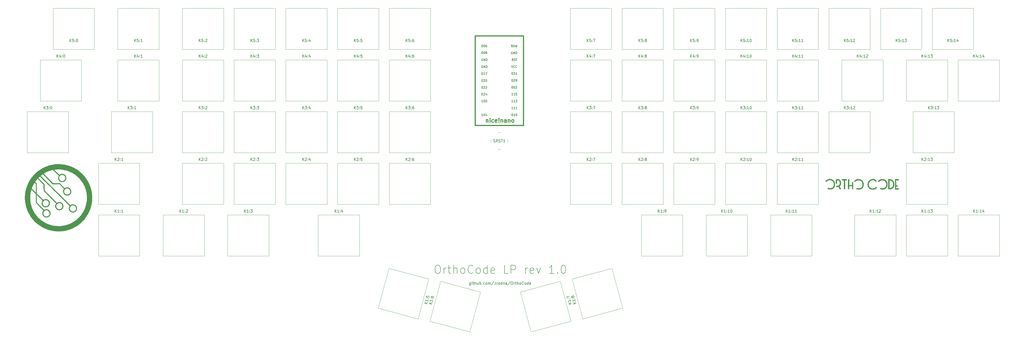
<source format=gto>
G04 #@! TF.GenerationSoftware,KiCad,Pcbnew,(6.0.10)*
G04 #@! TF.CreationDate,2023-07-04T23:09:34+12:00*
G04 #@! TF.ProjectId,orthoCode,6f727468-6f43-46f6-9465-2e6b69636164,rev?*
G04 #@! TF.SameCoordinates,Original*
G04 #@! TF.FileFunction,Legend,Top*
G04 #@! TF.FilePolarity,Positive*
%FSLAX46Y46*%
G04 Gerber Fmt 4.6, Leading zero omitted, Abs format (unit mm)*
G04 Created by KiCad (PCBNEW (6.0.10)) date 2023-07-04 23:09:34*
%MOMM*%
%LPD*%
G01*
G04 APERTURE LIST*
%ADD10C,0.200000*%
%ADD11C,0.150000*%
%ADD12C,0.300000*%
%ADD13C,0.120000*%
%ADD14C,0.100000*%
%ADD15C,0.381000*%
%ADD16C,1.752600*%
%ADD17C,1.900000*%
%ADD18C,1.250000*%
%ADD19C,5.050000*%
%ADD20C,1.650000*%
%ADD21C,4.700000*%
%ADD22R,2.000000X2.000000*%
%ADD23C,2.000000*%
G04 APERTURE END LIST*
D10*
X179042857Y-153857142D02*
X179614285Y-153857142D01*
X179900000Y-154000000D01*
X180185714Y-154285714D01*
X180328571Y-154857142D01*
X180328571Y-155857142D01*
X180185714Y-156428571D01*
X179900000Y-156714285D01*
X179614285Y-156857142D01*
X179042857Y-156857142D01*
X178757142Y-156714285D01*
X178471428Y-156428571D01*
X178328571Y-155857142D01*
X178328571Y-154857142D01*
X178471428Y-154285714D01*
X178757142Y-154000000D01*
X179042857Y-153857142D01*
X181614285Y-156857142D02*
X181614285Y-154857142D01*
X181614285Y-155428571D02*
X181757142Y-155142857D01*
X181900000Y-155000000D01*
X182185714Y-154857142D01*
X182471428Y-154857142D01*
X183042857Y-154857142D02*
X184185714Y-154857142D01*
X183471428Y-153857142D02*
X183471428Y-156428571D01*
X183614285Y-156714285D01*
X183900000Y-156857142D01*
X184185714Y-156857142D01*
X185185714Y-156857142D02*
X185185714Y-153857142D01*
X186471428Y-156857142D02*
X186471428Y-155285714D01*
X186328571Y-155000000D01*
X186042857Y-154857142D01*
X185614285Y-154857142D01*
X185328571Y-155000000D01*
X185185714Y-155142857D01*
X188328571Y-156857142D02*
X188042857Y-156714285D01*
X187900000Y-156571428D01*
X187757142Y-156285714D01*
X187757142Y-155428571D01*
X187900000Y-155142857D01*
X188042857Y-155000000D01*
X188328571Y-154857142D01*
X188757142Y-154857142D01*
X189042857Y-155000000D01*
X189185714Y-155142857D01*
X189328571Y-155428571D01*
X189328571Y-156285714D01*
X189185714Y-156571428D01*
X189042857Y-156714285D01*
X188757142Y-156857142D01*
X188328571Y-156857142D01*
X192328571Y-156571428D02*
X192185714Y-156714285D01*
X191757142Y-156857142D01*
X191471428Y-156857142D01*
X191042857Y-156714285D01*
X190757142Y-156428571D01*
X190614285Y-156142857D01*
X190471428Y-155571428D01*
X190471428Y-155142857D01*
X190614285Y-154571428D01*
X190757142Y-154285714D01*
X191042857Y-154000000D01*
X191471428Y-153857142D01*
X191757142Y-153857142D01*
X192185714Y-154000000D01*
X192328571Y-154142857D01*
X194042857Y-156857142D02*
X193757142Y-156714285D01*
X193614285Y-156571428D01*
X193471428Y-156285714D01*
X193471428Y-155428571D01*
X193614285Y-155142857D01*
X193757142Y-155000000D01*
X194042857Y-154857142D01*
X194471428Y-154857142D01*
X194757142Y-155000000D01*
X194900000Y-155142857D01*
X195042857Y-155428571D01*
X195042857Y-156285714D01*
X194900000Y-156571428D01*
X194757142Y-156714285D01*
X194471428Y-156857142D01*
X194042857Y-156857142D01*
X197614285Y-156857142D02*
X197614285Y-153857142D01*
X197614285Y-156714285D02*
X197328571Y-156857142D01*
X196757142Y-156857142D01*
X196471428Y-156714285D01*
X196328571Y-156571428D01*
X196185714Y-156285714D01*
X196185714Y-155428571D01*
X196328571Y-155142857D01*
X196471428Y-155000000D01*
X196757142Y-154857142D01*
X197328571Y-154857142D01*
X197614285Y-155000000D01*
X200185714Y-156714285D02*
X199900000Y-156857142D01*
X199328571Y-156857142D01*
X199042857Y-156714285D01*
X198900000Y-156428571D01*
X198900000Y-155285714D01*
X199042857Y-155000000D01*
X199328571Y-154857142D01*
X199900000Y-154857142D01*
X200185714Y-155000000D01*
X200328571Y-155285714D01*
X200328571Y-155571428D01*
X198900000Y-155857142D01*
X205328571Y-156857142D02*
X203900000Y-156857142D01*
X203900000Y-153857142D01*
X206328571Y-156857142D02*
X206328571Y-153857142D01*
X207471428Y-153857142D01*
X207757142Y-154000000D01*
X207900000Y-154142857D01*
X208042857Y-154428571D01*
X208042857Y-154857142D01*
X207900000Y-155142857D01*
X207757142Y-155285714D01*
X207471428Y-155428571D01*
X206328571Y-155428571D01*
X211614285Y-156857142D02*
X211614285Y-154857142D01*
X211614285Y-155428571D02*
X211757142Y-155142857D01*
X211900000Y-155000000D01*
X212185714Y-154857142D01*
X212471428Y-154857142D01*
X214614285Y-156714285D02*
X214328571Y-156857142D01*
X213757142Y-156857142D01*
X213471428Y-156714285D01*
X213328571Y-156428571D01*
X213328571Y-155285714D01*
X213471428Y-155000000D01*
X213757142Y-154857142D01*
X214328571Y-154857142D01*
X214614285Y-155000000D01*
X214757142Y-155285714D01*
X214757142Y-155571428D01*
X213328571Y-155857142D01*
X215757142Y-154857142D02*
X216471428Y-156857142D01*
X217185714Y-154857142D01*
X222185714Y-156857142D02*
X220471428Y-156857142D01*
X221328571Y-156857142D02*
X221328571Y-153857142D01*
X221042857Y-154285714D01*
X220757142Y-154571428D01*
X220471428Y-154714285D01*
X223471428Y-156571428D02*
X223614285Y-156714285D01*
X223471428Y-156857142D01*
X223328571Y-156714285D01*
X223471428Y-156571428D01*
X223471428Y-156857142D01*
X225471428Y-153857142D02*
X225757142Y-153857142D01*
X226042857Y-154000000D01*
X226185714Y-154142857D01*
X226328571Y-154428571D01*
X226471428Y-155000000D01*
X226471428Y-155714285D01*
X226328571Y-156285714D01*
X226185714Y-156571428D01*
X226042857Y-156714285D01*
X225757142Y-156857142D01*
X225471428Y-156857142D01*
X225185714Y-156714285D01*
X225042857Y-156571428D01*
X224900000Y-156285714D01*
X224757142Y-155714285D01*
X224757142Y-155000000D01*
X224900000Y-154428571D01*
X225042857Y-154142857D01*
X225185714Y-154000000D01*
X225471428Y-153857142D01*
D11*
X191442857Y-160285714D02*
X191442857Y-161095238D01*
X191395238Y-161190476D01*
X191347619Y-161238095D01*
X191252380Y-161285714D01*
X191109523Y-161285714D01*
X191014285Y-161238095D01*
X191442857Y-160904761D02*
X191347619Y-160952380D01*
X191157142Y-160952380D01*
X191061904Y-160904761D01*
X191014285Y-160857142D01*
X190966666Y-160761904D01*
X190966666Y-160476190D01*
X191014285Y-160380952D01*
X191061904Y-160333333D01*
X191157142Y-160285714D01*
X191347619Y-160285714D01*
X191442857Y-160333333D01*
X191919047Y-160952380D02*
X191919047Y-160285714D01*
X191919047Y-159952380D02*
X191871428Y-160000000D01*
X191919047Y-160047619D01*
X191966666Y-160000000D01*
X191919047Y-159952380D01*
X191919047Y-160047619D01*
X192252380Y-160285714D02*
X192633333Y-160285714D01*
X192395238Y-159952380D02*
X192395238Y-160809523D01*
X192442857Y-160904761D01*
X192538095Y-160952380D01*
X192633333Y-160952380D01*
X192966666Y-160952380D02*
X192966666Y-159952380D01*
X193395238Y-160952380D02*
X193395238Y-160428571D01*
X193347619Y-160333333D01*
X193252380Y-160285714D01*
X193109523Y-160285714D01*
X193014285Y-160333333D01*
X192966666Y-160380952D01*
X194300000Y-160285714D02*
X194300000Y-160952380D01*
X193871428Y-160285714D02*
X193871428Y-160809523D01*
X193919047Y-160904761D01*
X194014285Y-160952380D01*
X194157142Y-160952380D01*
X194252380Y-160904761D01*
X194300000Y-160857142D01*
X194776190Y-160952380D02*
X194776190Y-159952380D01*
X194776190Y-160333333D02*
X194871428Y-160285714D01*
X195061904Y-160285714D01*
X195157142Y-160333333D01*
X195204761Y-160380952D01*
X195252380Y-160476190D01*
X195252380Y-160761904D01*
X195204761Y-160857142D01*
X195157142Y-160904761D01*
X195061904Y-160952380D01*
X194871428Y-160952380D01*
X194776190Y-160904761D01*
X195680952Y-160857142D02*
X195728571Y-160904761D01*
X195680952Y-160952380D01*
X195633333Y-160904761D01*
X195680952Y-160857142D01*
X195680952Y-160952380D01*
X196585714Y-160904761D02*
X196490476Y-160952380D01*
X196300000Y-160952380D01*
X196204761Y-160904761D01*
X196157142Y-160857142D01*
X196109523Y-160761904D01*
X196109523Y-160476190D01*
X196157142Y-160380952D01*
X196204761Y-160333333D01*
X196300000Y-160285714D01*
X196490476Y-160285714D01*
X196585714Y-160333333D01*
X197157142Y-160952380D02*
X197061904Y-160904761D01*
X197014285Y-160857142D01*
X196966666Y-160761904D01*
X196966666Y-160476190D01*
X197014285Y-160380952D01*
X197061904Y-160333333D01*
X197157142Y-160285714D01*
X197300000Y-160285714D01*
X197395238Y-160333333D01*
X197442857Y-160380952D01*
X197490476Y-160476190D01*
X197490476Y-160761904D01*
X197442857Y-160857142D01*
X197395238Y-160904761D01*
X197300000Y-160952380D01*
X197157142Y-160952380D01*
X197919047Y-160952380D02*
X197919047Y-160285714D01*
X197919047Y-160380952D02*
X197966666Y-160333333D01*
X198061904Y-160285714D01*
X198204761Y-160285714D01*
X198300000Y-160333333D01*
X198347619Y-160428571D01*
X198347619Y-160952380D01*
X198347619Y-160428571D02*
X198395238Y-160333333D01*
X198490476Y-160285714D01*
X198633333Y-160285714D01*
X198728571Y-160333333D01*
X198776190Y-160428571D01*
X198776190Y-160952380D01*
X199966666Y-159904761D02*
X199109523Y-161190476D01*
X200585714Y-159952380D02*
X200585714Y-160666666D01*
X200538095Y-160809523D01*
X200442857Y-160904761D01*
X200300000Y-160952380D01*
X200204761Y-160952380D01*
X201061904Y-160952380D02*
X201061904Y-160285714D01*
X201061904Y-160476190D02*
X201109523Y-160380952D01*
X201157142Y-160333333D01*
X201252380Y-160285714D01*
X201347619Y-160285714D01*
X201823809Y-160952380D02*
X201728571Y-160904761D01*
X201680952Y-160857142D01*
X201633333Y-160761904D01*
X201633333Y-160476190D01*
X201680952Y-160380952D01*
X201728571Y-160333333D01*
X201823809Y-160285714D01*
X201966666Y-160285714D01*
X202061904Y-160333333D01*
X202109523Y-160380952D01*
X202157142Y-160476190D01*
X202157142Y-160761904D01*
X202109523Y-160857142D01*
X202061904Y-160904761D01*
X201966666Y-160952380D01*
X201823809Y-160952380D01*
X203014285Y-160952380D02*
X203014285Y-159952380D01*
X203014285Y-160904761D02*
X202919047Y-160952380D01*
X202728571Y-160952380D01*
X202633333Y-160904761D01*
X202585714Y-160857142D01*
X202538095Y-160761904D01*
X202538095Y-160476190D01*
X202585714Y-160380952D01*
X202633333Y-160333333D01*
X202728571Y-160285714D01*
X202919047Y-160285714D01*
X203014285Y-160333333D01*
X203490476Y-160285714D02*
X203490476Y-160952380D01*
X203490476Y-160380952D02*
X203538095Y-160333333D01*
X203633333Y-160285714D01*
X203776190Y-160285714D01*
X203871428Y-160333333D01*
X203919047Y-160428571D01*
X203919047Y-160952380D01*
X204823809Y-160952380D02*
X204823809Y-160428571D01*
X204776190Y-160333333D01*
X204680952Y-160285714D01*
X204490476Y-160285714D01*
X204395238Y-160333333D01*
X204823809Y-160904761D02*
X204728571Y-160952380D01*
X204490476Y-160952380D01*
X204395238Y-160904761D01*
X204347619Y-160809523D01*
X204347619Y-160714285D01*
X204395238Y-160619047D01*
X204490476Y-160571428D01*
X204728571Y-160571428D01*
X204823809Y-160523809D01*
X206014285Y-159904761D02*
X205157142Y-161190476D01*
X206538095Y-159952380D02*
X206728571Y-159952380D01*
X206823809Y-160000000D01*
X206919047Y-160095238D01*
X206966666Y-160285714D01*
X206966666Y-160619047D01*
X206919047Y-160809523D01*
X206823809Y-160904761D01*
X206728571Y-160952380D01*
X206538095Y-160952380D01*
X206442857Y-160904761D01*
X206347619Y-160809523D01*
X206300000Y-160619047D01*
X206300000Y-160285714D01*
X206347619Y-160095238D01*
X206442857Y-160000000D01*
X206538095Y-159952380D01*
X207395238Y-160952380D02*
X207395238Y-160285714D01*
X207395238Y-160476190D02*
X207442857Y-160380952D01*
X207490476Y-160333333D01*
X207585714Y-160285714D01*
X207680952Y-160285714D01*
X207871428Y-160285714D02*
X208252380Y-160285714D01*
X208014285Y-159952380D02*
X208014285Y-160809523D01*
X208061904Y-160904761D01*
X208157142Y-160952380D01*
X208252380Y-160952380D01*
X208585714Y-160952380D02*
X208585714Y-159952380D01*
X209014285Y-160952380D02*
X209014285Y-160428571D01*
X208966666Y-160333333D01*
X208871428Y-160285714D01*
X208728571Y-160285714D01*
X208633333Y-160333333D01*
X208585714Y-160380952D01*
X209633333Y-160952380D02*
X209538095Y-160904761D01*
X209490476Y-160857142D01*
X209442857Y-160761904D01*
X209442857Y-160476190D01*
X209490476Y-160380952D01*
X209538095Y-160333333D01*
X209633333Y-160285714D01*
X209776190Y-160285714D01*
X209871428Y-160333333D01*
X209919047Y-160380952D01*
X209966666Y-160476190D01*
X209966666Y-160761904D01*
X209919047Y-160857142D01*
X209871428Y-160904761D01*
X209776190Y-160952380D01*
X209633333Y-160952380D01*
X210966666Y-160857142D02*
X210919047Y-160904761D01*
X210776190Y-160952380D01*
X210680952Y-160952380D01*
X210538095Y-160904761D01*
X210442857Y-160809523D01*
X210395238Y-160714285D01*
X210347619Y-160523809D01*
X210347619Y-160380952D01*
X210395238Y-160190476D01*
X210442857Y-160095238D01*
X210538095Y-160000000D01*
X210680952Y-159952380D01*
X210776190Y-159952380D01*
X210919047Y-160000000D01*
X210966666Y-160047619D01*
X211538095Y-160952380D02*
X211442857Y-160904761D01*
X211395238Y-160857142D01*
X211347619Y-160761904D01*
X211347619Y-160476190D01*
X211395238Y-160380952D01*
X211442857Y-160333333D01*
X211538095Y-160285714D01*
X211680952Y-160285714D01*
X211776190Y-160333333D01*
X211823809Y-160380952D01*
X211871428Y-160476190D01*
X211871428Y-160761904D01*
X211823809Y-160857142D01*
X211776190Y-160904761D01*
X211680952Y-160952380D01*
X211538095Y-160952380D01*
X212728571Y-160952380D02*
X212728571Y-159952380D01*
X212728571Y-160904761D02*
X212633333Y-160952380D01*
X212442857Y-160952380D01*
X212347619Y-160904761D01*
X212300000Y-160857142D01*
X212252380Y-160761904D01*
X212252380Y-160476190D01*
X212300000Y-160380952D01*
X212347619Y-160333333D01*
X212442857Y-160285714D01*
X212633333Y-160285714D01*
X212728571Y-160333333D01*
X213585714Y-160904761D02*
X213490476Y-160952380D01*
X213300000Y-160952380D01*
X213204761Y-160904761D01*
X213157142Y-160809523D01*
X213157142Y-160428571D01*
X213204761Y-160333333D01*
X213300000Y-160285714D01*
X213490476Y-160285714D01*
X213585714Y-160333333D01*
X213633333Y-160428571D01*
X213633333Y-160523809D01*
X213157142Y-160619047D01*
X230244538Y-167921428D02*
X229278612Y-168180247D01*
X230096641Y-167369470D02*
X229655606Y-167931335D01*
X229130715Y-167628289D02*
X229830570Y-168032350D01*
X229850147Y-166449541D02*
X229998043Y-167001499D01*
X229924095Y-166725520D02*
X228958169Y-166984339D01*
X229120808Y-167039358D01*
X229237451Y-167106701D01*
X229308096Y-167186369D01*
X229647231Y-166060222D02*
X229680903Y-166001901D01*
X229739224Y-166035573D01*
X229705553Y-166093894D01*
X229647231Y-166060222D01*
X229739224Y-166035573D01*
X229141270Y-166195794D02*
X229174942Y-166137473D01*
X229233263Y-166171145D01*
X229199592Y-166229466D01*
X229141270Y-166195794D01*
X229233263Y-166171145D01*
X229027045Y-165585515D02*
X229005698Y-165689833D01*
X228972027Y-165748154D01*
X228892358Y-165818800D01*
X228846362Y-165831125D01*
X228742044Y-165809778D01*
X228683723Y-165776106D01*
X228613077Y-165696438D01*
X228563778Y-165512452D01*
X228585125Y-165408134D01*
X228618797Y-165349813D01*
X228698465Y-165279167D01*
X228744462Y-165266842D01*
X228848780Y-165288189D01*
X228907101Y-165321861D01*
X228977747Y-165401529D01*
X229027045Y-165585515D01*
X229097691Y-165665184D01*
X229156013Y-165698855D01*
X229260330Y-165720202D01*
X229444316Y-165670903D01*
X229523984Y-165600258D01*
X229557656Y-165541936D01*
X229579003Y-165437619D01*
X229529704Y-165253633D01*
X229459058Y-165173965D01*
X229400737Y-165140293D01*
X229296420Y-165118946D01*
X229112434Y-165168245D01*
X229032765Y-165238891D01*
X228999094Y-165297212D01*
X228977747Y-165401529D01*
X60460119Y-134327380D02*
X60460119Y-133327380D01*
X61031547Y-134327380D02*
X60602976Y-133755952D01*
X61031547Y-133327380D02*
X60460119Y-133898809D01*
X61983928Y-134327380D02*
X61412500Y-134327380D01*
X61698214Y-134327380D02*
X61698214Y-133327380D01*
X61602976Y-133470238D01*
X61507738Y-133565476D01*
X61412500Y-133613095D01*
X62412500Y-134232142D02*
X62460119Y-134279761D01*
X62412500Y-134327380D01*
X62364880Y-134279761D01*
X62412500Y-134232142D01*
X62412500Y-134327380D01*
X62412500Y-133708333D02*
X62460119Y-133755952D01*
X62412500Y-133803571D01*
X62364880Y-133755952D01*
X62412500Y-133708333D01*
X62412500Y-133803571D01*
X63412500Y-134327380D02*
X62841071Y-134327380D01*
X63126785Y-134327380D02*
X63126785Y-133327380D01*
X63031547Y-133470238D01*
X62936309Y-133565476D01*
X62841071Y-133613095D01*
X84272619Y-134327380D02*
X84272619Y-133327380D01*
X84844047Y-134327380D02*
X84415476Y-133755952D01*
X84844047Y-133327380D02*
X84272619Y-133898809D01*
X85796428Y-134327380D02*
X85225000Y-134327380D01*
X85510714Y-134327380D02*
X85510714Y-133327380D01*
X85415476Y-133470238D01*
X85320238Y-133565476D01*
X85225000Y-133613095D01*
X86225000Y-134232142D02*
X86272619Y-134279761D01*
X86225000Y-134327380D01*
X86177380Y-134279761D01*
X86225000Y-134232142D01*
X86225000Y-134327380D01*
X86225000Y-133708333D02*
X86272619Y-133755952D01*
X86225000Y-133803571D01*
X86177380Y-133755952D01*
X86225000Y-133708333D01*
X86225000Y-133803571D01*
X86653571Y-133422619D02*
X86701190Y-133375000D01*
X86796428Y-133327380D01*
X87034523Y-133327380D01*
X87129761Y-133375000D01*
X87177380Y-133422619D01*
X87225000Y-133517857D01*
X87225000Y-133613095D01*
X87177380Y-133755952D01*
X86605952Y-134327380D01*
X87225000Y-134327380D01*
X108085119Y-134327380D02*
X108085119Y-133327380D01*
X108656547Y-134327380D02*
X108227976Y-133755952D01*
X108656547Y-133327380D02*
X108085119Y-133898809D01*
X109608928Y-134327380D02*
X109037500Y-134327380D01*
X109323214Y-134327380D02*
X109323214Y-133327380D01*
X109227976Y-133470238D01*
X109132738Y-133565476D01*
X109037500Y-133613095D01*
X110037500Y-134232142D02*
X110085119Y-134279761D01*
X110037500Y-134327380D01*
X109989880Y-134279761D01*
X110037500Y-134232142D01*
X110037500Y-134327380D01*
X110037500Y-133708333D02*
X110085119Y-133755952D01*
X110037500Y-133803571D01*
X109989880Y-133755952D01*
X110037500Y-133708333D01*
X110037500Y-133803571D01*
X110418452Y-133327380D02*
X111037500Y-133327380D01*
X110704166Y-133708333D01*
X110847023Y-133708333D01*
X110942261Y-133755952D01*
X110989880Y-133803571D01*
X111037500Y-133898809D01*
X111037500Y-134136904D01*
X110989880Y-134232142D01*
X110942261Y-134279761D01*
X110847023Y-134327380D01*
X110561309Y-134327380D01*
X110466071Y-134279761D01*
X110418452Y-134232142D01*
X141422619Y-134327380D02*
X141422619Y-133327380D01*
X141994047Y-134327380D02*
X141565476Y-133755952D01*
X141994047Y-133327380D02*
X141422619Y-133898809D01*
X142946428Y-134327380D02*
X142375000Y-134327380D01*
X142660714Y-134327380D02*
X142660714Y-133327380D01*
X142565476Y-133470238D01*
X142470238Y-133565476D01*
X142375000Y-133613095D01*
X143375000Y-134232142D02*
X143422619Y-134279761D01*
X143375000Y-134327380D01*
X143327380Y-134279761D01*
X143375000Y-134232142D01*
X143375000Y-134327380D01*
X143375000Y-133708333D02*
X143422619Y-133755952D01*
X143375000Y-133803571D01*
X143327380Y-133755952D01*
X143375000Y-133708333D01*
X143375000Y-133803571D01*
X144279761Y-133660714D02*
X144279761Y-134327380D01*
X144041666Y-133279761D02*
X143803571Y-133994047D01*
X144422619Y-133994047D01*
X175441894Y-168155598D02*
X174475968Y-167896779D01*
X175589791Y-167603640D02*
X174926911Y-167869712D01*
X174623865Y-167344821D02*
X175027926Y-168044675D01*
X175836285Y-166683711D02*
X175688388Y-167235668D01*
X175762337Y-166959689D02*
X174796411Y-166700870D01*
X174909751Y-166829837D01*
X174977094Y-166946480D01*
X174998441Y-167050797D01*
X175855215Y-166245093D02*
X175913536Y-166211421D01*
X175947207Y-166269742D01*
X175888886Y-166303414D01*
X175855215Y-166245093D01*
X175947207Y-166269742D01*
X175349253Y-166109521D02*
X175407575Y-166075849D01*
X175441246Y-166134171D01*
X175382925Y-166167842D01*
X175349253Y-166109521D01*
X175441246Y-166134171D01*
X175227776Y-165090994D02*
X175104529Y-165550959D01*
X175552169Y-165720202D01*
X175518497Y-165661881D01*
X175497150Y-165557563D01*
X175558774Y-165327581D01*
X175629419Y-165247913D01*
X175687741Y-165214241D01*
X175792058Y-165192894D01*
X176022041Y-165254518D01*
X176101709Y-165325164D01*
X176135381Y-165383485D01*
X176156728Y-165487802D01*
X176095104Y-165717785D01*
X176024458Y-165797453D01*
X175966137Y-165831125D01*
X177105230Y-168259356D02*
X176139304Y-168000537D01*
X177253127Y-167707398D02*
X176590247Y-167973470D01*
X176287201Y-167448579D02*
X176691262Y-168148433D01*
X177499621Y-166787469D02*
X177351724Y-167339426D01*
X177425673Y-167063447D02*
X176459747Y-166804628D01*
X176573087Y-166933595D01*
X176640430Y-167050238D01*
X176661777Y-167154555D01*
X177518551Y-166348851D02*
X177576872Y-166315179D01*
X177610543Y-166373500D01*
X177552222Y-166407172D01*
X177518551Y-166348851D01*
X177610543Y-166373500D01*
X177012589Y-166213279D02*
X177070911Y-166179607D01*
X177104582Y-166237929D01*
X177046261Y-166271600D01*
X177012589Y-166213279D01*
X177104582Y-166237929D01*
X176878787Y-165240748D02*
X176829488Y-165424734D01*
X176850835Y-165529052D01*
X176884507Y-165587373D01*
X176997847Y-165716340D01*
X177169508Y-165811636D01*
X177537480Y-165910233D01*
X177641798Y-165888886D01*
X177700119Y-165855215D01*
X177770765Y-165775546D01*
X177820064Y-165591560D01*
X177798717Y-165487243D01*
X177765045Y-165428922D01*
X177685377Y-165358276D01*
X177455394Y-165296652D01*
X177351077Y-165317999D01*
X177292755Y-165351671D01*
X177222110Y-165431339D01*
X177172811Y-165615325D01*
X177194158Y-165719643D01*
X177227829Y-165777964D01*
X177307498Y-165848610D01*
X228581202Y-168025186D02*
X227615276Y-168284005D01*
X228433305Y-167473228D02*
X227992270Y-168035093D01*
X227467379Y-167732047D02*
X228167234Y-168136108D01*
X228186811Y-166553299D02*
X228334707Y-167105257D01*
X228260759Y-166829278D02*
X227294833Y-167088097D01*
X227457472Y-167143116D01*
X227574115Y-167210459D01*
X227644760Y-167290127D01*
X227983895Y-166163980D02*
X228017567Y-166105659D01*
X228075888Y-166139331D01*
X228042217Y-166197652D01*
X227983895Y-166163980D01*
X228075888Y-166139331D01*
X227477934Y-166299552D02*
X227511606Y-166241231D01*
X227569927Y-166274903D01*
X227536256Y-166333224D01*
X227477934Y-166299552D01*
X227569927Y-166274903D01*
X227011365Y-166030178D02*
X226838819Y-165386228D01*
X227915667Y-165541377D01*
X260485119Y-134327380D02*
X260485119Y-133327380D01*
X261056547Y-134327380D02*
X260627976Y-133755952D01*
X261056547Y-133327380D02*
X260485119Y-133898809D01*
X262008928Y-134327380D02*
X261437500Y-134327380D01*
X261723214Y-134327380D02*
X261723214Y-133327380D01*
X261627976Y-133470238D01*
X261532738Y-133565476D01*
X261437500Y-133613095D01*
X262437500Y-134232142D02*
X262485119Y-134279761D01*
X262437500Y-134327380D01*
X262389880Y-134279761D01*
X262437500Y-134232142D01*
X262437500Y-134327380D01*
X262437500Y-133708333D02*
X262485119Y-133755952D01*
X262437500Y-133803571D01*
X262389880Y-133755952D01*
X262437500Y-133708333D01*
X262437500Y-133803571D01*
X262961309Y-134327380D02*
X263151785Y-134327380D01*
X263247023Y-134279761D01*
X263294642Y-134232142D01*
X263389880Y-134089285D01*
X263437500Y-133898809D01*
X263437500Y-133517857D01*
X263389880Y-133422619D01*
X263342261Y-133375000D01*
X263247023Y-133327380D01*
X263056547Y-133327380D01*
X262961309Y-133375000D01*
X262913690Y-133422619D01*
X262866071Y-133517857D01*
X262866071Y-133755952D01*
X262913690Y-133851190D01*
X262961309Y-133898809D01*
X263056547Y-133946428D01*
X263247023Y-133946428D01*
X263342261Y-133898809D01*
X263389880Y-133851190D01*
X263437500Y-133755952D01*
X283821428Y-134327380D02*
X283821428Y-133327380D01*
X284392857Y-134327380D02*
X283964285Y-133755952D01*
X284392857Y-133327380D02*
X283821428Y-133898809D01*
X285345238Y-134327380D02*
X284773809Y-134327380D01*
X285059523Y-134327380D02*
X285059523Y-133327380D01*
X284964285Y-133470238D01*
X284869047Y-133565476D01*
X284773809Y-133613095D01*
X285773809Y-134232142D02*
X285821428Y-134279761D01*
X285773809Y-134327380D01*
X285726190Y-134279761D01*
X285773809Y-134232142D01*
X285773809Y-134327380D01*
X285773809Y-133708333D02*
X285821428Y-133755952D01*
X285773809Y-133803571D01*
X285726190Y-133755952D01*
X285773809Y-133708333D01*
X285773809Y-133803571D01*
X286773809Y-134327380D02*
X286202380Y-134327380D01*
X286488095Y-134327380D02*
X286488095Y-133327380D01*
X286392857Y-133470238D01*
X286297619Y-133565476D01*
X286202380Y-133613095D01*
X287392857Y-133327380D02*
X287488095Y-133327380D01*
X287583333Y-133375000D01*
X287630952Y-133422619D01*
X287678571Y-133517857D01*
X287726190Y-133708333D01*
X287726190Y-133946428D01*
X287678571Y-134136904D01*
X287630952Y-134232142D01*
X287583333Y-134279761D01*
X287488095Y-134327380D01*
X287392857Y-134327380D01*
X287297619Y-134279761D01*
X287250000Y-134232142D01*
X287202380Y-134136904D01*
X287154761Y-133946428D01*
X287154761Y-133708333D01*
X287202380Y-133517857D01*
X287250000Y-133422619D01*
X287297619Y-133375000D01*
X287392857Y-133327380D01*
X307633928Y-134327380D02*
X307633928Y-133327380D01*
X308205357Y-134327380D02*
X307776785Y-133755952D01*
X308205357Y-133327380D02*
X307633928Y-133898809D01*
X309157738Y-134327380D02*
X308586309Y-134327380D01*
X308872023Y-134327380D02*
X308872023Y-133327380D01*
X308776785Y-133470238D01*
X308681547Y-133565476D01*
X308586309Y-133613095D01*
X309586309Y-134232142D02*
X309633928Y-134279761D01*
X309586309Y-134327380D01*
X309538690Y-134279761D01*
X309586309Y-134232142D01*
X309586309Y-134327380D01*
X309586309Y-133708333D02*
X309633928Y-133755952D01*
X309586309Y-133803571D01*
X309538690Y-133755952D01*
X309586309Y-133708333D01*
X309586309Y-133803571D01*
X310586309Y-134327380D02*
X310014880Y-134327380D01*
X310300595Y-134327380D02*
X310300595Y-133327380D01*
X310205357Y-133470238D01*
X310110119Y-133565476D01*
X310014880Y-133613095D01*
X311538690Y-134327380D02*
X310967261Y-134327380D01*
X311252976Y-134327380D02*
X311252976Y-133327380D01*
X311157738Y-133470238D01*
X311062500Y-133565476D01*
X310967261Y-133613095D01*
X338590178Y-134327380D02*
X338590178Y-133327380D01*
X339161607Y-134327380D02*
X338733035Y-133755952D01*
X339161607Y-133327380D02*
X338590178Y-133898809D01*
X340113988Y-134327380D02*
X339542559Y-134327380D01*
X339828273Y-134327380D02*
X339828273Y-133327380D01*
X339733035Y-133470238D01*
X339637797Y-133565476D01*
X339542559Y-133613095D01*
X340542559Y-134232142D02*
X340590178Y-134279761D01*
X340542559Y-134327380D01*
X340494940Y-134279761D01*
X340542559Y-134232142D01*
X340542559Y-134327380D01*
X340542559Y-133708333D02*
X340590178Y-133755952D01*
X340542559Y-133803571D01*
X340494940Y-133755952D01*
X340542559Y-133708333D01*
X340542559Y-133803571D01*
X341542559Y-134327380D02*
X340971130Y-134327380D01*
X341256845Y-134327380D02*
X341256845Y-133327380D01*
X341161607Y-133470238D01*
X341066369Y-133565476D01*
X340971130Y-133613095D01*
X341923511Y-133422619D02*
X341971130Y-133375000D01*
X342066369Y-133327380D01*
X342304464Y-133327380D01*
X342399702Y-133375000D01*
X342447321Y-133422619D01*
X342494940Y-133517857D01*
X342494940Y-133613095D01*
X342447321Y-133755952D01*
X341875892Y-134327380D01*
X342494940Y-134327380D01*
X357640178Y-134327380D02*
X357640178Y-133327380D01*
X358211607Y-134327380D02*
X357783035Y-133755952D01*
X358211607Y-133327380D02*
X357640178Y-133898809D01*
X359163988Y-134327380D02*
X358592559Y-134327380D01*
X358878273Y-134327380D02*
X358878273Y-133327380D01*
X358783035Y-133470238D01*
X358687797Y-133565476D01*
X358592559Y-133613095D01*
X359592559Y-134232142D02*
X359640178Y-134279761D01*
X359592559Y-134327380D01*
X359544940Y-134279761D01*
X359592559Y-134232142D01*
X359592559Y-134327380D01*
X359592559Y-133708333D02*
X359640178Y-133755952D01*
X359592559Y-133803571D01*
X359544940Y-133755952D01*
X359592559Y-133708333D01*
X359592559Y-133803571D01*
X360592559Y-134327380D02*
X360021130Y-134327380D01*
X360306845Y-134327380D02*
X360306845Y-133327380D01*
X360211607Y-133470238D01*
X360116369Y-133565476D01*
X360021130Y-133613095D01*
X360925892Y-133327380D02*
X361544940Y-133327380D01*
X361211607Y-133708333D01*
X361354464Y-133708333D01*
X361449702Y-133755952D01*
X361497321Y-133803571D01*
X361544940Y-133898809D01*
X361544940Y-134136904D01*
X361497321Y-134232142D01*
X361449702Y-134279761D01*
X361354464Y-134327380D01*
X361068750Y-134327380D01*
X360973511Y-134279761D01*
X360925892Y-134232142D01*
X376690178Y-134327380D02*
X376690178Y-133327380D01*
X377261607Y-134327380D02*
X376833035Y-133755952D01*
X377261607Y-133327380D02*
X376690178Y-133898809D01*
X378213988Y-134327380D02*
X377642559Y-134327380D01*
X377928273Y-134327380D02*
X377928273Y-133327380D01*
X377833035Y-133470238D01*
X377737797Y-133565476D01*
X377642559Y-133613095D01*
X378642559Y-134232142D02*
X378690178Y-134279761D01*
X378642559Y-134327380D01*
X378594940Y-134279761D01*
X378642559Y-134232142D01*
X378642559Y-134327380D01*
X378642559Y-133708333D02*
X378690178Y-133755952D01*
X378642559Y-133803571D01*
X378594940Y-133755952D01*
X378642559Y-133708333D01*
X378642559Y-133803571D01*
X379642559Y-134327380D02*
X379071130Y-134327380D01*
X379356845Y-134327380D02*
X379356845Y-133327380D01*
X379261607Y-133470238D01*
X379166369Y-133565476D01*
X379071130Y-133613095D01*
X380499702Y-133660714D02*
X380499702Y-134327380D01*
X380261607Y-133279761D02*
X380023511Y-133994047D01*
X380642559Y-133994047D01*
X91416369Y-115277380D02*
X91416369Y-114277380D01*
X91987797Y-115277380D02*
X91559226Y-114705952D01*
X91987797Y-114277380D02*
X91416369Y-114848809D01*
X92368750Y-114372619D02*
X92416369Y-114325000D01*
X92511607Y-114277380D01*
X92749702Y-114277380D01*
X92844940Y-114325000D01*
X92892559Y-114372619D01*
X92940178Y-114467857D01*
X92940178Y-114563095D01*
X92892559Y-114705952D01*
X92321130Y-115277380D01*
X92940178Y-115277380D01*
X93368750Y-115182142D02*
X93416369Y-115229761D01*
X93368750Y-115277380D01*
X93321130Y-115229761D01*
X93368750Y-115182142D01*
X93368750Y-115277380D01*
X93368750Y-114658333D02*
X93416369Y-114705952D01*
X93368750Y-114753571D01*
X93321130Y-114705952D01*
X93368750Y-114658333D01*
X93368750Y-114753571D01*
X93797321Y-114372619D02*
X93844940Y-114325000D01*
X93940178Y-114277380D01*
X94178273Y-114277380D01*
X94273511Y-114325000D01*
X94321130Y-114372619D01*
X94368750Y-114467857D01*
X94368750Y-114563095D01*
X94321130Y-114705952D01*
X93749702Y-115277380D01*
X94368750Y-115277380D01*
X110466369Y-115277380D02*
X110466369Y-114277380D01*
X111037797Y-115277380D02*
X110609226Y-114705952D01*
X111037797Y-114277380D02*
X110466369Y-114848809D01*
X111418750Y-114372619D02*
X111466369Y-114325000D01*
X111561607Y-114277380D01*
X111799702Y-114277380D01*
X111894940Y-114325000D01*
X111942559Y-114372619D01*
X111990178Y-114467857D01*
X111990178Y-114563095D01*
X111942559Y-114705952D01*
X111371130Y-115277380D01*
X111990178Y-115277380D01*
X112418750Y-115182142D02*
X112466369Y-115229761D01*
X112418750Y-115277380D01*
X112371130Y-115229761D01*
X112418750Y-115182142D01*
X112418750Y-115277380D01*
X112418750Y-114658333D02*
X112466369Y-114705952D01*
X112418750Y-114753571D01*
X112371130Y-114705952D01*
X112418750Y-114658333D01*
X112418750Y-114753571D01*
X112799702Y-114277380D02*
X113418750Y-114277380D01*
X113085416Y-114658333D01*
X113228273Y-114658333D01*
X113323511Y-114705952D01*
X113371130Y-114753571D01*
X113418750Y-114848809D01*
X113418750Y-115086904D01*
X113371130Y-115182142D01*
X113323511Y-115229761D01*
X113228273Y-115277380D01*
X112942559Y-115277380D01*
X112847321Y-115229761D01*
X112799702Y-115182142D01*
X129516369Y-115277380D02*
X129516369Y-114277380D01*
X130087797Y-115277380D02*
X129659226Y-114705952D01*
X130087797Y-114277380D02*
X129516369Y-114848809D01*
X130468750Y-114372619D02*
X130516369Y-114325000D01*
X130611607Y-114277380D01*
X130849702Y-114277380D01*
X130944940Y-114325000D01*
X130992559Y-114372619D01*
X131040178Y-114467857D01*
X131040178Y-114563095D01*
X130992559Y-114705952D01*
X130421130Y-115277380D01*
X131040178Y-115277380D01*
X131468750Y-115182142D02*
X131516369Y-115229761D01*
X131468750Y-115277380D01*
X131421130Y-115229761D01*
X131468750Y-115182142D01*
X131468750Y-115277380D01*
X131468750Y-114658333D02*
X131516369Y-114705952D01*
X131468750Y-114753571D01*
X131421130Y-114705952D01*
X131468750Y-114658333D01*
X131468750Y-114753571D01*
X132373511Y-114610714D02*
X132373511Y-115277380D01*
X132135416Y-114229761D02*
X131897321Y-114944047D01*
X132516369Y-114944047D01*
X148566369Y-115277380D02*
X148566369Y-114277380D01*
X149137797Y-115277380D02*
X148709226Y-114705952D01*
X149137797Y-114277380D02*
X148566369Y-114848809D01*
X149518750Y-114372619D02*
X149566369Y-114325000D01*
X149661607Y-114277380D01*
X149899702Y-114277380D01*
X149994940Y-114325000D01*
X150042559Y-114372619D01*
X150090178Y-114467857D01*
X150090178Y-114563095D01*
X150042559Y-114705952D01*
X149471130Y-115277380D01*
X150090178Y-115277380D01*
X150518750Y-115182142D02*
X150566369Y-115229761D01*
X150518750Y-115277380D01*
X150471130Y-115229761D01*
X150518750Y-115182142D01*
X150518750Y-115277380D01*
X150518750Y-114658333D02*
X150566369Y-114705952D01*
X150518750Y-114753571D01*
X150471130Y-114705952D01*
X150518750Y-114658333D01*
X150518750Y-114753571D01*
X151471130Y-114277380D02*
X150994940Y-114277380D01*
X150947321Y-114753571D01*
X150994940Y-114705952D01*
X151090178Y-114658333D01*
X151328273Y-114658333D01*
X151423511Y-114705952D01*
X151471130Y-114753571D01*
X151518750Y-114848809D01*
X151518750Y-115086904D01*
X151471130Y-115182142D01*
X151423511Y-115229761D01*
X151328273Y-115277380D01*
X151090178Y-115277380D01*
X150994940Y-115229761D01*
X150947321Y-115182142D01*
X167616369Y-115277380D02*
X167616369Y-114277380D01*
X168187797Y-115277380D02*
X167759226Y-114705952D01*
X168187797Y-114277380D02*
X167616369Y-114848809D01*
X168568750Y-114372619D02*
X168616369Y-114325000D01*
X168711607Y-114277380D01*
X168949702Y-114277380D01*
X169044940Y-114325000D01*
X169092559Y-114372619D01*
X169140178Y-114467857D01*
X169140178Y-114563095D01*
X169092559Y-114705952D01*
X168521130Y-115277380D01*
X169140178Y-115277380D01*
X169568750Y-115182142D02*
X169616369Y-115229761D01*
X169568750Y-115277380D01*
X169521130Y-115229761D01*
X169568750Y-115182142D01*
X169568750Y-115277380D01*
X169568750Y-114658333D02*
X169616369Y-114705952D01*
X169568750Y-114753571D01*
X169521130Y-114705952D01*
X169568750Y-114658333D01*
X169568750Y-114753571D01*
X170473511Y-114277380D02*
X170283035Y-114277380D01*
X170187797Y-114325000D01*
X170140178Y-114372619D01*
X170044940Y-114515476D01*
X169997321Y-114705952D01*
X169997321Y-115086904D01*
X170044940Y-115182142D01*
X170092559Y-115229761D01*
X170187797Y-115277380D01*
X170378273Y-115277380D01*
X170473511Y-115229761D01*
X170521130Y-115182142D01*
X170568750Y-115086904D01*
X170568750Y-114848809D01*
X170521130Y-114753571D01*
X170473511Y-114705952D01*
X170378273Y-114658333D01*
X170187797Y-114658333D01*
X170092559Y-114705952D01*
X170044940Y-114753571D01*
X169997321Y-114848809D01*
X234291369Y-115277380D02*
X234291369Y-114277380D01*
X234862797Y-115277380D02*
X234434226Y-114705952D01*
X234862797Y-114277380D02*
X234291369Y-114848809D01*
X235243750Y-114372619D02*
X235291369Y-114325000D01*
X235386607Y-114277380D01*
X235624702Y-114277380D01*
X235719940Y-114325000D01*
X235767559Y-114372619D01*
X235815178Y-114467857D01*
X235815178Y-114563095D01*
X235767559Y-114705952D01*
X235196130Y-115277380D01*
X235815178Y-115277380D01*
X236243750Y-115182142D02*
X236291369Y-115229761D01*
X236243750Y-115277380D01*
X236196130Y-115229761D01*
X236243750Y-115182142D01*
X236243750Y-115277380D01*
X236243750Y-114658333D02*
X236291369Y-114705952D01*
X236243750Y-114753571D01*
X236196130Y-114705952D01*
X236243750Y-114658333D01*
X236243750Y-114753571D01*
X236624702Y-114277380D02*
X237291369Y-114277380D01*
X236862797Y-115277380D01*
X253341369Y-115277380D02*
X253341369Y-114277380D01*
X253912797Y-115277380D02*
X253484226Y-114705952D01*
X253912797Y-114277380D02*
X253341369Y-114848809D01*
X254293750Y-114372619D02*
X254341369Y-114325000D01*
X254436607Y-114277380D01*
X254674702Y-114277380D01*
X254769940Y-114325000D01*
X254817559Y-114372619D01*
X254865178Y-114467857D01*
X254865178Y-114563095D01*
X254817559Y-114705952D01*
X254246130Y-115277380D01*
X254865178Y-115277380D01*
X255293750Y-115182142D02*
X255341369Y-115229761D01*
X255293750Y-115277380D01*
X255246130Y-115229761D01*
X255293750Y-115182142D01*
X255293750Y-115277380D01*
X255293750Y-114658333D02*
X255341369Y-114705952D01*
X255293750Y-114753571D01*
X255246130Y-114705952D01*
X255293750Y-114658333D01*
X255293750Y-114753571D01*
X255912797Y-114705952D02*
X255817559Y-114658333D01*
X255769940Y-114610714D01*
X255722321Y-114515476D01*
X255722321Y-114467857D01*
X255769940Y-114372619D01*
X255817559Y-114325000D01*
X255912797Y-114277380D01*
X256103273Y-114277380D01*
X256198511Y-114325000D01*
X256246130Y-114372619D01*
X256293750Y-114467857D01*
X256293750Y-114515476D01*
X256246130Y-114610714D01*
X256198511Y-114658333D01*
X256103273Y-114705952D01*
X255912797Y-114705952D01*
X255817559Y-114753571D01*
X255769940Y-114801190D01*
X255722321Y-114896428D01*
X255722321Y-115086904D01*
X255769940Y-115182142D01*
X255817559Y-115229761D01*
X255912797Y-115277380D01*
X256103273Y-115277380D01*
X256198511Y-115229761D01*
X256246130Y-115182142D01*
X256293750Y-115086904D01*
X256293750Y-114896428D01*
X256246130Y-114801190D01*
X256198511Y-114753571D01*
X256103273Y-114705952D01*
X272391369Y-115277380D02*
X272391369Y-114277380D01*
X272962797Y-115277380D02*
X272534226Y-114705952D01*
X272962797Y-114277380D02*
X272391369Y-114848809D01*
X273343750Y-114372619D02*
X273391369Y-114325000D01*
X273486607Y-114277380D01*
X273724702Y-114277380D01*
X273819940Y-114325000D01*
X273867559Y-114372619D01*
X273915178Y-114467857D01*
X273915178Y-114563095D01*
X273867559Y-114705952D01*
X273296130Y-115277380D01*
X273915178Y-115277380D01*
X274343750Y-115182142D02*
X274391369Y-115229761D01*
X274343750Y-115277380D01*
X274296130Y-115229761D01*
X274343750Y-115182142D01*
X274343750Y-115277380D01*
X274343750Y-114658333D02*
X274391369Y-114705952D01*
X274343750Y-114753571D01*
X274296130Y-114705952D01*
X274343750Y-114658333D01*
X274343750Y-114753571D01*
X274867559Y-115277380D02*
X275058035Y-115277380D01*
X275153273Y-115229761D01*
X275200892Y-115182142D01*
X275296130Y-115039285D01*
X275343750Y-114848809D01*
X275343750Y-114467857D01*
X275296130Y-114372619D01*
X275248511Y-114325000D01*
X275153273Y-114277380D01*
X274962797Y-114277380D01*
X274867559Y-114325000D01*
X274819940Y-114372619D01*
X274772321Y-114467857D01*
X274772321Y-114705952D01*
X274819940Y-114801190D01*
X274867559Y-114848809D01*
X274962797Y-114896428D01*
X275153273Y-114896428D01*
X275248511Y-114848809D01*
X275296130Y-114801190D01*
X275343750Y-114705952D01*
X290965178Y-115277380D02*
X290965178Y-114277380D01*
X291536607Y-115277380D02*
X291108035Y-114705952D01*
X291536607Y-114277380D02*
X290965178Y-114848809D01*
X291917559Y-114372619D02*
X291965178Y-114325000D01*
X292060416Y-114277380D01*
X292298511Y-114277380D01*
X292393750Y-114325000D01*
X292441369Y-114372619D01*
X292488988Y-114467857D01*
X292488988Y-114563095D01*
X292441369Y-114705952D01*
X291869940Y-115277380D01*
X292488988Y-115277380D01*
X292917559Y-115182142D02*
X292965178Y-115229761D01*
X292917559Y-115277380D01*
X292869940Y-115229761D01*
X292917559Y-115182142D01*
X292917559Y-115277380D01*
X292917559Y-114658333D02*
X292965178Y-114705952D01*
X292917559Y-114753571D01*
X292869940Y-114705952D01*
X292917559Y-114658333D01*
X292917559Y-114753571D01*
X293917559Y-115277380D02*
X293346130Y-115277380D01*
X293631845Y-115277380D02*
X293631845Y-114277380D01*
X293536607Y-114420238D01*
X293441369Y-114515476D01*
X293346130Y-114563095D01*
X294536607Y-114277380D02*
X294631845Y-114277380D01*
X294727083Y-114325000D01*
X294774702Y-114372619D01*
X294822321Y-114467857D01*
X294869940Y-114658333D01*
X294869940Y-114896428D01*
X294822321Y-115086904D01*
X294774702Y-115182142D01*
X294727083Y-115229761D01*
X294631845Y-115277380D01*
X294536607Y-115277380D01*
X294441369Y-115229761D01*
X294393750Y-115182142D01*
X294346130Y-115086904D01*
X294298511Y-114896428D01*
X294298511Y-114658333D01*
X294346130Y-114467857D01*
X294393750Y-114372619D01*
X294441369Y-114325000D01*
X294536607Y-114277380D01*
X310015178Y-115277380D02*
X310015178Y-114277380D01*
X310586607Y-115277380D02*
X310158035Y-114705952D01*
X310586607Y-114277380D02*
X310015178Y-114848809D01*
X310967559Y-114372619D02*
X311015178Y-114325000D01*
X311110416Y-114277380D01*
X311348511Y-114277380D01*
X311443750Y-114325000D01*
X311491369Y-114372619D01*
X311538988Y-114467857D01*
X311538988Y-114563095D01*
X311491369Y-114705952D01*
X310919940Y-115277380D01*
X311538988Y-115277380D01*
X311967559Y-115182142D02*
X312015178Y-115229761D01*
X311967559Y-115277380D01*
X311919940Y-115229761D01*
X311967559Y-115182142D01*
X311967559Y-115277380D01*
X311967559Y-114658333D02*
X312015178Y-114705952D01*
X311967559Y-114753571D01*
X311919940Y-114705952D01*
X311967559Y-114658333D01*
X311967559Y-114753571D01*
X312967559Y-115277380D02*
X312396130Y-115277380D01*
X312681845Y-115277380D02*
X312681845Y-114277380D01*
X312586607Y-114420238D01*
X312491369Y-114515476D01*
X312396130Y-114563095D01*
X313919940Y-115277380D02*
X313348511Y-115277380D01*
X313634226Y-115277380D02*
X313634226Y-114277380D01*
X313538988Y-114420238D01*
X313443750Y-114515476D01*
X313348511Y-114563095D01*
X357640178Y-115277380D02*
X357640178Y-114277380D01*
X358211607Y-115277380D02*
X357783035Y-114705952D01*
X358211607Y-114277380D02*
X357640178Y-114848809D01*
X358592559Y-114372619D02*
X358640178Y-114325000D01*
X358735416Y-114277380D01*
X358973511Y-114277380D01*
X359068750Y-114325000D01*
X359116369Y-114372619D01*
X359163988Y-114467857D01*
X359163988Y-114563095D01*
X359116369Y-114705952D01*
X358544940Y-115277380D01*
X359163988Y-115277380D01*
X359592559Y-115182142D02*
X359640178Y-115229761D01*
X359592559Y-115277380D01*
X359544940Y-115229761D01*
X359592559Y-115182142D01*
X359592559Y-115277380D01*
X359592559Y-114658333D02*
X359640178Y-114705952D01*
X359592559Y-114753571D01*
X359544940Y-114705952D01*
X359592559Y-114658333D01*
X359592559Y-114753571D01*
X360592559Y-115277380D02*
X360021130Y-115277380D01*
X360306845Y-115277380D02*
X360306845Y-114277380D01*
X360211607Y-114420238D01*
X360116369Y-114515476D01*
X360021130Y-114563095D01*
X360925892Y-114277380D02*
X361544940Y-114277380D01*
X361211607Y-114658333D01*
X361354464Y-114658333D01*
X361449702Y-114705952D01*
X361497321Y-114753571D01*
X361544940Y-114848809D01*
X361544940Y-115086904D01*
X361497321Y-115182142D01*
X361449702Y-115229761D01*
X361354464Y-115277380D01*
X361068750Y-115277380D01*
X360973511Y-115229761D01*
X360925892Y-115182142D01*
X34266369Y-96227380D02*
X34266369Y-95227380D01*
X34837797Y-96227380D02*
X34409226Y-95655952D01*
X34837797Y-95227380D02*
X34266369Y-95798809D01*
X35171130Y-95227380D02*
X35790178Y-95227380D01*
X35456845Y-95608333D01*
X35599702Y-95608333D01*
X35694940Y-95655952D01*
X35742559Y-95703571D01*
X35790178Y-95798809D01*
X35790178Y-96036904D01*
X35742559Y-96132142D01*
X35694940Y-96179761D01*
X35599702Y-96227380D01*
X35313988Y-96227380D01*
X35218750Y-96179761D01*
X35171130Y-96132142D01*
X36218750Y-96132142D02*
X36266369Y-96179761D01*
X36218750Y-96227380D01*
X36171130Y-96179761D01*
X36218750Y-96132142D01*
X36218750Y-96227380D01*
X36218750Y-95608333D02*
X36266369Y-95655952D01*
X36218750Y-95703571D01*
X36171130Y-95655952D01*
X36218750Y-95608333D01*
X36218750Y-95703571D01*
X36885416Y-95227380D02*
X36980654Y-95227380D01*
X37075892Y-95275000D01*
X37123511Y-95322619D01*
X37171130Y-95417857D01*
X37218750Y-95608333D01*
X37218750Y-95846428D01*
X37171130Y-96036904D01*
X37123511Y-96132142D01*
X37075892Y-96179761D01*
X36980654Y-96227380D01*
X36885416Y-96227380D01*
X36790178Y-96179761D01*
X36742559Y-96132142D01*
X36694940Y-96036904D01*
X36647321Y-95846428D01*
X36647321Y-95608333D01*
X36694940Y-95417857D01*
X36742559Y-95322619D01*
X36790178Y-95275000D01*
X36885416Y-95227380D01*
X65222619Y-96227380D02*
X65222619Y-95227380D01*
X65794047Y-96227380D02*
X65365476Y-95655952D01*
X65794047Y-95227380D02*
X65222619Y-95798809D01*
X66127380Y-95227380D02*
X66746428Y-95227380D01*
X66413095Y-95608333D01*
X66555952Y-95608333D01*
X66651190Y-95655952D01*
X66698809Y-95703571D01*
X66746428Y-95798809D01*
X66746428Y-96036904D01*
X66698809Y-96132142D01*
X66651190Y-96179761D01*
X66555952Y-96227380D01*
X66270238Y-96227380D01*
X66175000Y-96179761D01*
X66127380Y-96132142D01*
X67175000Y-96132142D02*
X67222619Y-96179761D01*
X67175000Y-96227380D01*
X67127380Y-96179761D01*
X67175000Y-96132142D01*
X67175000Y-96227380D01*
X67175000Y-95608333D02*
X67222619Y-95655952D01*
X67175000Y-95703571D01*
X67127380Y-95655952D01*
X67175000Y-95608333D01*
X67175000Y-95703571D01*
X68175000Y-96227380D02*
X67603571Y-96227380D01*
X67889285Y-96227380D02*
X67889285Y-95227380D01*
X67794047Y-95370238D01*
X67698809Y-95465476D01*
X67603571Y-95513095D01*
X91416369Y-96227380D02*
X91416369Y-95227380D01*
X91987797Y-96227380D02*
X91559226Y-95655952D01*
X91987797Y-95227380D02*
X91416369Y-95798809D01*
X92321130Y-95227380D02*
X92940178Y-95227380D01*
X92606845Y-95608333D01*
X92749702Y-95608333D01*
X92844940Y-95655952D01*
X92892559Y-95703571D01*
X92940178Y-95798809D01*
X92940178Y-96036904D01*
X92892559Y-96132142D01*
X92844940Y-96179761D01*
X92749702Y-96227380D01*
X92463988Y-96227380D01*
X92368750Y-96179761D01*
X92321130Y-96132142D01*
X93368750Y-96132142D02*
X93416369Y-96179761D01*
X93368750Y-96227380D01*
X93321130Y-96179761D01*
X93368750Y-96132142D01*
X93368750Y-96227380D01*
X93368750Y-95608333D02*
X93416369Y-95655952D01*
X93368750Y-95703571D01*
X93321130Y-95655952D01*
X93368750Y-95608333D01*
X93368750Y-95703571D01*
X93797321Y-95322619D02*
X93844940Y-95275000D01*
X93940178Y-95227380D01*
X94178273Y-95227380D01*
X94273511Y-95275000D01*
X94321130Y-95322619D01*
X94368750Y-95417857D01*
X94368750Y-95513095D01*
X94321130Y-95655952D01*
X93749702Y-96227380D01*
X94368750Y-96227380D01*
X110466369Y-96227380D02*
X110466369Y-95227380D01*
X111037797Y-96227380D02*
X110609226Y-95655952D01*
X111037797Y-95227380D02*
X110466369Y-95798809D01*
X111371130Y-95227380D02*
X111990178Y-95227380D01*
X111656845Y-95608333D01*
X111799702Y-95608333D01*
X111894940Y-95655952D01*
X111942559Y-95703571D01*
X111990178Y-95798809D01*
X111990178Y-96036904D01*
X111942559Y-96132142D01*
X111894940Y-96179761D01*
X111799702Y-96227380D01*
X111513988Y-96227380D01*
X111418750Y-96179761D01*
X111371130Y-96132142D01*
X112418750Y-96132142D02*
X112466369Y-96179761D01*
X112418750Y-96227380D01*
X112371130Y-96179761D01*
X112418750Y-96132142D01*
X112418750Y-96227380D01*
X112418750Y-95608333D02*
X112466369Y-95655952D01*
X112418750Y-95703571D01*
X112371130Y-95655952D01*
X112418750Y-95608333D01*
X112418750Y-95703571D01*
X112799702Y-95227380D02*
X113418750Y-95227380D01*
X113085416Y-95608333D01*
X113228273Y-95608333D01*
X113323511Y-95655952D01*
X113371130Y-95703571D01*
X113418750Y-95798809D01*
X113418750Y-96036904D01*
X113371130Y-96132142D01*
X113323511Y-96179761D01*
X113228273Y-96227380D01*
X112942559Y-96227380D01*
X112847321Y-96179761D01*
X112799702Y-96132142D01*
X129516369Y-96227380D02*
X129516369Y-95227380D01*
X130087797Y-96227380D02*
X129659226Y-95655952D01*
X130087797Y-95227380D02*
X129516369Y-95798809D01*
X130421130Y-95227380D02*
X131040178Y-95227380D01*
X130706845Y-95608333D01*
X130849702Y-95608333D01*
X130944940Y-95655952D01*
X130992559Y-95703571D01*
X131040178Y-95798809D01*
X131040178Y-96036904D01*
X130992559Y-96132142D01*
X130944940Y-96179761D01*
X130849702Y-96227380D01*
X130563988Y-96227380D01*
X130468750Y-96179761D01*
X130421130Y-96132142D01*
X131468750Y-96132142D02*
X131516369Y-96179761D01*
X131468750Y-96227380D01*
X131421130Y-96179761D01*
X131468750Y-96132142D01*
X131468750Y-96227380D01*
X131468750Y-95608333D02*
X131516369Y-95655952D01*
X131468750Y-95703571D01*
X131421130Y-95655952D01*
X131468750Y-95608333D01*
X131468750Y-95703571D01*
X132373511Y-95560714D02*
X132373511Y-96227380D01*
X132135416Y-95179761D02*
X131897321Y-95894047D01*
X132516369Y-95894047D01*
X148566369Y-96227380D02*
X148566369Y-95227380D01*
X149137797Y-96227380D02*
X148709226Y-95655952D01*
X149137797Y-95227380D02*
X148566369Y-95798809D01*
X149471130Y-95227380D02*
X150090178Y-95227380D01*
X149756845Y-95608333D01*
X149899702Y-95608333D01*
X149994940Y-95655952D01*
X150042559Y-95703571D01*
X150090178Y-95798809D01*
X150090178Y-96036904D01*
X150042559Y-96132142D01*
X149994940Y-96179761D01*
X149899702Y-96227380D01*
X149613988Y-96227380D01*
X149518750Y-96179761D01*
X149471130Y-96132142D01*
X150518750Y-96132142D02*
X150566369Y-96179761D01*
X150518750Y-96227380D01*
X150471130Y-96179761D01*
X150518750Y-96132142D01*
X150518750Y-96227380D01*
X150518750Y-95608333D02*
X150566369Y-95655952D01*
X150518750Y-95703571D01*
X150471130Y-95655952D01*
X150518750Y-95608333D01*
X150518750Y-95703571D01*
X151471130Y-95227380D02*
X150994940Y-95227380D01*
X150947321Y-95703571D01*
X150994940Y-95655952D01*
X151090178Y-95608333D01*
X151328273Y-95608333D01*
X151423511Y-95655952D01*
X151471130Y-95703571D01*
X151518750Y-95798809D01*
X151518750Y-96036904D01*
X151471130Y-96132142D01*
X151423511Y-96179761D01*
X151328273Y-96227380D01*
X151090178Y-96227380D01*
X150994940Y-96179761D01*
X150947321Y-96132142D01*
X167616369Y-96227380D02*
X167616369Y-95227380D01*
X168187797Y-96227380D02*
X167759226Y-95655952D01*
X168187797Y-95227380D02*
X167616369Y-95798809D01*
X168521130Y-95227380D02*
X169140178Y-95227380D01*
X168806845Y-95608333D01*
X168949702Y-95608333D01*
X169044940Y-95655952D01*
X169092559Y-95703571D01*
X169140178Y-95798809D01*
X169140178Y-96036904D01*
X169092559Y-96132142D01*
X169044940Y-96179761D01*
X168949702Y-96227380D01*
X168663988Y-96227380D01*
X168568750Y-96179761D01*
X168521130Y-96132142D01*
X169568750Y-96132142D02*
X169616369Y-96179761D01*
X169568750Y-96227380D01*
X169521130Y-96179761D01*
X169568750Y-96132142D01*
X169568750Y-96227380D01*
X169568750Y-95608333D02*
X169616369Y-95655952D01*
X169568750Y-95703571D01*
X169521130Y-95655952D01*
X169568750Y-95608333D01*
X169568750Y-95703571D01*
X170473511Y-95227380D02*
X170283035Y-95227380D01*
X170187797Y-95275000D01*
X170140178Y-95322619D01*
X170044940Y-95465476D01*
X169997321Y-95655952D01*
X169997321Y-96036904D01*
X170044940Y-96132142D01*
X170092559Y-96179761D01*
X170187797Y-96227380D01*
X170378273Y-96227380D01*
X170473511Y-96179761D01*
X170521130Y-96132142D01*
X170568750Y-96036904D01*
X170568750Y-95798809D01*
X170521130Y-95703571D01*
X170473511Y-95655952D01*
X170378273Y-95608333D01*
X170187797Y-95608333D01*
X170092559Y-95655952D01*
X170044940Y-95703571D01*
X169997321Y-95798809D01*
X234291369Y-96227380D02*
X234291369Y-95227380D01*
X234862797Y-96227380D02*
X234434226Y-95655952D01*
X234862797Y-95227380D02*
X234291369Y-95798809D01*
X235196130Y-95227380D02*
X235815178Y-95227380D01*
X235481845Y-95608333D01*
X235624702Y-95608333D01*
X235719940Y-95655952D01*
X235767559Y-95703571D01*
X235815178Y-95798809D01*
X235815178Y-96036904D01*
X235767559Y-96132142D01*
X235719940Y-96179761D01*
X235624702Y-96227380D01*
X235338988Y-96227380D01*
X235243750Y-96179761D01*
X235196130Y-96132142D01*
X236243750Y-96132142D02*
X236291369Y-96179761D01*
X236243750Y-96227380D01*
X236196130Y-96179761D01*
X236243750Y-96132142D01*
X236243750Y-96227380D01*
X236243750Y-95608333D02*
X236291369Y-95655952D01*
X236243750Y-95703571D01*
X236196130Y-95655952D01*
X236243750Y-95608333D01*
X236243750Y-95703571D01*
X236624702Y-95227380D02*
X237291369Y-95227380D01*
X236862797Y-96227380D01*
X253341369Y-96227380D02*
X253341369Y-95227380D01*
X253912797Y-96227380D02*
X253484226Y-95655952D01*
X253912797Y-95227380D02*
X253341369Y-95798809D01*
X254246130Y-95227380D02*
X254865178Y-95227380D01*
X254531845Y-95608333D01*
X254674702Y-95608333D01*
X254769940Y-95655952D01*
X254817559Y-95703571D01*
X254865178Y-95798809D01*
X254865178Y-96036904D01*
X254817559Y-96132142D01*
X254769940Y-96179761D01*
X254674702Y-96227380D01*
X254388988Y-96227380D01*
X254293750Y-96179761D01*
X254246130Y-96132142D01*
X255293750Y-96132142D02*
X255341369Y-96179761D01*
X255293750Y-96227380D01*
X255246130Y-96179761D01*
X255293750Y-96132142D01*
X255293750Y-96227380D01*
X255293750Y-95608333D02*
X255341369Y-95655952D01*
X255293750Y-95703571D01*
X255246130Y-95655952D01*
X255293750Y-95608333D01*
X255293750Y-95703571D01*
X255912797Y-95655952D02*
X255817559Y-95608333D01*
X255769940Y-95560714D01*
X255722321Y-95465476D01*
X255722321Y-95417857D01*
X255769940Y-95322619D01*
X255817559Y-95275000D01*
X255912797Y-95227380D01*
X256103273Y-95227380D01*
X256198511Y-95275000D01*
X256246130Y-95322619D01*
X256293750Y-95417857D01*
X256293750Y-95465476D01*
X256246130Y-95560714D01*
X256198511Y-95608333D01*
X256103273Y-95655952D01*
X255912797Y-95655952D01*
X255817559Y-95703571D01*
X255769940Y-95751190D01*
X255722321Y-95846428D01*
X255722321Y-96036904D01*
X255769940Y-96132142D01*
X255817559Y-96179761D01*
X255912797Y-96227380D01*
X256103273Y-96227380D01*
X256198511Y-96179761D01*
X256246130Y-96132142D01*
X256293750Y-96036904D01*
X256293750Y-95846428D01*
X256246130Y-95751190D01*
X256198511Y-95703571D01*
X256103273Y-95655952D01*
X272391369Y-96227380D02*
X272391369Y-95227380D01*
X272962797Y-96227380D02*
X272534226Y-95655952D01*
X272962797Y-95227380D02*
X272391369Y-95798809D01*
X273296130Y-95227380D02*
X273915178Y-95227380D01*
X273581845Y-95608333D01*
X273724702Y-95608333D01*
X273819940Y-95655952D01*
X273867559Y-95703571D01*
X273915178Y-95798809D01*
X273915178Y-96036904D01*
X273867559Y-96132142D01*
X273819940Y-96179761D01*
X273724702Y-96227380D01*
X273438988Y-96227380D01*
X273343750Y-96179761D01*
X273296130Y-96132142D01*
X274343750Y-96132142D02*
X274391369Y-96179761D01*
X274343750Y-96227380D01*
X274296130Y-96179761D01*
X274343750Y-96132142D01*
X274343750Y-96227380D01*
X274343750Y-95608333D02*
X274391369Y-95655952D01*
X274343750Y-95703571D01*
X274296130Y-95655952D01*
X274343750Y-95608333D01*
X274343750Y-95703571D01*
X274867559Y-96227380D02*
X275058035Y-96227380D01*
X275153273Y-96179761D01*
X275200892Y-96132142D01*
X275296130Y-95989285D01*
X275343750Y-95798809D01*
X275343750Y-95417857D01*
X275296130Y-95322619D01*
X275248511Y-95275000D01*
X275153273Y-95227380D01*
X274962797Y-95227380D01*
X274867559Y-95275000D01*
X274819940Y-95322619D01*
X274772321Y-95417857D01*
X274772321Y-95655952D01*
X274819940Y-95751190D01*
X274867559Y-95798809D01*
X274962797Y-95846428D01*
X275153273Y-95846428D01*
X275248511Y-95798809D01*
X275296130Y-95751190D01*
X275343750Y-95655952D01*
X290965178Y-96227380D02*
X290965178Y-95227380D01*
X291536607Y-96227380D02*
X291108035Y-95655952D01*
X291536607Y-95227380D02*
X290965178Y-95798809D01*
X291869940Y-95227380D02*
X292488988Y-95227380D01*
X292155654Y-95608333D01*
X292298511Y-95608333D01*
X292393750Y-95655952D01*
X292441369Y-95703571D01*
X292488988Y-95798809D01*
X292488988Y-96036904D01*
X292441369Y-96132142D01*
X292393750Y-96179761D01*
X292298511Y-96227380D01*
X292012797Y-96227380D01*
X291917559Y-96179761D01*
X291869940Y-96132142D01*
X292917559Y-96132142D02*
X292965178Y-96179761D01*
X292917559Y-96227380D01*
X292869940Y-96179761D01*
X292917559Y-96132142D01*
X292917559Y-96227380D01*
X292917559Y-95608333D02*
X292965178Y-95655952D01*
X292917559Y-95703571D01*
X292869940Y-95655952D01*
X292917559Y-95608333D01*
X292917559Y-95703571D01*
X293917559Y-96227380D02*
X293346130Y-96227380D01*
X293631845Y-96227380D02*
X293631845Y-95227380D01*
X293536607Y-95370238D01*
X293441369Y-95465476D01*
X293346130Y-95513095D01*
X294536607Y-95227380D02*
X294631845Y-95227380D01*
X294727083Y-95275000D01*
X294774702Y-95322619D01*
X294822321Y-95417857D01*
X294869940Y-95608333D01*
X294869940Y-95846428D01*
X294822321Y-96036904D01*
X294774702Y-96132142D01*
X294727083Y-96179761D01*
X294631845Y-96227380D01*
X294536607Y-96227380D01*
X294441369Y-96179761D01*
X294393750Y-96132142D01*
X294346130Y-96036904D01*
X294298511Y-95846428D01*
X294298511Y-95608333D01*
X294346130Y-95417857D01*
X294393750Y-95322619D01*
X294441369Y-95275000D01*
X294536607Y-95227380D01*
X310015178Y-96227380D02*
X310015178Y-95227380D01*
X310586607Y-96227380D02*
X310158035Y-95655952D01*
X310586607Y-95227380D02*
X310015178Y-95798809D01*
X310919940Y-95227380D02*
X311538988Y-95227380D01*
X311205654Y-95608333D01*
X311348511Y-95608333D01*
X311443750Y-95655952D01*
X311491369Y-95703571D01*
X311538988Y-95798809D01*
X311538988Y-96036904D01*
X311491369Y-96132142D01*
X311443750Y-96179761D01*
X311348511Y-96227380D01*
X311062797Y-96227380D01*
X310967559Y-96179761D01*
X310919940Y-96132142D01*
X311967559Y-96132142D02*
X312015178Y-96179761D01*
X311967559Y-96227380D01*
X311919940Y-96179761D01*
X311967559Y-96132142D01*
X311967559Y-96227380D01*
X311967559Y-95608333D02*
X312015178Y-95655952D01*
X311967559Y-95703571D01*
X311919940Y-95655952D01*
X311967559Y-95608333D01*
X311967559Y-95703571D01*
X312967559Y-96227380D02*
X312396130Y-96227380D01*
X312681845Y-96227380D02*
X312681845Y-95227380D01*
X312586607Y-95370238D01*
X312491369Y-95465476D01*
X312396130Y-95513095D01*
X313919940Y-96227380D02*
X313348511Y-96227380D01*
X313634226Y-96227380D02*
X313634226Y-95227380D01*
X313538988Y-95370238D01*
X313443750Y-95465476D01*
X313348511Y-95513095D01*
X329065178Y-96227380D02*
X329065178Y-95227380D01*
X329636607Y-96227380D02*
X329208035Y-95655952D01*
X329636607Y-95227380D02*
X329065178Y-95798809D01*
X329969940Y-95227380D02*
X330588988Y-95227380D01*
X330255654Y-95608333D01*
X330398511Y-95608333D01*
X330493750Y-95655952D01*
X330541369Y-95703571D01*
X330588988Y-95798809D01*
X330588988Y-96036904D01*
X330541369Y-96132142D01*
X330493750Y-96179761D01*
X330398511Y-96227380D01*
X330112797Y-96227380D01*
X330017559Y-96179761D01*
X329969940Y-96132142D01*
X331017559Y-96132142D02*
X331065178Y-96179761D01*
X331017559Y-96227380D01*
X330969940Y-96179761D01*
X331017559Y-96132142D01*
X331017559Y-96227380D01*
X331017559Y-95608333D02*
X331065178Y-95655952D01*
X331017559Y-95703571D01*
X330969940Y-95655952D01*
X331017559Y-95608333D01*
X331017559Y-95703571D01*
X332017559Y-96227380D02*
X331446130Y-96227380D01*
X331731845Y-96227380D02*
X331731845Y-95227380D01*
X331636607Y-95370238D01*
X331541369Y-95465476D01*
X331446130Y-95513095D01*
X332398511Y-95322619D02*
X332446130Y-95275000D01*
X332541369Y-95227380D01*
X332779464Y-95227380D01*
X332874702Y-95275000D01*
X332922321Y-95322619D01*
X332969940Y-95417857D01*
X332969940Y-95513095D01*
X332922321Y-95655952D01*
X332350892Y-96227380D01*
X332969940Y-96227380D01*
X360021428Y-96227380D02*
X360021428Y-95227380D01*
X360592857Y-96227380D02*
X360164285Y-95655952D01*
X360592857Y-95227380D02*
X360021428Y-95798809D01*
X360926190Y-95227380D02*
X361545238Y-95227380D01*
X361211904Y-95608333D01*
X361354761Y-95608333D01*
X361450000Y-95655952D01*
X361497619Y-95703571D01*
X361545238Y-95798809D01*
X361545238Y-96036904D01*
X361497619Y-96132142D01*
X361450000Y-96179761D01*
X361354761Y-96227380D01*
X361069047Y-96227380D01*
X360973809Y-96179761D01*
X360926190Y-96132142D01*
X361973809Y-96132142D02*
X362021428Y-96179761D01*
X361973809Y-96227380D01*
X361926190Y-96179761D01*
X361973809Y-96132142D01*
X361973809Y-96227380D01*
X361973809Y-95608333D02*
X362021428Y-95655952D01*
X361973809Y-95703571D01*
X361926190Y-95655952D01*
X361973809Y-95608333D01*
X361973809Y-95703571D01*
X362973809Y-96227380D02*
X362402380Y-96227380D01*
X362688095Y-96227380D02*
X362688095Y-95227380D01*
X362592857Y-95370238D01*
X362497619Y-95465476D01*
X362402380Y-95513095D01*
X363307142Y-95227380D02*
X363926190Y-95227380D01*
X363592857Y-95608333D01*
X363735714Y-95608333D01*
X363830952Y-95655952D01*
X363878571Y-95703571D01*
X363926190Y-95798809D01*
X363926190Y-96036904D01*
X363878571Y-96132142D01*
X363830952Y-96179761D01*
X363735714Y-96227380D01*
X363450000Y-96227380D01*
X363354761Y-96179761D01*
X363307142Y-96132142D01*
X39028869Y-77177380D02*
X39028869Y-76177380D01*
X39600297Y-77177380D02*
X39171726Y-76605952D01*
X39600297Y-76177380D02*
X39028869Y-76748809D01*
X40457440Y-76510714D02*
X40457440Y-77177380D01*
X40219345Y-76129761D02*
X39981250Y-76844047D01*
X40600297Y-76844047D01*
X40981250Y-77082142D02*
X41028869Y-77129761D01*
X40981250Y-77177380D01*
X40933630Y-77129761D01*
X40981250Y-77082142D01*
X40981250Y-77177380D01*
X40981250Y-76558333D02*
X41028869Y-76605952D01*
X40981250Y-76653571D01*
X40933630Y-76605952D01*
X40981250Y-76558333D01*
X40981250Y-76653571D01*
X41647916Y-76177380D02*
X41743154Y-76177380D01*
X41838392Y-76225000D01*
X41886011Y-76272619D01*
X41933630Y-76367857D01*
X41981250Y-76558333D01*
X41981250Y-76796428D01*
X41933630Y-76986904D01*
X41886011Y-77082142D01*
X41838392Y-77129761D01*
X41743154Y-77177380D01*
X41647916Y-77177380D01*
X41552678Y-77129761D01*
X41505059Y-77082142D01*
X41457440Y-76986904D01*
X41409821Y-76796428D01*
X41409821Y-76558333D01*
X41457440Y-76367857D01*
X41505059Y-76272619D01*
X41552678Y-76225000D01*
X41647916Y-76177380D01*
X67603869Y-77177380D02*
X67603869Y-76177380D01*
X68175297Y-77177380D02*
X67746726Y-76605952D01*
X68175297Y-76177380D02*
X67603869Y-76748809D01*
X69032440Y-76510714D02*
X69032440Y-77177380D01*
X68794345Y-76129761D02*
X68556250Y-76844047D01*
X69175297Y-76844047D01*
X69556250Y-77082142D02*
X69603869Y-77129761D01*
X69556250Y-77177380D01*
X69508630Y-77129761D01*
X69556250Y-77082142D01*
X69556250Y-77177380D01*
X69556250Y-76558333D02*
X69603869Y-76605952D01*
X69556250Y-76653571D01*
X69508630Y-76605952D01*
X69556250Y-76558333D01*
X69556250Y-76653571D01*
X70556250Y-77177380D02*
X69984821Y-77177380D01*
X70270535Y-77177380D02*
X70270535Y-76177380D01*
X70175297Y-76320238D01*
X70080059Y-76415476D01*
X69984821Y-76463095D01*
X91416369Y-77177380D02*
X91416369Y-76177380D01*
X91987797Y-77177380D02*
X91559226Y-76605952D01*
X91987797Y-76177380D02*
X91416369Y-76748809D01*
X92844940Y-76510714D02*
X92844940Y-77177380D01*
X92606845Y-76129761D02*
X92368750Y-76844047D01*
X92987797Y-76844047D01*
X93368750Y-77082142D02*
X93416369Y-77129761D01*
X93368750Y-77177380D01*
X93321130Y-77129761D01*
X93368750Y-77082142D01*
X93368750Y-77177380D01*
X93368750Y-76558333D02*
X93416369Y-76605952D01*
X93368750Y-76653571D01*
X93321130Y-76605952D01*
X93368750Y-76558333D01*
X93368750Y-76653571D01*
X93797321Y-76272619D02*
X93844940Y-76225000D01*
X93940178Y-76177380D01*
X94178273Y-76177380D01*
X94273511Y-76225000D01*
X94321130Y-76272619D01*
X94368750Y-76367857D01*
X94368750Y-76463095D01*
X94321130Y-76605952D01*
X93749702Y-77177380D01*
X94368750Y-77177380D01*
X110466369Y-77177380D02*
X110466369Y-76177380D01*
X111037797Y-77177380D02*
X110609226Y-76605952D01*
X111037797Y-76177380D02*
X110466369Y-76748809D01*
X111894940Y-76510714D02*
X111894940Y-77177380D01*
X111656845Y-76129761D02*
X111418750Y-76844047D01*
X112037797Y-76844047D01*
X112418750Y-77082142D02*
X112466369Y-77129761D01*
X112418750Y-77177380D01*
X112371130Y-77129761D01*
X112418750Y-77082142D01*
X112418750Y-77177380D01*
X112418750Y-76558333D02*
X112466369Y-76605952D01*
X112418750Y-76653571D01*
X112371130Y-76605952D01*
X112418750Y-76558333D01*
X112418750Y-76653571D01*
X112799702Y-76177380D02*
X113418750Y-76177380D01*
X113085416Y-76558333D01*
X113228273Y-76558333D01*
X113323511Y-76605952D01*
X113371130Y-76653571D01*
X113418750Y-76748809D01*
X113418750Y-76986904D01*
X113371130Y-77082142D01*
X113323511Y-77129761D01*
X113228273Y-77177380D01*
X112942559Y-77177380D01*
X112847321Y-77129761D01*
X112799702Y-77082142D01*
X129516369Y-77177380D02*
X129516369Y-76177380D01*
X130087797Y-77177380D02*
X129659226Y-76605952D01*
X130087797Y-76177380D02*
X129516369Y-76748809D01*
X130944940Y-76510714D02*
X130944940Y-77177380D01*
X130706845Y-76129761D02*
X130468750Y-76844047D01*
X131087797Y-76844047D01*
X131468750Y-77082142D02*
X131516369Y-77129761D01*
X131468750Y-77177380D01*
X131421130Y-77129761D01*
X131468750Y-77082142D01*
X131468750Y-77177380D01*
X131468750Y-76558333D02*
X131516369Y-76605952D01*
X131468750Y-76653571D01*
X131421130Y-76605952D01*
X131468750Y-76558333D01*
X131468750Y-76653571D01*
X132373511Y-76510714D02*
X132373511Y-77177380D01*
X132135416Y-76129761D02*
X131897321Y-76844047D01*
X132516369Y-76844047D01*
X148566369Y-77177380D02*
X148566369Y-76177380D01*
X149137797Y-77177380D02*
X148709226Y-76605952D01*
X149137797Y-76177380D02*
X148566369Y-76748809D01*
X149994940Y-76510714D02*
X149994940Y-77177380D01*
X149756845Y-76129761D02*
X149518750Y-76844047D01*
X150137797Y-76844047D01*
X150518750Y-77082142D02*
X150566369Y-77129761D01*
X150518750Y-77177380D01*
X150471130Y-77129761D01*
X150518750Y-77082142D01*
X150518750Y-77177380D01*
X150518750Y-76558333D02*
X150566369Y-76605952D01*
X150518750Y-76653571D01*
X150471130Y-76605952D01*
X150518750Y-76558333D01*
X150518750Y-76653571D01*
X151471130Y-76177380D02*
X150994940Y-76177380D01*
X150947321Y-76653571D01*
X150994940Y-76605952D01*
X151090178Y-76558333D01*
X151328273Y-76558333D01*
X151423511Y-76605952D01*
X151471130Y-76653571D01*
X151518750Y-76748809D01*
X151518750Y-76986904D01*
X151471130Y-77082142D01*
X151423511Y-77129761D01*
X151328273Y-77177380D01*
X151090178Y-77177380D01*
X150994940Y-77129761D01*
X150947321Y-77082142D01*
X167616369Y-77177380D02*
X167616369Y-76177380D01*
X168187797Y-77177380D02*
X167759226Y-76605952D01*
X168187797Y-76177380D02*
X167616369Y-76748809D01*
X169044940Y-76510714D02*
X169044940Y-77177380D01*
X168806845Y-76129761D02*
X168568750Y-76844047D01*
X169187797Y-76844047D01*
X169568750Y-77082142D02*
X169616369Y-77129761D01*
X169568750Y-77177380D01*
X169521130Y-77129761D01*
X169568750Y-77082142D01*
X169568750Y-77177380D01*
X169568750Y-76558333D02*
X169616369Y-76605952D01*
X169568750Y-76653571D01*
X169521130Y-76605952D01*
X169568750Y-76558333D01*
X169568750Y-76653571D01*
X170473511Y-76177380D02*
X170283035Y-76177380D01*
X170187797Y-76225000D01*
X170140178Y-76272619D01*
X170044940Y-76415476D01*
X169997321Y-76605952D01*
X169997321Y-76986904D01*
X170044940Y-77082142D01*
X170092559Y-77129761D01*
X170187797Y-77177380D01*
X170378273Y-77177380D01*
X170473511Y-77129761D01*
X170521130Y-77082142D01*
X170568750Y-76986904D01*
X170568750Y-76748809D01*
X170521130Y-76653571D01*
X170473511Y-76605952D01*
X170378273Y-76558333D01*
X170187797Y-76558333D01*
X170092559Y-76605952D01*
X170044940Y-76653571D01*
X169997321Y-76748809D01*
X234291369Y-77177380D02*
X234291369Y-76177380D01*
X234862797Y-77177380D02*
X234434226Y-76605952D01*
X234862797Y-76177380D02*
X234291369Y-76748809D01*
X235719940Y-76510714D02*
X235719940Y-77177380D01*
X235481845Y-76129761D02*
X235243750Y-76844047D01*
X235862797Y-76844047D01*
X236243750Y-77082142D02*
X236291369Y-77129761D01*
X236243750Y-77177380D01*
X236196130Y-77129761D01*
X236243750Y-77082142D01*
X236243750Y-77177380D01*
X236243750Y-76558333D02*
X236291369Y-76605952D01*
X236243750Y-76653571D01*
X236196130Y-76605952D01*
X236243750Y-76558333D01*
X236243750Y-76653571D01*
X236624702Y-76177380D02*
X237291369Y-76177380D01*
X236862797Y-77177380D01*
X253341369Y-77177380D02*
X253341369Y-76177380D01*
X253912797Y-77177380D02*
X253484226Y-76605952D01*
X253912797Y-76177380D02*
X253341369Y-76748809D01*
X254769940Y-76510714D02*
X254769940Y-77177380D01*
X254531845Y-76129761D02*
X254293750Y-76844047D01*
X254912797Y-76844047D01*
X255293750Y-77082142D02*
X255341369Y-77129761D01*
X255293750Y-77177380D01*
X255246130Y-77129761D01*
X255293750Y-77082142D01*
X255293750Y-77177380D01*
X255293750Y-76558333D02*
X255341369Y-76605952D01*
X255293750Y-76653571D01*
X255246130Y-76605952D01*
X255293750Y-76558333D01*
X255293750Y-76653571D01*
X255912797Y-76605952D02*
X255817559Y-76558333D01*
X255769940Y-76510714D01*
X255722321Y-76415476D01*
X255722321Y-76367857D01*
X255769940Y-76272619D01*
X255817559Y-76225000D01*
X255912797Y-76177380D01*
X256103273Y-76177380D01*
X256198511Y-76225000D01*
X256246130Y-76272619D01*
X256293750Y-76367857D01*
X256293750Y-76415476D01*
X256246130Y-76510714D01*
X256198511Y-76558333D01*
X256103273Y-76605952D01*
X255912797Y-76605952D01*
X255817559Y-76653571D01*
X255769940Y-76701190D01*
X255722321Y-76796428D01*
X255722321Y-76986904D01*
X255769940Y-77082142D01*
X255817559Y-77129761D01*
X255912797Y-77177380D01*
X256103273Y-77177380D01*
X256198511Y-77129761D01*
X256246130Y-77082142D01*
X256293750Y-76986904D01*
X256293750Y-76796428D01*
X256246130Y-76701190D01*
X256198511Y-76653571D01*
X256103273Y-76605952D01*
X272391369Y-77177380D02*
X272391369Y-76177380D01*
X272962797Y-77177380D02*
X272534226Y-76605952D01*
X272962797Y-76177380D02*
X272391369Y-76748809D01*
X273819940Y-76510714D02*
X273819940Y-77177380D01*
X273581845Y-76129761D02*
X273343750Y-76844047D01*
X273962797Y-76844047D01*
X274343750Y-77082142D02*
X274391369Y-77129761D01*
X274343750Y-77177380D01*
X274296130Y-77129761D01*
X274343750Y-77082142D01*
X274343750Y-77177380D01*
X274343750Y-76558333D02*
X274391369Y-76605952D01*
X274343750Y-76653571D01*
X274296130Y-76605952D01*
X274343750Y-76558333D01*
X274343750Y-76653571D01*
X274867559Y-77177380D02*
X275058035Y-77177380D01*
X275153273Y-77129761D01*
X275200892Y-77082142D01*
X275296130Y-76939285D01*
X275343750Y-76748809D01*
X275343750Y-76367857D01*
X275296130Y-76272619D01*
X275248511Y-76225000D01*
X275153273Y-76177380D01*
X274962797Y-76177380D01*
X274867559Y-76225000D01*
X274819940Y-76272619D01*
X274772321Y-76367857D01*
X274772321Y-76605952D01*
X274819940Y-76701190D01*
X274867559Y-76748809D01*
X274962797Y-76796428D01*
X275153273Y-76796428D01*
X275248511Y-76748809D01*
X275296130Y-76701190D01*
X275343750Y-76605952D01*
X290965178Y-77177380D02*
X290965178Y-76177380D01*
X291536607Y-77177380D02*
X291108035Y-76605952D01*
X291536607Y-76177380D02*
X290965178Y-76748809D01*
X292393750Y-76510714D02*
X292393750Y-77177380D01*
X292155654Y-76129761D02*
X291917559Y-76844047D01*
X292536607Y-76844047D01*
X292917559Y-77082142D02*
X292965178Y-77129761D01*
X292917559Y-77177380D01*
X292869940Y-77129761D01*
X292917559Y-77082142D01*
X292917559Y-77177380D01*
X292917559Y-76558333D02*
X292965178Y-76605952D01*
X292917559Y-76653571D01*
X292869940Y-76605952D01*
X292917559Y-76558333D01*
X292917559Y-76653571D01*
X293917559Y-77177380D02*
X293346130Y-77177380D01*
X293631845Y-77177380D02*
X293631845Y-76177380D01*
X293536607Y-76320238D01*
X293441369Y-76415476D01*
X293346130Y-76463095D01*
X294536607Y-76177380D02*
X294631845Y-76177380D01*
X294727083Y-76225000D01*
X294774702Y-76272619D01*
X294822321Y-76367857D01*
X294869940Y-76558333D01*
X294869940Y-76796428D01*
X294822321Y-76986904D01*
X294774702Y-77082142D01*
X294727083Y-77129761D01*
X294631845Y-77177380D01*
X294536607Y-77177380D01*
X294441369Y-77129761D01*
X294393750Y-77082142D01*
X294346130Y-76986904D01*
X294298511Y-76796428D01*
X294298511Y-76558333D01*
X294346130Y-76367857D01*
X294393750Y-76272619D01*
X294441369Y-76225000D01*
X294536607Y-76177380D01*
X310015178Y-77177380D02*
X310015178Y-76177380D01*
X310586607Y-77177380D02*
X310158035Y-76605952D01*
X310586607Y-76177380D02*
X310015178Y-76748809D01*
X311443750Y-76510714D02*
X311443750Y-77177380D01*
X311205654Y-76129761D02*
X310967559Y-76844047D01*
X311586607Y-76844047D01*
X311967559Y-77082142D02*
X312015178Y-77129761D01*
X311967559Y-77177380D01*
X311919940Y-77129761D01*
X311967559Y-77082142D01*
X311967559Y-77177380D01*
X311967559Y-76558333D02*
X312015178Y-76605952D01*
X311967559Y-76653571D01*
X311919940Y-76605952D01*
X311967559Y-76558333D01*
X311967559Y-76653571D01*
X312967559Y-77177380D02*
X312396130Y-77177380D01*
X312681845Y-77177380D02*
X312681845Y-76177380D01*
X312586607Y-76320238D01*
X312491369Y-76415476D01*
X312396130Y-76463095D01*
X313919940Y-77177380D02*
X313348511Y-77177380D01*
X313634226Y-77177380D02*
X313634226Y-76177380D01*
X313538988Y-76320238D01*
X313443750Y-76415476D01*
X313348511Y-76463095D01*
X333827678Y-77177380D02*
X333827678Y-76177380D01*
X334399107Y-77177380D02*
X333970535Y-76605952D01*
X334399107Y-76177380D02*
X333827678Y-76748809D01*
X335256250Y-76510714D02*
X335256250Y-77177380D01*
X335018154Y-76129761D02*
X334780059Y-76844047D01*
X335399107Y-76844047D01*
X335780059Y-77082142D02*
X335827678Y-77129761D01*
X335780059Y-77177380D01*
X335732440Y-77129761D01*
X335780059Y-77082142D01*
X335780059Y-77177380D01*
X335780059Y-76558333D02*
X335827678Y-76605952D01*
X335780059Y-76653571D01*
X335732440Y-76605952D01*
X335780059Y-76558333D01*
X335780059Y-76653571D01*
X336780059Y-77177380D02*
X336208630Y-77177380D01*
X336494345Y-77177380D02*
X336494345Y-76177380D01*
X336399107Y-76320238D01*
X336303869Y-76415476D01*
X336208630Y-76463095D01*
X337161011Y-76272619D02*
X337208630Y-76225000D01*
X337303869Y-76177380D01*
X337541964Y-76177380D01*
X337637202Y-76225000D01*
X337684821Y-76272619D01*
X337732440Y-76367857D01*
X337732440Y-76463095D01*
X337684821Y-76605952D01*
X337113392Y-77177380D01*
X337732440Y-77177380D01*
X357640178Y-77177380D02*
X357640178Y-76177380D01*
X358211607Y-77177380D02*
X357783035Y-76605952D01*
X358211607Y-76177380D02*
X357640178Y-76748809D01*
X359068750Y-76510714D02*
X359068750Y-77177380D01*
X358830654Y-76129761D02*
X358592559Y-76844047D01*
X359211607Y-76844047D01*
X359592559Y-77082142D02*
X359640178Y-77129761D01*
X359592559Y-77177380D01*
X359544940Y-77129761D01*
X359592559Y-77082142D01*
X359592559Y-77177380D01*
X359592559Y-76558333D02*
X359640178Y-76605952D01*
X359592559Y-76653571D01*
X359544940Y-76605952D01*
X359592559Y-76558333D01*
X359592559Y-76653571D01*
X360592559Y-77177380D02*
X360021130Y-77177380D01*
X360306845Y-77177380D02*
X360306845Y-76177380D01*
X360211607Y-76320238D01*
X360116369Y-76415476D01*
X360021130Y-76463095D01*
X360925892Y-76177380D02*
X361544940Y-76177380D01*
X361211607Y-76558333D01*
X361354464Y-76558333D01*
X361449702Y-76605952D01*
X361497321Y-76653571D01*
X361544940Y-76748809D01*
X361544940Y-76986904D01*
X361497321Y-77082142D01*
X361449702Y-77129761D01*
X361354464Y-77177380D01*
X361068750Y-77177380D01*
X360973511Y-77129761D01*
X360925892Y-77082142D01*
X376690178Y-77177380D02*
X376690178Y-76177380D01*
X377261607Y-77177380D02*
X376833035Y-76605952D01*
X377261607Y-76177380D02*
X376690178Y-76748809D01*
X378118750Y-76510714D02*
X378118750Y-77177380D01*
X377880654Y-76129761D02*
X377642559Y-76844047D01*
X378261607Y-76844047D01*
X378642559Y-77082142D02*
X378690178Y-77129761D01*
X378642559Y-77177380D01*
X378594940Y-77129761D01*
X378642559Y-77082142D01*
X378642559Y-77177380D01*
X378642559Y-76558333D02*
X378690178Y-76605952D01*
X378642559Y-76653571D01*
X378594940Y-76605952D01*
X378642559Y-76558333D01*
X378642559Y-76653571D01*
X379642559Y-77177380D02*
X379071130Y-77177380D01*
X379356845Y-77177380D02*
X379356845Y-76177380D01*
X379261607Y-76320238D01*
X379166369Y-76415476D01*
X379071130Y-76463095D01*
X380499702Y-76510714D02*
X380499702Y-77177380D01*
X380261607Y-76129761D02*
X380023511Y-76844047D01*
X380642559Y-76844047D01*
X43791369Y-71452380D02*
X43791369Y-70452380D01*
X44362797Y-71452380D02*
X43934226Y-70880952D01*
X44362797Y-70452380D02*
X43791369Y-71023809D01*
X45267559Y-70452380D02*
X44791369Y-70452380D01*
X44743750Y-70928571D01*
X44791369Y-70880952D01*
X44886607Y-70833333D01*
X45124702Y-70833333D01*
X45219940Y-70880952D01*
X45267559Y-70928571D01*
X45315178Y-71023809D01*
X45315178Y-71261904D01*
X45267559Y-71357142D01*
X45219940Y-71404761D01*
X45124702Y-71452380D01*
X44886607Y-71452380D01*
X44791369Y-71404761D01*
X44743750Y-71357142D01*
X45743750Y-71357142D02*
X45791369Y-71404761D01*
X45743750Y-71452380D01*
X45696130Y-71404761D01*
X45743750Y-71357142D01*
X45743750Y-71452380D01*
X45743750Y-70833333D02*
X45791369Y-70880952D01*
X45743750Y-70928571D01*
X45696130Y-70880952D01*
X45743750Y-70833333D01*
X45743750Y-70928571D01*
X46410416Y-70452380D02*
X46505654Y-70452380D01*
X46600892Y-70500000D01*
X46648511Y-70547619D01*
X46696130Y-70642857D01*
X46743750Y-70833333D01*
X46743750Y-71071428D01*
X46696130Y-71261904D01*
X46648511Y-71357142D01*
X46600892Y-71404761D01*
X46505654Y-71452380D01*
X46410416Y-71452380D01*
X46315178Y-71404761D01*
X46267559Y-71357142D01*
X46219940Y-71261904D01*
X46172321Y-71071428D01*
X46172321Y-70833333D01*
X46219940Y-70642857D01*
X46267559Y-70547619D01*
X46315178Y-70500000D01*
X46410416Y-70452380D01*
X67603869Y-71452380D02*
X67603869Y-70452380D01*
X68175297Y-71452380D02*
X67746726Y-70880952D01*
X68175297Y-70452380D02*
X67603869Y-71023809D01*
X69080059Y-70452380D02*
X68603869Y-70452380D01*
X68556250Y-70928571D01*
X68603869Y-70880952D01*
X68699107Y-70833333D01*
X68937202Y-70833333D01*
X69032440Y-70880952D01*
X69080059Y-70928571D01*
X69127678Y-71023809D01*
X69127678Y-71261904D01*
X69080059Y-71357142D01*
X69032440Y-71404761D01*
X68937202Y-71452380D01*
X68699107Y-71452380D01*
X68603869Y-71404761D01*
X68556250Y-71357142D01*
X69556250Y-71357142D02*
X69603869Y-71404761D01*
X69556250Y-71452380D01*
X69508630Y-71404761D01*
X69556250Y-71357142D01*
X69556250Y-71452380D01*
X69556250Y-70833333D02*
X69603869Y-70880952D01*
X69556250Y-70928571D01*
X69508630Y-70880952D01*
X69556250Y-70833333D01*
X69556250Y-70928571D01*
X70556250Y-71452380D02*
X69984821Y-71452380D01*
X70270535Y-71452380D02*
X70270535Y-70452380D01*
X70175297Y-70595238D01*
X70080059Y-70690476D01*
X69984821Y-70738095D01*
X91416369Y-71452380D02*
X91416369Y-70452380D01*
X91987797Y-71452380D02*
X91559226Y-70880952D01*
X91987797Y-70452380D02*
X91416369Y-71023809D01*
X92892559Y-70452380D02*
X92416369Y-70452380D01*
X92368750Y-70928571D01*
X92416369Y-70880952D01*
X92511607Y-70833333D01*
X92749702Y-70833333D01*
X92844940Y-70880952D01*
X92892559Y-70928571D01*
X92940178Y-71023809D01*
X92940178Y-71261904D01*
X92892559Y-71357142D01*
X92844940Y-71404761D01*
X92749702Y-71452380D01*
X92511607Y-71452380D01*
X92416369Y-71404761D01*
X92368750Y-71357142D01*
X93368750Y-71357142D02*
X93416369Y-71404761D01*
X93368750Y-71452380D01*
X93321130Y-71404761D01*
X93368750Y-71357142D01*
X93368750Y-71452380D01*
X93368750Y-70833333D02*
X93416369Y-70880952D01*
X93368750Y-70928571D01*
X93321130Y-70880952D01*
X93368750Y-70833333D01*
X93368750Y-70928571D01*
X93797321Y-70547619D02*
X93844940Y-70500000D01*
X93940178Y-70452380D01*
X94178273Y-70452380D01*
X94273511Y-70500000D01*
X94321130Y-70547619D01*
X94368750Y-70642857D01*
X94368750Y-70738095D01*
X94321130Y-70880952D01*
X93749702Y-71452380D01*
X94368750Y-71452380D01*
X110466369Y-71452380D02*
X110466369Y-70452380D01*
X111037797Y-71452380D02*
X110609226Y-70880952D01*
X111037797Y-70452380D02*
X110466369Y-71023809D01*
X111942559Y-70452380D02*
X111466369Y-70452380D01*
X111418750Y-70928571D01*
X111466369Y-70880952D01*
X111561607Y-70833333D01*
X111799702Y-70833333D01*
X111894940Y-70880952D01*
X111942559Y-70928571D01*
X111990178Y-71023809D01*
X111990178Y-71261904D01*
X111942559Y-71357142D01*
X111894940Y-71404761D01*
X111799702Y-71452380D01*
X111561607Y-71452380D01*
X111466369Y-71404761D01*
X111418750Y-71357142D01*
X112418750Y-71357142D02*
X112466369Y-71404761D01*
X112418750Y-71452380D01*
X112371130Y-71404761D01*
X112418750Y-71357142D01*
X112418750Y-71452380D01*
X112418750Y-70833333D02*
X112466369Y-70880952D01*
X112418750Y-70928571D01*
X112371130Y-70880952D01*
X112418750Y-70833333D01*
X112418750Y-70928571D01*
X112799702Y-70452380D02*
X113418750Y-70452380D01*
X113085416Y-70833333D01*
X113228273Y-70833333D01*
X113323511Y-70880952D01*
X113371130Y-70928571D01*
X113418750Y-71023809D01*
X113418750Y-71261904D01*
X113371130Y-71357142D01*
X113323511Y-71404761D01*
X113228273Y-71452380D01*
X112942559Y-71452380D01*
X112847321Y-71404761D01*
X112799702Y-71357142D01*
X129516369Y-71452380D02*
X129516369Y-70452380D01*
X130087797Y-71452380D02*
X129659226Y-70880952D01*
X130087797Y-70452380D02*
X129516369Y-71023809D01*
X130992559Y-70452380D02*
X130516369Y-70452380D01*
X130468750Y-70928571D01*
X130516369Y-70880952D01*
X130611607Y-70833333D01*
X130849702Y-70833333D01*
X130944940Y-70880952D01*
X130992559Y-70928571D01*
X131040178Y-71023809D01*
X131040178Y-71261904D01*
X130992559Y-71357142D01*
X130944940Y-71404761D01*
X130849702Y-71452380D01*
X130611607Y-71452380D01*
X130516369Y-71404761D01*
X130468750Y-71357142D01*
X131468750Y-71357142D02*
X131516369Y-71404761D01*
X131468750Y-71452380D01*
X131421130Y-71404761D01*
X131468750Y-71357142D01*
X131468750Y-71452380D01*
X131468750Y-70833333D02*
X131516369Y-70880952D01*
X131468750Y-70928571D01*
X131421130Y-70880952D01*
X131468750Y-70833333D01*
X131468750Y-70928571D01*
X132373511Y-70785714D02*
X132373511Y-71452380D01*
X132135416Y-70404761D02*
X131897321Y-71119047D01*
X132516369Y-71119047D01*
X148566369Y-71452380D02*
X148566369Y-70452380D01*
X149137797Y-71452380D02*
X148709226Y-70880952D01*
X149137797Y-70452380D02*
X148566369Y-71023809D01*
X150042559Y-70452380D02*
X149566369Y-70452380D01*
X149518750Y-70928571D01*
X149566369Y-70880952D01*
X149661607Y-70833333D01*
X149899702Y-70833333D01*
X149994940Y-70880952D01*
X150042559Y-70928571D01*
X150090178Y-71023809D01*
X150090178Y-71261904D01*
X150042559Y-71357142D01*
X149994940Y-71404761D01*
X149899702Y-71452380D01*
X149661607Y-71452380D01*
X149566369Y-71404761D01*
X149518750Y-71357142D01*
X150518750Y-71357142D02*
X150566369Y-71404761D01*
X150518750Y-71452380D01*
X150471130Y-71404761D01*
X150518750Y-71357142D01*
X150518750Y-71452380D01*
X150518750Y-70833333D02*
X150566369Y-70880952D01*
X150518750Y-70928571D01*
X150471130Y-70880952D01*
X150518750Y-70833333D01*
X150518750Y-70928571D01*
X151471130Y-70452380D02*
X150994940Y-70452380D01*
X150947321Y-70928571D01*
X150994940Y-70880952D01*
X151090178Y-70833333D01*
X151328273Y-70833333D01*
X151423511Y-70880952D01*
X151471130Y-70928571D01*
X151518750Y-71023809D01*
X151518750Y-71261904D01*
X151471130Y-71357142D01*
X151423511Y-71404761D01*
X151328273Y-71452380D01*
X151090178Y-71452380D01*
X150994940Y-71404761D01*
X150947321Y-71357142D01*
X167616369Y-71452380D02*
X167616369Y-70452380D01*
X168187797Y-71452380D02*
X167759226Y-70880952D01*
X168187797Y-70452380D02*
X167616369Y-71023809D01*
X169092559Y-70452380D02*
X168616369Y-70452380D01*
X168568750Y-70928571D01*
X168616369Y-70880952D01*
X168711607Y-70833333D01*
X168949702Y-70833333D01*
X169044940Y-70880952D01*
X169092559Y-70928571D01*
X169140178Y-71023809D01*
X169140178Y-71261904D01*
X169092559Y-71357142D01*
X169044940Y-71404761D01*
X168949702Y-71452380D01*
X168711607Y-71452380D01*
X168616369Y-71404761D01*
X168568750Y-71357142D01*
X169568750Y-71357142D02*
X169616369Y-71404761D01*
X169568750Y-71452380D01*
X169521130Y-71404761D01*
X169568750Y-71357142D01*
X169568750Y-71452380D01*
X169568750Y-70833333D02*
X169616369Y-70880952D01*
X169568750Y-70928571D01*
X169521130Y-70880952D01*
X169568750Y-70833333D01*
X169568750Y-70928571D01*
X170473511Y-70452380D02*
X170283035Y-70452380D01*
X170187797Y-70500000D01*
X170140178Y-70547619D01*
X170044940Y-70690476D01*
X169997321Y-70880952D01*
X169997321Y-71261904D01*
X170044940Y-71357142D01*
X170092559Y-71404761D01*
X170187797Y-71452380D01*
X170378273Y-71452380D01*
X170473511Y-71404761D01*
X170521130Y-71357142D01*
X170568750Y-71261904D01*
X170568750Y-71023809D01*
X170521130Y-70928571D01*
X170473511Y-70880952D01*
X170378273Y-70833333D01*
X170187797Y-70833333D01*
X170092559Y-70880952D01*
X170044940Y-70928571D01*
X169997321Y-71023809D01*
X234291369Y-71452380D02*
X234291369Y-70452380D01*
X234862797Y-71452380D02*
X234434226Y-70880952D01*
X234862797Y-70452380D02*
X234291369Y-71023809D01*
X235767559Y-70452380D02*
X235291369Y-70452380D01*
X235243750Y-70928571D01*
X235291369Y-70880952D01*
X235386607Y-70833333D01*
X235624702Y-70833333D01*
X235719940Y-70880952D01*
X235767559Y-70928571D01*
X235815178Y-71023809D01*
X235815178Y-71261904D01*
X235767559Y-71357142D01*
X235719940Y-71404761D01*
X235624702Y-71452380D01*
X235386607Y-71452380D01*
X235291369Y-71404761D01*
X235243750Y-71357142D01*
X236243750Y-71357142D02*
X236291369Y-71404761D01*
X236243750Y-71452380D01*
X236196130Y-71404761D01*
X236243750Y-71357142D01*
X236243750Y-71452380D01*
X236243750Y-70833333D02*
X236291369Y-70880952D01*
X236243750Y-70928571D01*
X236196130Y-70880952D01*
X236243750Y-70833333D01*
X236243750Y-70928571D01*
X236624702Y-70452380D02*
X237291369Y-70452380D01*
X236862797Y-71452380D01*
X253341369Y-71452380D02*
X253341369Y-70452380D01*
X253912797Y-71452380D02*
X253484226Y-70880952D01*
X253912797Y-70452380D02*
X253341369Y-71023809D01*
X254817559Y-70452380D02*
X254341369Y-70452380D01*
X254293750Y-70928571D01*
X254341369Y-70880952D01*
X254436607Y-70833333D01*
X254674702Y-70833333D01*
X254769940Y-70880952D01*
X254817559Y-70928571D01*
X254865178Y-71023809D01*
X254865178Y-71261904D01*
X254817559Y-71357142D01*
X254769940Y-71404761D01*
X254674702Y-71452380D01*
X254436607Y-71452380D01*
X254341369Y-71404761D01*
X254293750Y-71357142D01*
X255293750Y-71357142D02*
X255341369Y-71404761D01*
X255293750Y-71452380D01*
X255246130Y-71404761D01*
X255293750Y-71357142D01*
X255293750Y-71452380D01*
X255293750Y-70833333D02*
X255341369Y-70880952D01*
X255293750Y-70928571D01*
X255246130Y-70880952D01*
X255293750Y-70833333D01*
X255293750Y-70928571D01*
X255912797Y-70880952D02*
X255817559Y-70833333D01*
X255769940Y-70785714D01*
X255722321Y-70690476D01*
X255722321Y-70642857D01*
X255769940Y-70547619D01*
X255817559Y-70500000D01*
X255912797Y-70452380D01*
X256103273Y-70452380D01*
X256198511Y-70500000D01*
X256246130Y-70547619D01*
X256293750Y-70642857D01*
X256293750Y-70690476D01*
X256246130Y-70785714D01*
X256198511Y-70833333D01*
X256103273Y-70880952D01*
X255912797Y-70880952D01*
X255817559Y-70928571D01*
X255769940Y-70976190D01*
X255722321Y-71071428D01*
X255722321Y-71261904D01*
X255769940Y-71357142D01*
X255817559Y-71404761D01*
X255912797Y-71452380D01*
X256103273Y-71452380D01*
X256198511Y-71404761D01*
X256246130Y-71357142D01*
X256293750Y-71261904D01*
X256293750Y-71071428D01*
X256246130Y-70976190D01*
X256198511Y-70928571D01*
X256103273Y-70880952D01*
X272391369Y-71452380D02*
X272391369Y-70452380D01*
X272962797Y-71452380D02*
X272534226Y-70880952D01*
X272962797Y-70452380D02*
X272391369Y-71023809D01*
X273867559Y-70452380D02*
X273391369Y-70452380D01*
X273343750Y-70928571D01*
X273391369Y-70880952D01*
X273486607Y-70833333D01*
X273724702Y-70833333D01*
X273819940Y-70880952D01*
X273867559Y-70928571D01*
X273915178Y-71023809D01*
X273915178Y-71261904D01*
X273867559Y-71357142D01*
X273819940Y-71404761D01*
X273724702Y-71452380D01*
X273486607Y-71452380D01*
X273391369Y-71404761D01*
X273343750Y-71357142D01*
X274343750Y-71357142D02*
X274391369Y-71404761D01*
X274343750Y-71452380D01*
X274296130Y-71404761D01*
X274343750Y-71357142D01*
X274343750Y-71452380D01*
X274343750Y-70833333D02*
X274391369Y-70880952D01*
X274343750Y-70928571D01*
X274296130Y-70880952D01*
X274343750Y-70833333D01*
X274343750Y-70928571D01*
X274867559Y-71452380D02*
X275058035Y-71452380D01*
X275153273Y-71404761D01*
X275200892Y-71357142D01*
X275296130Y-71214285D01*
X275343750Y-71023809D01*
X275343750Y-70642857D01*
X275296130Y-70547619D01*
X275248511Y-70500000D01*
X275153273Y-70452380D01*
X274962797Y-70452380D01*
X274867559Y-70500000D01*
X274819940Y-70547619D01*
X274772321Y-70642857D01*
X274772321Y-70880952D01*
X274819940Y-70976190D01*
X274867559Y-71023809D01*
X274962797Y-71071428D01*
X275153273Y-71071428D01*
X275248511Y-71023809D01*
X275296130Y-70976190D01*
X275343750Y-70880952D01*
X290965178Y-71452380D02*
X290965178Y-70452380D01*
X291536607Y-71452380D02*
X291108035Y-70880952D01*
X291536607Y-70452380D02*
X290965178Y-71023809D01*
X292441369Y-70452380D02*
X291965178Y-70452380D01*
X291917559Y-70928571D01*
X291965178Y-70880952D01*
X292060416Y-70833333D01*
X292298511Y-70833333D01*
X292393750Y-70880952D01*
X292441369Y-70928571D01*
X292488988Y-71023809D01*
X292488988Y-71261904D01*
X292441369Y-71357142D01*
X292393750Y-71404761D01*
X292298511Y-71452380D01*
X292060416Y-71452380D01*
X291965178Y-71404761D01*
X291917559Y-71357142D01*
X292917559Y-71357142D02*
X292965178Y-71404761D01*
X292917559Y-71452380D01*
X292869940Y-71404761D01*
X292917559Y-71357142D01*
X292917559Y-71452380D01*
X292917559Y-70833333D02*
X292965178Y-70880952D01*
X292917559Y-70928571D01*
X292869940Y-70880952D01*
X292917559Y-70833333D01*
X292917559Y-70928571D01*
X293917559Y-71452380D02*
X293346130Y-71452380D01*
X293631845Y-71452380D02*
X293631845Y-70452380D01*
X293536607Y-70595238D01*
X293441369Y-70690476D01*
X293346130Y-70738095D01*
X294536607Y-70452380D02*
X294631845Y-70452380D01*
X294727083Y-70500000D01*
X294774702Y-70547619D01*
X294822321Y-70642857D01*
X294869940Y-70833333D01*
X294869940Y-71071428D01*
X294822321Y-71261904D01*
X294774702Y-71357142D01*
X294727083Y-71404761D01*
X294631845Y-71452380D01*
X294536607Y-71452380D01*
X294441369Y-71404761D01*
X294393750Y-71357142D01*
X294346130Y-71261904D01*
X294298511Y-71071428D01*
X294298511Y-70833333D01*
X294346130Y-70642857D01*
X294393750Y-70547619D01*
X294441369Y-70500000D01*
X294536607Y-70452380D01*
X310015178Y-71452380D02*
X310015178Y-70452380D01*
X310586607Y-71452380D02*
X310158035Y-70880952D01*
X310586607Y-70452380D02*
X310015178Y-71023809D01*
X311491369Y-70452380D02*
X311015178Y-70452380D01*
X310967559Y-70928571D01*
X311015178Y-70880952D01*
X311110416Y-70833333D01*
X311348511Y-70833333D01*
X311443750Y-70880952D01*
X311491369Y-70928571D01*
X311538988Y-71023809D01*
X311538988Y-71261904D01*
X311491369Y-71357142D01*
X311443750Y-71404761D01*
X311348511Y-71452380D01*
X311110416Y-71452380D01*
X311015178Y-71404761D01*
X310967559Y-71357142D01*
X311967559Y-71357142D02*
X312015178Y-71404761D01*
X311967559Y-71452380D01*
X311919940Y-71404761D01*
X311967559Y-71357142D01*
X311967559Y-71452380D01*
X311967559Y-70833333D02*
X312015178Y-70880952D01*
X311967559Y-70928571D01*
X311919940Y-70880952D01*
X311967559Y-70833333D01*
X311967559Y-70928571D01*
X312967559Y-71452380D02*
X312396130Y-71452380D01*
X312681845Y-71452380D02*
X312681845Y-70452380D01*
X312586607Y-70595238D01*
X312491369Y-70690476D01*
X312396130Y-70738095D01*
X313919940Y-71452380D02*
X313348511Y-71452380D01*
X313634226Y-71452380D02*
X313634226Y-70452380D01*
X313538988Y-70595238D01*
X313443750Y-70690476D01*
X313348511Y-70738095D01*
X329065178Y-71452380D02*
X329065178Y-70452380D01*
X329636607Y-71452380D02*
X329208035Y-70880952D01*
X329636607Y-70452380D02*
X329065178Y-71023809D01*
X330541369Y-70452380D02*
X330065178Y-70452380D01*
X330017559Y-70928571D01*
X330065178Y-70880952D01*
X330160416Y-70833333D01*
X330398511Y-70833333D01*
X330493750Y-70880952D01*
X330541369Y-70928571D01*
X330588988Y-71023809D01*
X330588988Y-71261904D01*
X330541369Y-71357142D01*
X330493750Y-71404761D01*
X330398511Y-71452380D01*
X330160416Y-71452380D01*
X330065178Y-71404761D01*
X330017559Y-71357142D01*
X331017559Y-71357142D02*
X331065178Y-71404761D01*
X331017559Y-71452380D01*
X330969940Y-71404761D01*
X331017559Y-71357142D01*
X331017559Y-71452380D01*
X331017559Y-70833333D02*
X331065178Y-70880952D01*
X331017559Y-70928571D01*
X330969940Y-70880952D01*
X331017559Y-70833333D01*
X331017559Y-70928571D01*
X332017559Y-71452380D02*
X331446130Y-71452380D01*
X331731845Y-71452380D02*
X331731845Y-70452380D01*
X331636607Y-70595238D01*
X331541369Y-70690476D01*
X331446130Y-70738095D01*
X332398511Y-70547619D02*
X332446130Y-70500000D01*
X332541369Y-70452380D01*
X332779464Y-70452380D01*
X332874702Y-70500000D01*
X332922321Y-70547619D01*
X332969940Y-70642857D01*
X332969940Y-70738095D01*
X332922321Y-70880952D01*
X332350892Y-71452380D01*
X332969940Y-71452380D01*
X348115178Y-71452380D02*
X348115178Y-70452380D01*
X348686607Y-71452380D02*
X348258035Y-70880952D01*
X348686607Y-70452380D02*
X348115178Y-71023809D01*
X349591369Y-70452380D02*
X349115178Y-70452380D01*
X349067559Y-70928571D01*
X349115178Y-70880952D01*
X349210416Y-70833333D01*
X349448511Y-70833333D01*
X349543750Y-70880952D01*
X349591369Y-70928571D01*
X349638988Y-71023809D01*
X349638988Y-71261904D01*
X349591369Y-71357142D01*
X349543750Y-71404761D01*
X349448511Y-71452380D01*
X349210416Y-71452380D01*
X349115178Y-71404761D01*
X349067559Y-71357142D01*
X350067559Y-71357142D02*
X350115178Y-71404761D01*
X350067559Y-71452380D01*
X350019940Y-71404761D01*
X350067559Y-71357142D01*
X350067559Y-71452380D01*
X350067559Y-70833333D02*
X350115178Y-70880952D01*
X350067559Y-70928571D01*
X350019940Y-70880952D01*
X350067559Y-70833333D01*
X350067559Y-70928571D01*
X351067559Y-71452380D02*
X350496130Y-71452380D01*
X350781845Y-71452380D02*
X350781845Y-70452380D01*
X350686607Y-70595238D01*
X350591369Y-70690476D01*
X350496130Y-70738095D01*
X351400892Y-70452380D02*
X352019940Y-70452380D01*
X351686607Y-70833333D01*
X351829464Y-70833333D01*
X351924702Y-70880952D01*
X351972321Y-70928571D01*
X352019940Y-71023809D01*
X352019940Y-71261904D01*
X351972321Y-71357142D01*
X351924702Y-71404761D01*
X351829464Y-71452380D01*
X351543750Y-71452380D01*
X351448511Y-71404761D01*
X351400892Y-71357142D01*
X367165178Y-71452380D02*
X367165178Y-70452380D01*
X367736607Y-71452380D02*
X367308035Y-70880952D01*
X367736607Y-70452380D02*
X367165178Y-71023809D01*
X368641369Y-70452380D02*
X368165178Y-70452380D01*
X368117559Y-70928571D01*
X368165178Y-70880952D01*
X368260416Y-70833333D01*
X368498511Y-70833333D01*
X368593750Y-70880952D01*
X368641369Y-70928571D01*
X368688988Y-71023809D01*
X368688988Y-71261904D01*
X368641369Y-71357142D01*
X368593750Y-71404761D01*
X368498511Y-71452380D01*
X368260416Y-71452380D01*
X368165178Y-71404761D01*
X368117559Y-71357142D01*
X369117559Y-71357142D02*
X369165178Y-71404761D01*
X369117559Y-71452380D01*
X369069940Y-71404761D01*
X369117559Y-71357142D01*
X369117559Y-71452380D01*
X369117559Y-70833333D02*
X369165178Y-70880952D01*
X369117559Y-70928571D01*
X369069940Y-70880952D01*
X369117559Y-70833333D01*
X369117559Y-70928571D01*
X370117559Y-71452380D02*
X369546130Y-71452380D01*
X369831845Y-71452380D02*
X369831845Y-70452380D01*
X369736607Y-70595238D01*
X369641369Y-70690476D01*
X369546130Y-70738095D01*
X370974702Y-70785714D02*
X370974702Y-71452380D01*
X370736607Y-70404761D02*
X370498511Y-71119047D01*
X371117559Y-71119047D01*
X60460119Y-115277380D02*
X60460119Y-114277380D01*
X61031547Y-115277380D02*
X60602976Y-114705952D01*
X61031547Y-114277380D02*
X60460119Y-114848809D01*
X61412500Y-114372619D02*
X61460119Y-114325000D01*
X61555357Y-114277380D01*
X61793452Y-114277380D01*
X61888690Y-114325000D01*
X61936309Y-114372619D01*
X61983928Y-114467857D01*
X61983928Y-114563095D01*
X61936309Y-114705952D01*
X61364880Y-115277380D01*
X61983928Y-115277380D01*
X62412500Y-115182142D02*
X62460119Y-115229761D01*
X62412500Y-115277380D01*
X62364880Y-115229761D01*
X62412500Y-115182142D01*
X62412500Y-115277380D01*
X62412500Y-114658333D02*
X62460119Y-114705952D01*
X62412500Y-114753571D01*
X62364880Y-114705952D01*
X62412500Y-114658333D01*
X62412500Y-114753571D01*
X63412500Y-115277380D02*
X62841071Y-115277380D01*
X63126785Y-115277380D02*
X63126785Y-114277380D01*
X63031547Y-114420238D01*
X62936309Y-114515476D01*
X62841071Y-114563095D01*
X199880952Y-108404761D02*
X200023809Y-108452380D01*
X200261904Y-108452380D01*
X200357142Y-108404761D01*
X200404761Y-108357142D01*
X200452380Y-108261904D01*
X200452380Y-108166666D01*
X200404761Y-108071428D01*
X200357142Y-108023809D01*
X200261904Y-107976190D01*
X200071428Y-107928571D01*
X199976190Y-107880952D01*
X199928571Y-107833333D01*
X199880952Y-107738095D01*
X199880952Y-107642857D01*
X199928571Y-107547619D01*
X199976190Y-107500000D01*
X200071428Y-107452380D01*
X200309523Y-107452380D01*
X200452380Y-107500000D01*
X201452380Y-108452380D02*
X201119047Y-107976190D01*
X200880952Y-108452380D02*
X200880952Y-107452380D01*
X201261904Y-107452380D01*
X201357142Y-107500000D01*
X201404761Y-107547619D01*
X201452380Y-107642857D01*
X201452380Y-107785714D01*
X201404761Y-107880952D01*
X201357142Y-107928571D01*
X201261904Y-107976190D01*
X200880952Y-107976190D01*
X201833333Y-108404761D02*
X201976190Y-108452380D01*
X202214285Y-108452380D01*
X202309523Y-108404761D01*
X202357142Y-108357142D01*
X202404761Y-108261904D01*
X202404761Y-108166666D01*
X202357142Y-108071428D01*
X202309523Y-108023809D01*
X202214285Y-107976190D01*
X202023809Y-107928571D01*
X201928571Y-107880952D01*
X201880952Y-107833333D01*
X201833333Y-107738095D01*
X201833333Y-107642857D01*
X201880952Y-107547619D01*
X201928571Y-107500000D01*
X202023809Y-107452380D01*
X202261904Y-107452380D01*
X202404761Y-107500000D01*
X202690476Y-107452380D02*
X203261904Y-107452380D01*
X202976190Y-108452380D02*
X202976190Y-107452380D01*
X204119047Y-108452380D02*
X203547619Y-108452380D01*
X203833333Y-108452380D02*
X203833333Y-107452380D01*
X203738095Y-107595238D01*
X203642857Y-107690476D01*
X203547619Y-107738095D01*
X207003857Y-96238654D02*
X206546714Y-96238654D01*
X206775286Y-96238654D02*
X206775286Y-95438654D01*
X206699095Y-95552940D01*
X206622905Y-95629130D01*
X206546714Y-95667226D01*
X207765762Y-96238654D02*
X207308619Y-96238654D01*
X207537191Y-96238654D02*
X207537191Y-95438654D01*
X207461000Y-95552940D01*
X207384810Y-95629130D01*
X207308619Y-95667226D01*
X208527667Y-96238654D02*
X208070524Y-96238654D01*
X208299095Y-96238654D02*
X208299095Y-95438654D01*
X208222905Y-95552940D01*
X208146714Y-95629130D01*
X208070524Y-95667226D01*
X195662810Y-87848654D02*
X195739000Y-87848654D01*
X195815190Y-87886750D01*
X195853286Y-87924845D01*
X195891381Y-88001035D01*
X195929476Y-88153416D01*
X195929476Y-88343892D01*
X195891381Y-88496273D01*
X195853286Y-88572464D01*
X195815190Y-88610559D01*
X195739000Y-88648654D01*
X195662810Y-88648654D01*
X195586619Y-88610559D01*
X195548524Y-88572464D01*
X195510429Y-88496273D01*
X195472333Y-88343892D01*
X195472333Y-88153416D01*
X195510429Y-88001035D01*
X195548524Y-87924845D01*
X195586619Y-87886750D01*
X195662810Y-87848654D01*
X196234238Y-87924845D02*
X196272333Y-87886750D01*
X196348524Y-87848654D01*
X196539000Y-87848654D01*
X196615190Y-87886750D01*
X196653286Y-87924845D01*
X196691381Y-88001035D01*
X196691381Y-88077226D01*
X196653286Y-88191511D01*
X196196143Y-88648654D01*
X196691381Y-88648654D01*
X196996143Y-87924845D02*
X197034238Y-87886750D01*
X197110429Y-87848654D01*
X197300905Y-87848654D01*
X197377095Y-87886750D01*
X197415190Y-87924845D01*
X197453286Y-88001035D01*
X197453286Y-88077226D01*
X197415190Y-88191511D01*
X196958048Y-88648654D01*
X197453286Y-88648654D01*
X195662810Y-75048654D02*
X195739000Y-75048654D01*
X195815190Y-75086750D01*
X195853286Y-75124845D01*
X195891381Y-75201035D01*
X195929476Y-75353416D01*
X195929476Y-75543892D01*
X195891381Y-75696273D01*
X195853286Y-75772464D01*
X195815190Y-75810559D01*
X195739000Y-75848654D01*
X195662810Y-75848654D01*
X195586619Y-75810559D01*
X195548524Y-75772464D01*
X195510429Y-75696273D01*
X195472333Y-75543892D01*
X195472333Y-75353416D01*
X195510429Y-75201035D01*
X195548524Y-75124845D01*
X195586619Y-75086750D01*
X195662810Y-75048654D01*
X196424714Y-75048654D02*
X196500905Y-75048654D01*
X196577095Y-75086750D01*
X196615190Y-75124845D01*
X196653286Y-75201035D01*
X196691381Y-75353416D01*
X196691381Y-75543892D01*
X196653286Y-75696273D01*
X196615190Y-75772464D01*
X196577095Y-75810559D01*
X196500905Y-75848654D01*
X196424714Y-75848654D01*
X196348524Y-75810559D01*
X196310429Y-75772464D01*
X196272333Y-75696273D01*
X196234238Y-75543892D01*
X196234238Y-75353416D01*
X196272333Y-75201035D01*
X196310429Y-75124845D01*
X196348524Y-75086750D01*
X196424714Y-75048654D01*
X197148524Y-75391511D02*
X197072333Y-75353416D01*
X197034238Y-75315321D01*
X196996143Y-75239130D01*
X196996143Y-75201035D01*
X197034238Y-75124845D01*
X197072333Y-75086750D01*
X197148524Y-75048654D01*
X197300905Y-75048654D01*
X197377095Y-75086750D01*
X197415190Y-75124845D01*
X197453286Y-75201035D01*
X197453286Y-75239130D01*
X197415190Y-75315321D01*
X197377095Y-75353416D01*
X197300905Y-75391511D01*
X197148524Y-75391511D01*
X197072333Y-75429607D01*
X197034238Y-75467702D01*
X196996143Y-75543892D01*
X196996143Y-75696273D01*
X197034238Y-75772464D01*
X197072333Y-75810559D01*
X197148524Y-75848654D01*
X197300905Y-75848654D01*
X197377095Y-75810559D01*
X197415190Y-75772464D01*
X197453286Y-75696273D01*
X197453286Y-75543892D01*
X197415190Y-75467702D01*
X197377095Y-75429607D01*
X197300905Y-75391511D01*
X206921334Y-73378654D02*
X206654667Y-72997702D01*
X206464191Y-73378654D02*
X206464191Y-72578654D01*
X206768953Y-72578654D01*
X206845143Y-72616750D01*
X206883238Y-72654845D01*
X206921334Y-72731035D01*
X206921334Y-72845321D01*
X206883238Y-72921511D01*
X206845143Y-72959607D01*
X206768953Y-72997702D01*
X206464191Y-72997702D01*
X207226095Y-73150083D02*
X207607048Y-73150083D01*
X207149905Y-73378654D02*
X207416572Y-72578654D01*
X207683238Y-73378654D01*
X207873715Y-72578654D02*
X208064191Y-73378654D01*
X208216572Y-72807226D01*
X208368953Y-73378654D01*
X208559429Y-72578654D01*
X206737191Y-87818654D02*
X206813381Y-87818654D01*
X206889571Y-87856750D01*
X206927667Y-87894845D01*
X206965762Y-87971035D01*
X207003857Y-88123416D01*
X207003857Y-88313892D01*
X206965762Y-88466273D01*
X206927667Y-88542464D01*
X206889571Y-88580559D01*
X206813381Y-88618654D01*
X206737191Y-88618654D01*
X206661000Y-88580559D01*
X206622905Y-88542464D01*
X206584810Y-88466273D01*
X206546714Y-88313892D01*
X206546714Y-88123416D01*
X206584810Y-87971035D01*
X206622905Y-87894845D01*
X206661000Y-87856750D01*
X206737191Y-87818654D01*
X207499095Y-87818654D02*
X207575286Y-87818654D01*
X207651476Y-87856750D01*
X207689571Y-87894845D01*
X207727667Y-87971035D01*
X207765762Y-88123416D01*
X207765762Y-88313892D01*
X207727667Y-88466273D01*
X207689571Y-88542464D01*
X207651476Y-88580559D01*
X207575286Y-88618654D01*
X207499095Y-88618654D01*
X207422905Y-88580559D01*
X207384810Y-88542464D01*
X207346714Y-88466273D01*
X207308619Y-88313892D01*
X207308619Y-88123416D01*
X207346714Y-87971035D01*
X207384810Y-87894845D01*
X207422905Y-87856750D01*
X207499095Y-87818654D01*
X208070524Y-87894845D02*
X208108619Y-87856750D01*
X208184810Y-87818654D01*
X208375286Y-87818654D01*
X208451476Y-87856750D01*
X208489571Y-87894845D01*
X208527667Y-87971035D01*
X208527667Y-88047226D01*
X208489571Y-88161511D01*
X208032429Y-88618654D01*
X208527667Y-88618654D01*
X195662810Y-82748654D02*
X195739000Y-82748654D01*
X195815190Y-82786750D01*
X195853286Y-82824845D01*
X195891381Y-82901035D01*
X195929476Y-83053416D01*
X195929476Y-83243892D01*
X195891381Y-83396273D01*
X195853286Y-83472464D01*
X195815190Y-83510559D01*
X195739000Y-83548654D01*
X195662810Y-83548654D01*
X195586619Y-83510559D01*
X195548524Y-83472464D01*
X195510429Y-83396273D01*
X195472333Y-83243892D01*
X195472333Y-83053416D01*
X195510429Y-82901035D01*
X195548524Y-82824845D01*
X195586619Y-82786750D01*
X195662810Y-82748654D01*
X196691381Y-83548654D02*
X196234238Y-83548654D01*
X196462810Y-83548654D02*
X196462810Y-82748654D01*
X196386619Y-82862940D01*
X196310429Y-82939130D01*
X196234238Y-82977226D01*
X196958048Y-82748654D02*
X197491381Y-82748654D01*
X197148524Y-83548654D01*
X195662810Y-72578654D02*
X195739000Y-72578654D01*
X195815190Y-72616750D01*
X195853286Y-72654845D01*
X195891381Y-72731035D01*
X195929476Y-72883416D01*
X195929476Y-73073892D01*
X195891381Y-73226273D01*
X195853286Y-73302464D01*
X195815190Y-73340559D01*
X195739000Y-73378654D01*
X195662810Y-73378654D01*
X195586619Y-73340559D01*
X195548524Y-73302464D01*
X195510429Y-73226273D01*
X195472333Y-73073892D01*
X195472333Y-72883416D01*
X195510429Y-72731035D01*
X195548524Y-72654845D01*
X195586619Y-72616750D01*
X195662810Y-72578654D01*
X196424714Y-72578654D02*
X196500905Y-72578654D01*
X196577095Y-72616750D01*
X196615190Y-72654845D01*
X196653286Y-72731035D01*
X196691381Y-72883416D01*
X196691381Y-73073892D01*
X196653286Y-73226273D01*
X196615190Y-73302464D01*
X196577095Y-73340559D01*
X196500905Y-73378654D01*
X196424714Y-73378654D01*
X196348524Y-73340559D01*
X196310429Y-73302464D01*
X196272333Y-73226273D01*
X196234238Y-73073892D01*
X196234238Y-72883416D01*
X196272333Y-72731035D01*
X196310429Y-72654845D01*
X196348524Y-72616750D01*
X196424714Y-72578654D01*
X197377095Y-72578654D02*
X197224714Y-72578654D01*
X197148524Y-72616750D01*
X197110429Y-72654845D01*
X197034238Y-72769130D01*
X196996143Y-72921511D01*
X196996143Y-73226273D01*
X197034238Y-73302464D01*
X197072333Y-73340559D01*
X197148524Y-73378654D01*
X197300905Y-73378654D01*
X197377095Y-73340559D01*
X197415190Y-73302464D01*
X197453286Y-73226273D01*
X197453286Y-73035797D01*
X197415190Y-72959607D01*
X197377095Y-72921511D01*
X197300905Y-72883416D01*
X197148524Y-72883416D01*
X197072333Y-72921511D01*
X197034238Y-72959607D01*
X196996143Y-73035797D01*
X207003857Y-91158654D02*
X206546714Y-91158654D01*
X206775286Y-91158654D02*
X206775286Y-90358654D01*
X206699095Y-90472940D01*
X206622905Y-90549130D01*
X206546714Y-90587226D01*
X207765762Y-91158654D02*
X207308619Y-91158654D01*
X207537191Y-91158654D02*
X207537191Y-90358654D01*
X207461000Y-90472940D01*
X207384810Y-90549130D01*
X207308619Y-90587226D01*
X208489571Y-90358654D02*
X208108619Y-90358654D01*
X208070524Y-90739607D01*
X208108619Y-90701511D01*
X208184810Y-90663416D01*
X208375286Y-90663416D01*
X208451476Y-90701511D01*
X208489571Y-90739607D01*
X208527667Y-90815797D01*
X208527667Y-91006273D01*
X208489571Y-91082464D01*
X208451476Y-91120559D01*
X208375286Y-91158654D01*
X208184810Y-91158654D01*
X208108619Y-91120559D01*
X208070524Y-91082464D01*
X206737191Y-85278654D02*
X206813381Y-85278654D01*
X206889571Y-85316750D01*
X206927667Y-85354845D01*
X206965762Y-85431035D01*
X207003857Y-85583416D01*
X207003857Y-85773892D01*
X206965762Y-85926273D01*
X206927667Y-86002464D01*
X206889571Y-86040559D01*
X206813381Y-86078654D01*
X206737191Y-86078654D01*
X206661000Y-86040559D01*
X206622905Y-86002464D01*
X206584810Y-85926273D01*
X206546714Y-85773892D01*
X206546714Y-85583416D01*
X206584810Y-85431035D01*
X206622905Y-85354845D01*
X206661000Y-85316750D01*
X206737191Y-85278654D01*
X207308619Y-85354845D02*
X207346714Y-85316750D01*
X207422905Y-85278654D01*
X207613381Y-85278654D01*
X207689571Y-85316750D01*
X207727667Y-85354845D01*
X207765762Y-85431035D01*
X207765762Y-85507226D01*
X207727667Y-85621511D01*
X207270524Y-86078654D01*
X207765762Y-86078654D01*
X208146714Y-86078654D02*
X208299095Y-86078654D01*
X208375286Y-86040559D01*
X208413381Y-86002464D01*
X208489571Y-85888178D01*
X208527667Y-85735797D01*
X208527667Y-85431035D01*
X208489571Y-85354845D01*
X208451476Y-85316750D01*
X208375286Y-85278654D01*
X208222905Y-85278654D01*
X208146714Y-85316750D01*
X208108619Y-85354845D01*
X208070524Y-85431035D01*
X208070524Y-85621511D01*
X208108619Y-85697702D01*
X208146714Y-85735797D01*
X208222905Y-85773892D01*
X208375286Y-85773892D01*
X208451476Y-85735797D01*
X208489571Y-85697702D01*
X208527667Y-85621511D01*
X207149904Y-78458654D02*
X206883238Y-78077702D01*
X206692761Y-78458654D02*
X206692761Y-77658654D01*
X206997523Y-77658654D01*
X207073714Y-77696750D01*
X207111809Y-77734845D01*
X207149904Y-77811035D01*
X207149904Y-77925321D01*
X207111809Y-78001511D01*
X207073714Y-78039607D01*
X206997523Y-78077702D01*
X206692761Y-78077702D01*
X207454666Y-78420559D02*
X207568952Y-78458654D01*
X207759428Y-78458654D01*
X207835619Y-78420559D01*
X207873714Y-78382464D01*
X207911809Y-78306273D01*
X207911809Y-78230083D01*
X207873714Y-78153892D01*
X207835619Y-78115797D01*
X207759428Y-78077702D01*
X207607047Y-78039607D01*
X207530857Y-78001511D01*
X207492761Y-77963416D01*
X207454666Y-77887226D01*
X207454666Y-77811035D01*
X207492761Y-77734845D01*
X207530857Y-77696750D01*
X207607047Y-77658654D01*
X207797523Y-77658654D01*
X207911809Y-77696750D01*
X208140380Y-77658654D02*
X208597523Y-77658654D01*
X208368952Y-78458654D02*
X208368952Y-77658654D01*
X195662810Y-90358654D02*
X195739000Y-90358654D01*
X195815190Y-90396750D01*
X195853286Y-90434845D01*
X195891381Y-90511035D01*
X195929476Y-90663416D01*
X195929476Y-90853892D01*
X195891381Y-91006273D01*
X195853286Y-91082464D01*
X195815190Y-91120559D01*
X195739000Y-91158654D01*
X195662810Y-91158654D01*
X195586619Y-91120559D01*
X195548524Y-91082464D01*
X195510429Y-91006273D01*
X195472333Y-90853892D01*
X195472333Y-90663416D01*
X195510429Y-90511035D01*
X195548524Y-90434845D01*
X195586619Y-90396750D01*
X195662810Y-90358654D01*
X196234238Y-90434845D02*
X196272333Y-90396750D01*
X196348524Y-90358654D01*
X196539000Y-90358654D01*
X196615190Y-90396750D01*
X196653286Y-90434845D01*
X196691381Y-90511035D01*
X196691381Y-90587226D01*
X196653286Y-90701511D01*
X196196143Y-91158654D01*
X196691381Y-91158654D01*
X197377095Y-90625321D02*
X197377095Y-91158654D01*
X197186619Y-90320559D02*
X196996143Y-90891988D01*
X197491381Y-90891988D01*
X207003857Y-93698654D02*
X206546714Y-93698654D01*
X206775286Y-93698654D02*
X206775286Y-92898654D01*
X206699095Y-93012940D01*
X206622905Y-93089130D01*
X206546714Y-93127226D01*
X207765762Y-93698654D02*
X207308619Y-93698654D01*
X207537191Y-93698654D02*
X207537191Y-92898654D01*
X207461000Y-93012940D01*
X207384810Y-93089130D01*
X207308619Y-93127226D01*
X208032429Y-92898654D02*
X208527667Y-92898654D01*
X208261000Y-93203416D01*
X208375286Y-93203416D01*
X208451476Y-93241511D01*
X208489571Y-93279607D01*
X208527667Y-93355797D01*
X208527667Y-93546273D01*
X208489571Y-93622464D01*
X208451476Y-93660559D01*
X208375286Y-93698654D01*
X208146714Y-93698654D01*
X208070524Y-93660559D01*
X208032429Y-93622464D01*
X195662810Y-85348654D02*
X195739000Y-85348654D01*
X195815190Y-85386750D01*
X195853286Y-85424845D01*
X195891381Y-85501035D01*
X195929476Y-85653416D01*
X195929476Y-85843892D01*
X195891381Y-85996273D01*
X195853286Y-86072464D01*
X195815190Y-86110559D01*
X195739000Y-86148654D01*
X195662810Y-86148654D01*
X195586619Y-86110559D01*
X195548524Y-86072464D01*
X195510429Y-85996273D01*
X195472333Y-85843892D01*
X195472333Y-85653416D01*
X195510429Y-85501035D01*
X195548524Y-85424845D01*
X195586619Y-85386750D01*
X195662810Y-85348654D01*
X196234238Y-85424845D02*
X196272333Y-85386750D01*
X196348524Y-85348654D01*
X196539000Y-85348654D01*
X196615190Y-85386750D01*
X196653286Y-85424845D01*
X196691381Y-85501035D01*
X196691381Y-85577226D01*
X196653286Y-85691511D01*
X196196143Y-86148654D01*
X196691381Y-86148654D01*
X197186619Y-85348654D02*
X197262810Y-85348654D01*
X197339000Y-85386750D01*
X197377095Y-85424845D01*
X197415190Y-85501035D01*
X197453286Y-85653416D01*
X197453286Y-85843892D01*
X197415190Y-85996273D01*
X197377095Y-86072464D01*
X197339000Y-86110559D01*
X197262810Y-86148654D01*
X197186619Y-86148654D01*
X197110429Y-86110559D01*
X197072333Y-86072464D01*
X197034238Y-85996273D01*
X196996143Y-85843892D01*
X196996143Y-85653416D01*
X197034238Y-85501035D01*
X197072333Y-85424845D01*
X197110429Y-85386750D01*
X197186619Y-85348654D01*
X195929476Y-98778654D02*
X195472333Y-98778654D01*
X195700905Y-98778654D02*
X195700905Y-97978654D01*
X195624714Y-98092940D01*
X195548524Y-98169130D01*
X195472333Y-98207226D01*
X196424714Y-97978654D02*
X196500905Y-97978654D01*
X196577095Y-98016750D01*
X196615190Y-98054845D01*
X196653286Y-98131035D01*
X196691381Y-98283416D01*
X196691381Y-98473892D01*
X196653286Y-98626273D01*
X196615190Y-98702464D01*
X196577095Y-98740559D01*
X196500905Y-98778654D01*
X196424714Y-98778654D01*
X196348524Y-98740559D01*
X196310429Y-98702464D01*
X196272333Y-98626273D01*
X196234238Y-98473892D01*
X196234238Y-98283416D01*
X196272333Y-98131035D01*
X196310429Y-98054845D01*
X196348524Y-98016750D01*
X196424714Y-97978654D01*
X197377095Y-98245321D02*
X197377095Y-98778654D01*
X197186619Y-97940559D02*
X196996143Y-98511988D01*
X197491381Y-98511988D01*
X206737191Y-82738654D02*
X206813381Y-82738654D01*
X206889571Y-82776750D01*
X206927667Y-82814845D01*
X206965762Y-82891035D01*
X207003857Y-83043416D01*
X207003857Y-83233892D01*
X206965762Y-83386273D01*
X206927667Y-83462464D01*
X206889571Y-83500559D01*
X206813381Y-83538654D01*
X206737191Y-83538654D01*
X206661000Y-83500559D01*
X206622905Y-83462464D01*
X206584810Y-83386273D01*
X206546714Y-83233892D01*
X206546714Y-83043416D01*
X206584810Y-82891035D01*
X206622905Y-82814845D01*
X206661000Y-82776750D01*
X206737191Y-82738654D01*
X207270524Y-82738654D02*
X207765762Y-82738654D01*
X207499095Y-83043416D01*
X207613381Y-83043416D01*
X207689571Y-83081511D01*
X207727667Y-83119607D01*
X207765762Y-83195797D01*
X207765762Y-83386273D01*
X207727667Y-83462464D01*
X207689571Y-83500559D01*
X207613381Y-83538654D01*
X207384810Y-83538654D01*
X207308619Y-83500559D01*
X207270524Y-83462464D01*
X208527667Y-83538654D02*
X208070524Y-83538654D01*
X208299095Y-83538654D02*
X208299095Y-82738654D01*
X208222905Y-82852940D01*
X208146714Y-82929130D01*
X208070524Y-82967226D01*
D12*
X197218285Y-100127321D02*
X197218285Y-101127321D01*
X197218285Y-100270178D02*
X197289714Y-100198750D01*
X197432571Y-100127321D01*
X197646857Y-100127321D01*
X197789714Y-100198750D01*
X197861142Y-100341607D01*
X197861142Y-101127321D01*
X198575428Y-101127321D02*
X198575428Y-100127321D01*
X198575428Y-99627321D02*
X198504000Y-99698750D01*
X198575428Y-99770178D01*
X198646857Y-99698750D01*
X198575428Y-99627321D01*
X198575428Y-99770178D01*
X199932571Y-101055892D02*
X199789714Y-101127321D01*
X199504000Y-101127321D01*
X199361142Y-101055892D01*
X199289714Y-100984464D01*
X199218285Y-100841607D01*
X199218285Y-100413035D01*
X199289714Y-100270178D01*
X199361142Y-100198750D01*
X199504000Y-100127321D01*
X199789714Y-100127321D01*
X199932571Y-100198750D01*
X201146857Y-101055892D02*
X201004000Y-101127321D01*
X200718285Y-101127321D01*
X200575428Y-101055892D01*
X200504000Y-100913035D01*
X200504000Y-100341607D01*
X200575428Y-100198750D01*
X200718285Y-100127321D01*
X201004000Y-100127321D01*
X201146857Y-100198750D01*
X201218285Y-100341607D01*
X201218285Y-100484464D01*
X200504000Y-100627321D01*
X201861142Y-100984464D02*
X201932571Y-101055892D01*
X201861142Y-101127321D01*
X201789714Y-101055892D01*
X201861142Y-100984464D01*
X201861142Y-101127321D01*
X201861142Y-100555892D02*
X201789714Y-99698750D01*
X201861142Y-99627321D01*
X201932571Y-99698750D01*
X201861142Y-100555892D01*
X201861142Y-99627321D01*
X202575428Y-100127321D02*
X202575428Y-101127321D01*
X202575428Y-100270178D02*
X202646857Y-100198750D01*
X202789714Y-100127321D01*
X203004000Y-100127321D01*
X203146857Y-100198750D01*
X203218285Y-100341607D01*
X203218285Y-101127321D01*
X204575428Y-101127321D02*
X204575428Y-100341607D01*
X204504000Y-100198750D01*
X204361142Y-100127321D01*
X204075428Y-100127321D01*
X203932571Y-100198750D01*
X204575428Y-101055892D02*
X204432571Y-101127321D01*
X204075428Y-101127321D01*
X203932571Y-101055892D01*
X203861142Y-100913035D01*
X203861142Y-100770178D01*
X203932571Y-100627321D01*
X204075428Y-100555892D01*
X204432571Y-100555892D01*
X204575428Y-100484464D01*
X205289714Y-100127321D02*
X205289714Y-101127321D01*
X205289714Y-100270178D02*
X205361142Y-100198750D01*
X205504000Y-100127321D01*
X205718285Y-100127321D01*
X205861142Y-100198750D01*
X205932571Y-100341607D01*
X205932571Y-101127321D01*
X206861142Y-101127321D02*
X206718285Y-101055892D01*
X206646857Y-100984464D01*
X206575428Y-100841607D01*
X206575428Y-100413035D01*
X206646857Y-100270178D01*
X206718285Y-100198750D01*
X206861142Y-100127321D01*
X207075428Y-100127321D01*
X207218285Y-100198750D01*
X207289714Y-100270178D01*
X207361142Y-100413035D01*
X207361142Y-100841607D01*
X207289714Y-100984464D01*
X207218285Y-101055892D01*
X207075428Y-101127321D01*
X206861142Y-101127321D01*
D11*
X195929476Y-80236750D02*
X195853285Y-80198654D01*
X195739000Y-80198654D01*
X195624714Y-80236750D01*
X195548523Y-80312940D01*
X195510428Y-80389130D01*
X195472333Y-80541511D01*
X195472333Y-80655797D01*
X195510428Y-80808178D01*
X195548523Y-80884369D01*
X195624714Y-80960559D01*
X195739000Y-80998654D01*
X195815190Y-80998654D01*
X195929476Y-80960559D01*
X195967571Y-80922464D01*
X195967571Y-80655797D01*
X195815190Y-80655797D01*
X196310428Y-80998654D02*
X196310428Y-80198654D01*
X196767571Y-80998654D01*
X196767571Y-80198654D01*
X197148523Y-80998654D02*
X197148523Y-80198654D01*
X197339000Y-80198654D01*
X197453285Y-80236750D01*
X197529476Y-80312940D01*
X197567571Y-80389130D01*
X197605666Y-80541511D01*
X197605666Y-80655797D01*
X197567571Y-80808178D01*
X197529476Y-80884369D01*
X197453285Y-80960559D01*
X197339000Y-80998654D01*
X197148523Y-80998654D01*
X195929476Y-77696750D02*
X195853285Y-77658654D01*
X195739000Y-77658654D01*
X195624714Y-77696750D01*
X195548523Y-77772940D01*
X195510428Y-77849130D01*
X195472333Y-78001511D01*
X195472333Y-78115797D01*
X195510428Y-78268178D01*
X195548523Y-78344369D01*
X195624714Y-78420559D01*
X195739000Y-78458654D01*
X195815190Y-78458654D01*
X195929476Y-78420559D01*
X195967571Y-78382464D01*
X195967571Y-78115797D01*
X195815190Y-78115797D01*
X196310428Y-78458654D02*
X196310428Y-77658654D01*
X196767571Y-78458654D01*
X196767571Y-77658654D01*
X197148523Y-78458654D02*
X197148523Y-77658654D01*
X197339000Y-77658654D01*
X197453285Y-77696750D01*
X197529476Y-77772940D01*
X197567571Y-77849130D01*
X197605666Y-78001511D01*
X197605666Y-78115797D01*
X197567571Y-78268178D01*
X197529476Y-78344369D01*
X197453285Y-78420559D01*
X197339000Y-78458654D01*
X197148523Y-78458654D01*
X206845143Y-75156750D02*
X206768952Y-75118654D01*
X206654667Y-75118654D01*
X206540381Y-75156750D01*
X206464190Y-75232940D01*
X206426095Y-75309130D01*
X206388000Y-75461511D01*
X206388000Y-75575797D01*
X206426095Y-75728178D01*
X206464190Y-75804369D01*
X206540381Y-75880559D01*
X206654667Y-75918654D01*
X206730857Y-75918654D01*
X206845143Y-75880559D01*
X206883238Y-75842464D01*
X206883238Y-75575797D01*
X206730857Y-75575797D01*
X207226095Y-75918654D02*
X207226095Y-75118654D01*
X207683238Y-75918654D01*
X207683238Y-75118654D01*
X208064190Y-75918654D02*
X208064190Y-75118654D01*
X208254667Y-75118654D01*
X208368952Y-75156750D01*
X208445143Y-75232940D01*
X208483238Y-75309130D01*
X208521333Y-75461511D01*
X208521333Y-75575797D01*
X208483238Y-75728178D01*
X208445143Y-75804369D01*
X208368952Y-75880559D01*
X208254667Y-75918654D01*
X208064190Y-75918654D01*
X206737191Y-97978654D02*
X206813381Y-97978654D01*
X206889571Y-98016750D01*
X206927667Y-98054845D01*
X206965762Y-98131035D01*
X207003857Y-98283416D01*
X207003857Y-98473892D01*
X206965762Y-98626273D01*
X206927667Y-98702464D01*
X206889571Y-98740559D01*
X206813381Y-98778654D01*
X206737191Y-98778654D01*
X206661000Y-98740559D01*
X206622905Y-98702464D01*
X206584810Y-98626273D01*
X206546714Y-98473892D01*
X206546714Y-98283416D01*
X206584810Y-98131035D01*
X206622905Y-98054845D01*
X206661000Y-98016750D01*
X206737191Y-97978654D01*
X207765762Y-98778654D02*
X207308619Y-98778654D01*
X207537191Y-98778654D02*
X207537191Y-97978654D01*
X207461000Y-98092940D01*
X207384810Y-98169130D01*
X207308619Y-98207226D01*
X208261000Y-97978654D02*
X208337191Y-97978654D01*
X208413381Y-98016750D01*
X208451476Y-98054845D01*
X208489571Y-98131035D01*
X208527667Y-98283416D01*
X208527667Y-98473892D01*
X208489571Y-98626273D01*
X208451476Y-98702464D01*
X208413381Y-98740559D01*
X208337191Y-98778654D01*
X208261000Y-98778654D01*
X208184810Y-98740559D01*
X208146714Y-98702464D01*
X208108619Y-98626273D01*
X208070524Y-98473892D01*
X208070524Y-98283416D01*
X208108619Y-98131035D01*
X208146714Y-98054845D01*
X208184810Y-98016750D01*
X208261000Y-97978654D01*
X206470524Y-80198654D02*
X206737191Y-80998654D01*
X207003857Y-80198654D01*
X207727667Y-80922464D02*
X207689571Y-80960559D01*
X207575286Y-80998654D01*
X207499095Y-80998654D01*
X207384810Y-80960559D01*
X207308619Y-80884369D01*
X207270524Y-80808178D01*
X207232429Y-80655797D01*
X207232429Y-80541511D01*
X207270524Y-80389130D01*
X207308619Y-80312940D01*
X207384810Y-80236750D01*
X207499095Y-80198654D01*
X207575286Y-80198654D01*
X207689571Y-80236750D01*
X207727667Y-80274845D01*
X208527667Y-80922464D02*
X208489571Y-80960559D01*
X208375286Y-80998654D01*
X208299095Y-80998654D01*
X208184810Y-80960559D01*
X208108619Y-80884369D01*
X208070524Y-80808178D01*
X208032429Y-80655797D01*
X208032429Y-80541511D01*
X208070524Y-80389130D01*
X208108619Y-80312940D01*
X208184810Y-80236750D01*
X208299095Y-80198654D01*
X208375286Y-80198654D01*
X208489571Y-80236750D01*
X208527667Y-80274845D01*
X195929476Y-93698654D02*
X195472333Y-93698654D01*
X195700905Y-93698654D02*
X195700905Y-92898654D01*
X195624714Y-93012940D01*
X195548524Y-93089130D01*
X195472333Y-93127226D01*
X196424714Y-92898654D02*
X196500905Y-92898654D01*
X196577095Y-92936750D01*
X196615190Y-92974845D01*
X196653286Y-93051035D01*
X196691381Y-93203416D01*
X196691381Y-93393892D01*
X196653286Y-93546273D01*
X196615190Y-93622464D01*
X196577095Y-93660559D01*
X196500905Y-93698654D01*
X196424714Y-93698654D01*
X196348524Y-93660559D01*
X196310429Y-93622464D01*
X196272333Y-93546273D01*
X196234238Y-93393892D01*
X196234238Y-93203416D01*
X196272333Y-93051035D01*
X196310429Y-92974845D01*
X196348524Y-92936750D01*
X196424714Y-92898654D01*
X197186619Y-92898654D02*
X197262810Y-92898654D01*
X197339000Y-92936750D01*
X197377095Y-92974845D01*
X197415190Y-93051035D01*
X197453286Y-93203416D01*
X197453286Y-93393892D01*
X197415190Y-93546273D01*
X197377095Y-93622464D01*
X197339000Y-93660559D01*
X197262810Y-93698654D01*
X197186619Y-93698654D01*
X197110429Y-93660559D01*
X197072333Y-93622464D01*
X197034238Y-93546273D01*
X196996143Y-93393892D01*
X196996143Y-93203416D01*
X197034238Y-93051035D01*
X197072333Y-92974845D01*
X197110429Y-92936750D01*
X197186619Y-92898654D01*
D13*
X243499012Y-154998189D02*
X228816939Y-158932238D01*
X228816939Y-158932238D02*
X232750988Y-173614311D01*
X247433061Y-169680262D02*
X243499012Y-154998189D01*
X232750988Y-173614311D02*
X247433061Y-169680262D01*
X54312500Y-150475000D02*
X69512500Y-150475000D01*
X54312500Y-135275000D02*
X54312500Y-150475000D01*
X69512500Y-150475000D02*
X69512500Y-135275000D01*
X69512500Y-135275000D02*
X54312500Y-135275000D01*
X78125000Y-135275000D02*
X78125000Y-150475000D01*
X93325000Y-135275000D02*
X78125000Y-135275000D01*
X93325000Y-150475000D02*
X93325000Y-135275000D01*
X78125000Y-150475000D02*
X93325000Y-150475000D01*
X101937500Y-135275000D02*
X101937500Y-150475000D01*
X101937500Y-150475000D02*
X117137500Y-150475000D01*
X117137500Y-135275000D02*
X101937500Y-135275000D01*
X117137500Y-150475000D02*
X117137500Y-135275000D01*
X135275000Y-150475000D02*
X150475000Y-150475000D01*
X150475000Y-135275000D02*
X135275000Y-135275000D01*
X135275000Y-135275000D02*
X135275000Y-150475000D01*
X150475000Y-150475000D02*
X150475000Y-135275000D01*
X161313488Y-154998189D02*
X157379439Y-169680262D01*
X175995561Y-158932238D02*
X161313488Y-154998189D01*
X157379439Y-169680262D02*
X172061512Y-173614311D01*
X172061512Y-173614311D02*
X175995561Y-158932238D01*
X191111512Y-178376811D02*
X195045561Y-163694738D01*
X176429439Y-174442762D02*
X191111512Y-178376811D01*
X180363488Y-159760689D02*
X176429439Y-174442762D01*
X195045561Y-163694738D02*
X180363488Y-159760689D01*
X224449012Y-159760689D02*
X209766939Y-163694738D01*
X228383061Y-174442762D02*
X224449012Y-159760689D01*
X209766939Y-163694738D02*
X213700988Y-178376811D01*
X213700988Y-178376811D02*
X228383061Y-174442762D01*
X269537500Y-135275000D02*
X254337500Y-135275000D01*
X254337500Y-135275000D02*
X254337500Y-150475000D01*
X269537500Y-150475000D02*
X269537500Y-135275000D01*
X254337500Y-150475000D02*
X269537500Y-150475000D01*
X278150000Y-150475000D02*
X293350000Y-150475000D01*
X293350000Y-150475000D02*
X293350000Y-135275000D01*
X278150000Y-135275000D02*
X278150000Y-150475000D01*
X293350000Y-135275000D02*
X278150000Y-135275000D01*
X317162500Y-150475000D02*
X317162500Y-135275000D01*
X301962500Y-150475000D02*
X317162500Y-150475000D01*
X301962500Y-135275000D02*
X301962500Y-150475000D01*
X317162500Y-135275000D02*
X301962500Y-135275000D01*
X348118750Y-135275000D02*
X332918750Y-135275000D01*
X332918750Y-135275000D02*
X332918750Y-150475000D01*
X332918750Y-150475000D02*
X348118750Y-150475000D01*
X348118750Y-150475000D02*
X348118750Y-135275000D01*
X351968750Y-150475000D02*
X367168750Y-150475000D01*
X367168750Y-135275000D02*
X351968750Y-135275000D01*
X351968750Y-135275000D02*
X351968750Y-150475000D01*
X367168750Y-150475000D02*
X367168750Y-135275000D01*
X386218750Y-135275000D02*
X371018750Y-135275000D01*
X371018750Y-135275000D02*
X371018750Y-150475000D01*
X371018750Y-150475000D02*
X386218750Y-150475000D01*
X386218750Y-150475000D02*
X386218750Y-135275000D01*
X100468750Y-131425000D02*
X100468750Y-116225000D01*
X85268750Y-116225000D02*
X85268750Y-131425000D01*
X100468750Y-116225000D02*
X85268750Y-116225000D01*
X85268750Y-131425000D02*
X100468750Y-131425000D01*
X119518750Y-116225000D02*
X104318750Y-116225000D01*
X104318750Y-116225000D02*
X104318750Y-131425000D01*
X104318750Y-131425000D02*
X119518750Y-131425000D01*
X119518750Y-131425000D02*
X119518750Y-116225000D01*
X138568750Y-116225000D02*
X123368750Y-116225000D01*
X123368750Y-116225000D02*
X123368750Y-131425000D01*
X123368750Y-131425000D02*
X138568750Y-131425000D01*
X138568750Y-131425000D02*
X138568750Y-116225000D01*
X157618750Y-131425000D02*
X157618750Y-116225000D01*
X142418750Y-131425000D02*
X157618750Y-131425000D01*
X157618750Y-116225000D02*
X142418750Y-116225000D01*
X142418750Y-116225000D02*
X142418750Y-131425000D01*
X176668750Y-131425000D02*
X176668750Y-116225000D01*
X161468750Y-116225000D02*
X161468750Y-131425000D01*
X161468750Y-131425000D02*
X176668750Y-131425000D01*
X176668750Y-116225000D02*
X161468750Y-116225000D01*
X228143750Y-116225000D02*
X228143750Y-131425000D01*
X228143750Y-131425000D02*
X243343750Y-131425000D01*
X243343750Y-131425000D02*
X243343750Y-116225000D01*
X243343750Y-116225000D02*
X228143750Y-116225000D01*
X262393750Y-116225000D02*
X247193750Y-116225000D01*
X247193750Y-116225000D02*
X247193750Y-131425000D01*
X262393750Y-131425000D02*
X262393750Y-116225000D01*
X247193750Y-131425000D02*
X262393750Y-131425000D01*
X281443750Y-116225000D02*
X266243750Y-116225000D01*
X266243750Y-131425000D02*
X281443750Y-131425000D01*
X281443750Y-131425000D02*
X281443750Y-116225000D01*
X266243750Y-116225000D02*
X266243750Y-131425000D01*
X300493750Y-116225000D02*
X285293750Y-116225000D01*
X285293750Y-131425000D02*
X300493750Y-131425000D01*
X285293750Y-116225000D02*
X285293750Y-131425000D01*
X300493750Y-131425000D02*
X300493750Y-116225000D01*
X319543750Y-116225000D02*
X304343750Y-116225000D01*
X304343750Y-116225000D02*
X304343750Y-131425000D01*
X304343750Y-131425000D02*
X319543750Y-131425000D01*
X319543750Y-131425000D02*
X319543750Y-116225000D01*
X367168750Y-131425000D02*
X367168750Y-116225000D01*
X367168750Y-116225000D02*
X351968750Y-116225000D01*
X351968750Y-131425000D02*
X367168750Y-131425000D01*
X351968750Y-116225000D02*
X351968750Y-131425000D01*
X28118750Y-112375000D02*
X43318750Y-112375000D01*
X28118750Y-97175000D02*
X28118750Y-112375000D01*
X43318750Y-112375000D02*
X43318750Y-97175000D01*
X43318750Y-97175000D02*
X28118750Y-97175000D01*
X74275000Y-97175000D02*
X59075000Y-97175000D01*
X74275000Y-112375000D02*
X74275000Y-97175000D01*
X59075000Y-97175000D02*
X59075000Y-112375000D01*
X59075000Y-112375000D02*
X74275000Y-112375000D01*
X100468750Y-97175000D02*
X85268750Y-97175000D01*
X85268750Y-112375000D02*
X100468750Y-112375000D01*
X100468750Y-112375000D02*
X100468750Y-97175000D01*
X85268750Y-97175000D02*
X85268750Y-112375000D01*
X119518750Y-112375000D02*
X119518750Y-97175000D01*
X104318750Y-97175000D02*
X104318750Y-112375000D01*
X119518750Y-97175000D02*
X104318750Y-97175000D01*
X104318750Y-112375000D02*
X119518750Y-112375000D01*
X138568750Y-112375000D02*
X138568750Y-97175000D01*
X123368750Y-97175000D02*
X123368750Y-112375000D01*
X138568750Y-97175000D02*
X123368750Y-97175000D01*
X123368750Y-112375000D02*
X138568750Y-112375000D01*
X157618750Y-112375000D02*
X157618750Y-97175000D01*
X142418750Y-97175000D02*
X142418750Y-112375000D01*
X142418750Y-112375000D02*
X157618750Y-112375000D01*
X157618750Y-97175000D02*
X142418750Y-97175000D01*
X176668750Y-97175000D02*
X161468750Y-97175000D01*
X161468750Y-112375000D02*
X176668750Y-112375000D01*
X161468750Y-97175000D02*
X161468750Y-112375000D01*
X176668750Y-112375000D02*
X176668750Y-97175000D01*
X243343750Y-112375000D02*
X243343750Y-97175000D01*
X228143750Y-112375000D02*
X243343750Y-112375000D01*
X228143750Y-97175000D02*
X228143750Y-112375000D01*
X243343750Y-97175000D02*
X228143750Y-97175000D01*
X247193750Y-97175000D02*
X247193750Y-112375000D01*
X262393750Y-112375000D02*
X262393750Y-97175000D01*
X262393750Y-97175000D02*
X247193750Y-97175000D01*
X247193750Y-112375000D02*
X262393750Y-112375000D01*
X266243750Y-112375000D02*
X281443750Y-112375000D01*
X281443750Y-97175000D02*
X266243750Y-97175000D01*
X266243750Y-97175000D02*
X266243750Y-112375000D01*
X281443750Y-112375000D02*
X281443750Y-97175000D01*
X300493750Y-112375000D02*
X300493750Y-97175000D01*
X300493750Y-97175000D02*
X285293750Y-97175000D01*
X285293750Y-97175000D02*
X285293750Y-112375000D01*
X285293750Y-112375000D02*
X300493750Y-112375000D01*
X304343750Y-97175000D02*
X304343750Y-112375000D01*
X319543750Y-97175000D02*
X304343750Y-97175000D01*
X319543750Y-112375000D02*
X319543750Y-97175000D01*
X304343750Y-112375000D02*
X319543750Y-112375000D01*
X338593750Y-97175000D02*
X323393750Y-97175000D01*
X323393750Y-97175000D02*
X323393750Y-112375000D01*
X323393750Y-112375000D02*
X338593750Y-112375000D01*
X338593750Y-112375000D02*
X338593750Y-97175000D01*
X369550000Y-112375000D02*
X369550000Y-97175000D01*
X354350000Y-112375000D02*
X369550000Y-112375000D01*
X354350000Y-97175000D02*
X354350000Y-112375000D01*
X369550000Y-97175000D02*
X354350000Y-97175000D01*
X48081250Y-78125000D02*
X32881250Y-78125000D01*
X32881250Y-78125000D02*
X32881250Y-93325000D01*
X32881250Y-93325000D02*
X48081250Y-93325000D01*
X48081250Y-93325000D02*
X48081250Y-78125000D01*
X76656250Y-78125000D02*
X61456250Y-78125000D01*
X76656250Y-93325000D02*
X76656250Y-78125000D01*
X61456250Y-78125000D02*
X61456250Y-93325000D01*
X61456250Y-93325000D02*
X76656250Y-93325000D01*
X85268750Y-93325000D02*
X100468750Y-93325000D01*
X85268750Y-78125000D02*
X85268750Y-93325000D01*
X100468750Y-78125000D02*
X85268750Y-78125000D01*
X100468750Y-93325000D02*
X100468750Y-78125000D01*
X104318750Y-78125000D02*
X104318750Y-93325000D01*
X104318750Y-93325000D02*
X119518750Y-93325000D01*
X119518750Y-78125000D02*
X104318750Y-78125000D01*
X119518750Y-93325000D02*
X119518750Y-78125000D01*
X123368750Y-93325000D02*
X138568750Y-93325000D01*
X123368750Y-78125000D02*
X123368750Y-93325000D01*
X138568750Y-78125000D02*
X123368750Y-78125000D01*
X138568750Y-93325000D02*
X138568750Y-78125000D01*
X142418750Y-93325000D02*
X157618750Y-93325000D01*
X142418750Y-78125000D02*
X142418750Y-93325000D01*
X157618750Y-93325000D02*
X157618750Y-78125000D01*
X157618750Y-78125000D02*
X142418750Y-78125000D01*
X161468750Y-78125000D02*
X161468750Y-93325000D01*
X161468750Y-93325000D02*
X176668750Y-93325000D01*
X176668750Y-78125000D02*
X161468750Y-78125000D01*
X176668750Y-93325000D02*
X176668750Y-78125000D01*
X243343750Y-78125000D02*
X228143750Y-78125000D01*
X228143750Y-93325000D02*
X243343750Y-93325000D01*
X228143750Y-78125000D02*
X228143750Y-93325000D01*
X243343750Y-93325000D02*
X243343750Y-78125000D01*
X247193750Y-93325000D02*
X262393750Y-93325000D01*
X262393750Y-78125000D02*
X247193750Y-78125000D01*
X247193750Y-78125000D02*
X247193750Y-93325000D01*
X262393750Y-93325000D02*
X262393750Y-78125000D01*
X281443750Y-78125000D02*
X266243750Y-78125000D01*
X266243750Y-93325000D02*
X281443750Y-93325000D01*
X266243750Y-78125000D02*
X266243750Y-93325000D01*
X281443750Y-93325000D02*
X281443750Y-78125000D01*
X300493750Y-78125000D02*
X285293750Y-78125000D01*
X285293750Y-93325000D02*
X300493750Y-93325000D01*
X300493750Y-93325000D02*
X300493750Y-78125000D01*
X285293750Y-78125000D02*
X285293750Y-93325000D01*
X319543750Y-78125000D02*
X304343750Y-78125000D01*
X319543750Y-93325000D02*
X319543750Y-78125000D01*
X304343750Y-93325000D02*
X319543750Y-93325000D01*
X304343750Y-78125000D02*
X304343750Y-93325000D01*
X343356250Y-78125000D02*
X328156250Y-78125000D01*
X328156250Y-93325000D02*
X343356250Y-93325000D01*
X343356250Y-93325000D02*
X343356250Y-78125000D01*
X328156250Y-78125000D02*
X328156250Y-93325000D01*
X367168750Y-93325000D02*
X367168750Y-78125000D01*
X351968750Y-93325000D02*
X367168750Y-93325000D01*
X351968750Y-78125000D02*
X351968750Y-93325000D01*
X367168750Y-78125000D02*
X351968750Y-78125000D01*
X371018750Y-93325000D02*
X386218750Y-93325000D01*
X371018750Y-78125000D02*
X371018750Y-93325000D01*
X386218750Y-78125000D02*
X371018750Y-78125000D01*
X386218750Y-93325000D02*
X386218750Y-78125000D01*
X37643750Y-59075000D02*
X37643750Y-74275000D01*
X52843750Y-59075000D02*
X37643750Y-59075000D01*
X37643750Y-74275000D02*
X52843750Y-74275000D01*
X52843750Y-74275000D02*
X52843750Y-59075000D01*
X76656250Y-74275000D02*
X76656250Y-59075000D01*
X61456250Y-74275000D02*
X76656250Y-74275000D01*
X76656250Y-59075000D02*
X61456250Y-59075000D01*
X61456250Y-59075000D02*
X61456250Y-74275000D01*
X85268750Y-59075000D02*
X85268750Y-74275000D01*
X85268750Y-74275000D02*
X100468750Y-74275000D01*
X100468750Y-74275000D02*
X100468750Y-59075000D01*
X100468750Y-59075000D02*
X85268750Y-59075000D01*
X104318750Y-74275000D02*
X119518750Y-74275000D01*
X104318750Y-59075000D02*
X104318750Y-74275000D01*
X119518750Y-74275000D02*
X119518750Y-59075000D01*
X119518750Y-59075000D02*
X104318750Y-59075000D01*
X138568750Y-59075000D02*
X123368750Y-59075000D01*
X138568750Y-74275000D02*
X138568750Y-59075000D01*
X123368750Y-59075000D02*
X123368750Y-74275000D01*
X123368750Y-74275000D02*
X138568750Y-74275000D01*
X157618750Y-59075000D02*
X142418750Y-59075000D01*
X142418750Y-74275000D02*
X157618750Y-74275000D01*
X142418750Y-59075000D02*
X142418750Y-74275000D01*
X157618750Y-74275000D02*
X157618750Y-59075000D01*
X161468750Y-74275000D02*
X176668750Y-74275000D01*
X176668750Y-59075000D02*
X161468750Y-59075000D01*
X161468750Y-59075000D02*
X161468750Y-74275000D01*
X176668750Y-74275000D02*
X176668750Y-59075000D01*
X243343750Y-59075000D02*
X228143750Y-59075000D01*
X228143750Y-74275000D02*
X243343750Y-74275000D01*
X243343750Y-74275000D02*
X243343750Y-59075000D01*
X228143750Y-59075000D02*
X228143750Y-74275000D01*
X262393750Y-59075000D02*
X247193750Y-59075000D01*
X262393750Y-74275000D02*
X262393750Y-59075000D01*
X247193750Y-59075000D02*
X247193750Y-74275000D01*
X247193750Y-74275000D02*
X262393750Y-74275000D01*
X281443750Y-59075000D02*
X266243750Y-59075000D01*
X266243750Y-59075000D02*
X266243750Y-74275000D01*
X266243750Y-74275000D02*
X281443750Y-74275000D01*
X281443750Y-74275000D02*
X281443750Y-59075000D01*
X285293750Y-59075000D02*
X285293750Y-74275000D01*
X285293750Y-74275000D02*
X300493750Y-74275000D01*
X300493750Y-74275000D02*
X300493750Y-59075000D01*
X300493750Y-59075000D02*
X285293750Y-59075000D01*
X304343750Y-59075000D02*
X304343750Y-74275000D01*
X319543750Y-74275000D02*
X319543750Y-59075000D01*
X319543750Y-59075000D02*
X304343750Y-59075000D01*
X304343750Y-74275000D02*
X319543750Y-74275000D01*
X323393750Y-74275000D02*
X338593750Y-74275000D01*
X338593750Y-74275000D02*
X338593750Y-59075000D01*
X323393750Y-59075000D02*
X323393750Y-74275000D01*
X338593750Y-59075000D02*
X323393750Y-59075000D01*
X342443750Y-74275000D02*
X357643750Y-74275000D01*
X342443750Y-59075000D02*
X342443750Y-74275000D01*
X357643750Y-74275000D02*
X357643750Y-59075000D01*
X357643750Y-59075000D02*
X342443750Y-59075000D01*
X376693750Y-74275000D02*
X376693750Y-59075000D01*
X376693750Y-59075000D02*
X361493750Y-59075000D01*
X361493750Y-59075000D02*
X361493750Y-74275000D01*
X361493750Y-74275000D02*
X376693750Y-74275000D01*
X54312500Y-116225000D02*
X54312500Y-131425000D01*
X54312500Y-131425000D02*
X69512500Y-131425000D01*
X69512500Y-116225000D02*
X54312500Y-116225000D01*
X69512500Y-131425000D02*
X69512500Y-116225000D01*
D14*
X198900000Y-108000000D02*
X198900000Y-107500000D01*
X202000000Y-111100000D02*
X201500000Y-111100000D01*
X202000000Y-104900000D02*
X202500000Y-104900000D01*
X202000000Y-104900000D02*
X201500000Y-104900000D01*
X198900000Y-108000000D02*
X198900000Y-108500000D01*
X202000000Y-111100000D02*
X202500000Y-111100000D01*
X205100000Y-108000000D02*
X205100000Y-107500000D01*
X205100000Y-108000000D02*
X205100000Y-108500000D01*
D15*
X210890000Y-102226750D02*
X210890000Y-71746750D01*
X210890000Y-69206750D02*
X193110000Y-69206750D01*
X193110000Y-71746750D02*
X193110000Y-102226750D01*
X210890000Y-71746750D02*
X210890000Y-69206750D01*
X193110000Y-102226750D02*
X210890000Y-102226750D01*
X193110000Y-69206750D02*
X193110000Y-71746750D01*
G36*
X330927075Y-124252916D02*
G01*
X331926667Y-124252916D01*
X331927685Y-123711957D01*
X331928703Y-123170997D01*
X332412455Y-123168927D01*
X332412455Y-125818587D01*
X331926696Y-125818587D01*
X331926696Y-124734629D01*
X331427889Y-124735649D01*
X330929082Y-124736668D01*
X330928064Y-125277627D01*
X330927046Y-125818587D01*
X330445330Y-125818587D01*
X330445330Y-122189442D01*
X330927075Y-122189442D01*
X330927075Y-124252916D01*
G37*
G36*
X326809386Y-122092623D02*
G01*
X326901234Y-122099047D01*
X326988353Y-122111618D01*
X327070636Y-122130337D01*
X327147974Y-122155201D01*
X327220261Y-122186212D01*
X327225668Y-122188882D01*
X327271394Y-122213452D01*
X327314870Y-122240673D01*
X327357567Y-122271622D01*
X327400957Y-122307372D01*
X327446512Y-122349000D01*
X327451806Y-122354068D01*
X327511584Y-122415615D01*
X327566870Y-122481134D01*
X327617850Y-122551006D01*
X327664709Y-122625613D01*
X327707630Y-122705337D01*
X327746800Y-122790559D01*
X327782402Y-122881661D01*
X327814622Y-122979025D01*
X327843644Y-123083031D01*
X327869654Y-123194062D01*
X327877984Y-123234180D01*
X327892312Y-123316332D01*
X327901908Y-123397689D01*
X327906775Y-123479475D01*
X327906918Y-123562914D01*
X327902340Y-123649232D01*
X327893044Y-123739652D01*
X327879695Y-123831389D01*
X327859840Y-123933443D01*
X327834701Y-124029659D01*
X327804181Y-124120328D01*
X327768182Y-124205738D01*
X327729527Y-124281018D01*
X327680860Y-124361073D01*
X327626311Y-124438248D01*
X327565389Y-124513130D01*
X327497603Y-124586307D01*
X327422463Y-124658367D01*
X327393140Y-124684479D01*
X327370169Y-124704552D01*
X327625429Y-125205710D01*
X327655608Y-125264986D01*
X327684753Y-125322281D01*
X327712659Y-125377190D01*
X327739121Y-125429306D01*
X327763934Y-125478224D01*
X327786893Y-125523540D01*
X327807792Y-125564846D01*
X327826428Y-125601738D01*
X327842594Y-125633811D01*
X327856085Y-125660658D01*
X327866698Y-125681874D01*
X327874225Y-125697054D01*
X327878464Y-125705793D01*
X327879360Y-125707875D01*
X327874817Y-125710689D01*
X327865360Y-125715922D01*
X327850702Y-125723721D01*
X327830557Y-125734235D01*
X327804637Y-125747611D01*
X327772655Y-125763998D01*
X327734326Y-125783545D01*
X327689361Y-125806398D01*
X327642576Y-125830122D01*
X327451281Y-125927039D01*
X327441517Y-125909948D01*
X327438530Y-125904329D01*
X327432129Y-125891988D01*
X327422537Y-125873358D01*
X327409976Y-125848875D01*
X327394668Y-125818975D01*
X327376835Y-125784092D01*
X327356700Y-125744662D01*
X327334485Y-125701121D01*
X327310412Y-125653902D01*
X327284703Y-125603443D01*
X327257580Y-125550177D01*
X327229267Y-125494540D01*
X327199984Y-125436968D01*
X327189340Y-125416033D01*
X327153304Y-125345194D01*
X327120719Y-125281234D01*
X327091431Y-125223858D01*
X327065285Y-125172772D01*
X327042127Y-125127681D01*
X327021802Y-125088291D01*
X327004155Y-125054306D01*
X326989034Y-125025431D01*
X326976282Y-125001373D01*
X326965745Y-124981836D01*
X326957270Y-124966525D01*
X326950700Y-124955146D01*
X326945884Y-124947405D01*
X326942664Y-124943005D01*
X326940888Y-124941653D01*
X326940770Y-124941679D01*
X326927718Y-124946331D01*
X326908725Y-124952344D01*
X326885655Y-124959190D01*
X326860370Y-124966339D01*
X326834733Y-124973261D01*
X326810607Y-124979428D01*
X326794105Y-124983357D01*
X326695981Y-125001836D01*
X326595198Y-125013390D01*
X326492941Y-125018037D01*
X326390396Y-125015797D01*
X326288748Y-125006688D01*
X326189184Y-124990730D01*
X326109626Y-124972467D01*
X326090921Y-124967379D01*
X326078765Y-124963502D01*
X326071884Y-124960242D01*
X326069005Y-124957004D01*
X326068816Y-124953403D01*
X326070285Y-124947457D01*
X326073744Y-124934835D01*
X326078950Y-124916364D01*
X326085660Y-124892875D01*
X326093631Y-124865198D01*
X326102618Y-124834162D01*
X326112379Y-124800598D01*
X326122671Y-124765334D01*
X326133249Y-124729201D01*
X326143870Y-124693028D01*
X326154291Y-124657646D01*
X326164269Y-124623883D01*
X326173560Y-124592570D01*
X326181921Y-124564537D01*
X326189108Y-124540613D01*
X326194878Y-124521627D01*
X326198988Y-124508410D01*
X326201194Y-124501792D01*
X326201468Y-124501191D01*
X326206168Y-124500957D01*
X326216950Y-124502367D01*
X326232100Y-124505153D01*
X326246120Y-124508171D01*
X326281720Y-124515856D01*
X326314033Y-124521752D01*
X326345081Y-124526064D01*
X326376884Y-124528998D01*
X326411464Y-124530760D01*
X326450843Y-124531555D01*
X326476956Y-124531655D01*
X326519866Y-124531280D01*
X326556749Y-124530064D01*
X326589585Y-124527779D01*
X326620352Y-124524199D01*
X326651029Y-124519094D01*
X326683597Y-124512238D01*
X326717829Y-124503962D01*
X326795286Y-124480727D01*
X326869210Y-124450935D01*
X326940098Y-124414304D01*
X327008444Y-124370549D01*
X327074745Y-124319386D01*
X327134820Y-124265085D01*
X327194043Y-124203178D01*
X327245721Y-124139400D01*
X327290226Y-124073209D01*
X327327930Y-124004065D01*
X327352113Y-123949588D01*
X327368364Y-123903674D01*
X327382916Y-123851288D01*
X327395539Y-123793852D01*
X327405998Y-123732790D01*
X327414063Y-123669523D01*
X327419500Y-123605474D01*
X327422076Y-123542065D01*
X327422259Y-123520262D01*
X327421868Y-123483425D01*
X327420571Y-123450512D01*
X327418132Y-123419515D01*
X327414314Y-123388426D01*
X327408879Y-123355236D01*
X327401590Y-123317937D01*
X327394387Y-123284344D01*
X327373965Y-123198532D01*
X327352030Y-123120000D01*
X327328310Y-123048094D01*
X327302537Y-122982162D01*
X327274439Y-122921551D01*
X327243747Y-122865609D01*
X327210190Y-122813682D01*
X327186101Y-122780982D01*
X327171572Y-122763412D01*
X327153297Y-122743096D01*
X327132655Y-122721399D01*
X327111021Y-122699690D01*
X327089774Y-122679333D01*
X327070289Y-122661697D01*
X327053945Y-122648148D01*
X327047492Y-122643409D01*
X327016677Y-122624953D01*
X326981672Y-122609353D01*
X326941273Y-122596155D01*
X326894273Y-122584904D01*
X326890454Y-122584127D01*
X326870750Y-122581253D01*
X326844590Y-122579051D01*
X326813517Y-122577521D01*
X326779076Y-122576665D01*
X326742812Y-122576481D01*
X326706268Y-122576969D01*
X326670990Y-122578131D01*
X326638521Y-122579964D01*
X326610405Y-122582471D01*
X326597393Y-122584131D01*
X326577639Y-122587161D01*
X326554621Y-122590917D01*
X326529891Y-122595120D01*
X326505005Y-122599492D01*
X326481514Y-122603756D01*
X326460972Y-122607631D01*
X326444933Y-122610842D01*
X326434951Y-122613108D01*
X326433800Y-122613429D01*
X326432824Y-122614027D01*
X326431942Y-122615468D01*
X326431151Y-122618141D01*
X326430444Y-122622436D01*
X326429817Y-122628742D01*
X326429266Y-122637449D01*
X326428785Y-122648945D01*
X326428371Y-122663620D01*
X326428017Y-122681864D01*
X326427719Y-122704066D01*
X326427473Y-122730614D01*
X326427273Y-122761899D01*
X326427115Y-122798310D01*
X326426994Y-122840235D01*
X326426905Y-122888065D01*
X326426843Y-122942188D01*
X326426804Y-123002994D01*
X326426783Y-123070873D01*
X326426775Y-123146212D01*
X326426775Y-123751098D01*
X325941015Y-123751098D01*
X325941015Y-122258613D01*
X325950278Y-122252544D01*
X325958323Y-122248669D01*
X325973090Y-122242963D01*
X325993564Y-122235752D01*
X326018732Y-122227362D01*
X326047583Y-122218121D01*
X326079102Y-122208356D01*
X326112278Y-122198393D01*
X326146098Y-122188561D01*
X326165000Y-122183216D01*
X326282967Y-122152742D01*
X326396849Y-122128418D01*
X326506540Y-122110245D01*
X326611931Y-122098222D01*
X326712916Y-122092348D01*
X326809386Y-122092623D01*
G37*
G36*
X343116104Y-122056830D02*
G01*
X343157154Y-122057253D01*
X343195527Y-122058088D01*
X343229456Y-122059334D01*
X343257176Y-122060992D01*
X343257737Y-122061035D01*
X343386390Y-122074809D01*
X343511697Y-122095616D01*
X343633497Y-122123379D01*
X343751630Y-122158022D01*
X343865936Y-122199466D01*
X343976253Y-122247634D01*
X344082421Y-122302450D01*
X344184280Y-122363835D01*
X344281669Y-122431714D01*
X344374427Y-122506007D01*
X344462395Y-122586639D01*
X344545411Y-122673531D01*
X344556708Y-122686282D01*
X344630337Y-122775690D01*
X344697430Y-122868789D01*
X344758071Y-122965783D01*
X344812343Y-123066877D01*
X344860330Y-123172277D01*
X344902116Y-123282187D01*
X344937783Y-123396813D01*
X344967416Y-123516360D01*
X344991097Y-123641032D01*
X345008910Y-123771035D01*
X345012747Y-123807302D01*
X345015008Y-123835820D01*
X345016853Y-123870671D01*
X345018271Y-123910313D01*
X345019254Y-123953209D01*
X345019795Y-123997817D01*
X345019885Y-124042599D01*
X345019515Y-124086015D01*
X345018677Y-124126525D01*
X345017362Y-124162590D01*
X345015563Y-124192670D01*
X345014889Y-124200727D01*
X345003721Y-124305065D01*
X344989714Y-124403338D01*
X344972555Y-124497104D01*
X344951930Y-124587919D01*
X344927526Y-124677341D01*
X344903808Y-124752726D01*
X344861565Y-124868254D01*
X344813655Y-124978127D01*
X344760010Y-125082445D01*
X344700563Y-125181309D01*
X344635246Y-125274819D01*
X344563989Y-125363076D01*
X344486725Y-125446181D01*
X344403385Y-125524233D01*
X344349692Y-125569281D01*
X344258381Y-125637645D01*
X344162526Y-125699430D01*
X344062248Y-125754591D01*
X343957669Y-125803081D01*
X343848910Y-125844856D01*
X343736094Y-125879871D01*
X343619341Y-125908079D01*
X343498773Y-125929437D01*
X343374512Y-125943897D01*
X343336021Y-125946920D01*
X343316177Y-125947956D01*
X343289928Y-125948810D01*
X343258895Y-125949473D01*
X343224698Y-125949938D01*
X343188959Y-125950197D01*
X343153299Y-125950242D01*
X343119340Y-125950065D01*
X343088702Y-125949659D01*
X343063008Y-125949015D01*
X343046974Y-125948316D01*
X342934882Y-125938432D01*
X342820667Y-125921682D01*
X342705736Y-125898409D01*
X342591499Y-125868955D01*
X342479366Y-125833664D01*
X342370747Y-125792878D01*
X342320342Y-125771481D01*
X342301308Y-125762946D01*
X342280822Y-125753536D01*
X342260278Y-125743918D01*
X342241071Y-125734758D01*
X342224595Y-125726725D01*
X342212245Y-125720484D01*
X342205414Y-125716702D01*
X342204673Y-125716168D01*
X342206217Y-125712513D01*
X342211083Y-125702498D01*
X342218880Y-125686883D01*
X342229217Y-125666425D01*
X342241701Y-125641883D01*
X342255941Y-125614016D01*
X342271545Y-125583583D01*
X342288122Y-125551341D01*
X342305280Y-125518050D01*
X342322627Y-125484468D01*
X342339772Y-125451354D01*
X342356322Y-125419467D01*
X342371887Y-125389564D01*
X342386074Y-125362406D01*
X342398492Y-125338749D01*
X342408749Y-125319354D01*
X342416454Y-125304978D01*
X342421215Y-125296380D01*
X342422446Y-125294374D01*
X342424972Y-125291633D01*
X342428357Y-125290502D01*
X342433821Y-125291352D01*
X342442587Y-125294555D01*
X342455873Y-125300482D01*
X342474902Y-125309503D01*
X342479499Y-125311708D01*
X342579128Y-125355157D01*
X342682284Y-125391672D01*
X342788332Y-125421188D01*
X342896640Y-125443638D01*
X343006572Y-125458956D01*
X343117496Y-125467075D01*
X343228775Y-125467929D01*
X343339777Y-125461451D01*
X343449868Y-125447575D01*
X343558413Y-125426234D01*
X343562906Y-125425179D01*
X343659885Y-125398396D01*
X343752337Y-125365043D01*
X343840167Y-125325247D01*
X343923280Y-125279133D01*
X344001579Y-125226827D01*
X344074971Y-125168456D01*
X344143359Y-125104144D01*
X344206649Y-125034018D01*
X344264746Y-124958204D01*
X344317554Y-124876827D01*
X344364977Y-124790014D01*
X344406922Y-124697890D01*
X344443292Y-124600580D01*
X344473992Y-124498212D01*
X344498928Y-124390910D01*
X344518003Y-124278801D01*
X344531123Y-124162010D01*
X344532614Y-124143536D01*
X344535490Y-124089788D01*
X344536486Y-124030373D01*
X344535693Y-123967407D01*
X344533201Y-123903007D01*
X344529100Y-123839290D01*
X344523479Y-123778372D01*
X344516429Y-123722370D01*
X344514064Y-123706938D01*
X344493682Y-123602977D01*
X344466491Y-123502034D01*
X344432691Y-123404496D01*
X344392483Y-123310749D01*
X344346066Y-123221180D01*
X344293643Y-123136174D01*
X344235412Y-123056118D01*
X344171576Y-122981399D01*
X344102333Y-122912402D01*
X344100791Y-122910988D01*
X344022131Y-122844420D01*
X343938382Y-122783909D01*
X343850049Y-122729749D01*
X343757634Y-122682236D01*
X343661642Y-122641664D01*
X343609009Y-122622916D01*
X343501176Y-122591152D01*
X343391034Y-122566966D01*
X343279008Y-122550385D01*
X343165519Y-122541436D01*
X343050992Y-122540147D01*
X342935849Y-122546544D01*
X342820512Y-122560656D01*
X342771978Y-122568915D01*
X342666390Y-122592460D01*
X342562888Y-122623749D01*
X342461513Y-122662762D01*
X342362307Y-122709481D01*
X342265311Y-122763885D01*
X342170566Y-122825954D01*
X342078113Y-122895669D01*
X342060748Y-122909829D01*
X342029486Y-122936854D01*
X341994908Y-122968862D01*
X341958452Y-123004371D01*
X341921558Y-123041896D01*
X341885666Y-123079954D01*
X341852216Y-123117060D01*
X341822647Y-123151731D01*
X341806461Y-123171911D01*
X341796406Y-123184837D01*
X341605734Y-123038170D01*
X341571547Y-123011788D01*
X341539364Y-122986788D01*
X341509733Y-122963608D01*
X341483203Y-122942683D01*
X341460321Y-122924452D01*
X341441637Y-122909349D01*
X341427698Y-122897813D01*
X341419052Y-122890280D01*
X341416244Y-122887197D01*
X341420087Y-122880149D01*
X341428804Y-122868095D01*
X341441706Y-122851820D01*
X341458106Y-122832107D01*
X341477313Y-122809739D01*
X341498638Y-122785501D01*
X341521393Y-122760176D01*
X341544890Y-122734548D01*
X341568437Y-122709400D01*
X341591348Y-122685517D01*
X341611478Y-122665128D01*
X341707827Y-122574528D01*
X341807680Y-122491151D01*
X341911014Y-122415009D01*
X342017805Y-122346111D01*
X342128030Y-122284469D01*
X342241666Y-122230093D01*
X342358689Y-122182994D01*
X342479077Y-122143182D01*
X342602805Y-122110669D01*
X342729851Y-122085464D01*
X342860191Y-122067578D01*
X342932559Y-122060919D01*
X342960485Y-122059272D01*
X342994569Y-122058040D01*
X343033045Y-122057223D01*
X343074146Y-122056820D01*
X343116104Y-122056830D01*
G37*
G36*
X334411986Y-122057257D02*
G01*
X334538194Y-122065109D01*
X334598372Y-122071442D01*
X334692731Y-122085314D01*
X334789468Y-122104413D01*
X334886253Y-122128153D01*
X334980753Y-122155946D01*
X335070638Y-122187208D01*
X335092857Y-122195789D01*
X335202575Y-122243303D01*
X335308506Y-122297621D01*
X335410319Y-122358455D01*
X335507682Y-122425522D01*
X335600264Y-122498535D01*
X335687734Y-122577210D01*
X335769759Y-122661260D01*
X335846009Y-122750402D01*
X335916152Y-122844348D01*
X335979855Y-122942815D01*
X335999239Y-122975955D01*
X336052980Y-123078122D01*
X336100591Y-123185057D01*
X336142004Y-123296264D01*
X336177148Y-123411244D01*
X336205956Y-123529498D01*
X336228357Y-123650529D01*
X336244282Y-123773839D01*
X336253662Y-123898929D01*
X336256428Y-124025302D01*
X336252510Y-124152459D01*
X336241838Y-124279902D01*
X336224345Y-124407134D01*
X336209628Y-124487767D01*
X336181165Y-124611916D01*
X336146473Y-124731555D01*
X336105642Y-124846541D01*
X336058765Y-124956729D01*
X336005931Y-125061976D01*
X335947233Y-125162138D01*
X335882761Y-125257072D01*
X335812606Y-125346633D01*
X335736860Y-125430679D01*
X335655613Y-125509065D01*
X335568957Y-125581647D01*
X335476982Y-125648283D01*
X335471535Y-125651930D01*
X335417642Y-125686846D01*
X335367076Y-125717337D01*
X335317503Y-125744672D01*
X335266590Y-125770119D01*
X335212003Y-125794949D01*
X335195713Y-125801976D01*
X335088901Y-125843354D01*
X334977660Y-125878242D01*
X334862421Y-125906539D01*
X334743618Y-125928145D01*
X334621683Y-125942959D01*
X334572278Y-125946950D01*
X334546066Y-125948330D01*
X334513591Y-125949350D01*
X334476612Y-125950013D01*
X334436887Y-125950321D01*
X334396175Y-125950277D01*
X334356234Y-125949883D01*
X334318822Y-125949142D01*
X334285698Y-125948055D01*
X334258621Y-125946626D01*
X334257136Y-125946523D01*
X334142817Y-125934953D01*
X334026763Y-125916444D01*
X333910550Y-125891376D01*
X333795749Y-125860126D01*
X333683936Y-125823073D01*
X333589405Y-125786027D01*
X333569985Y-125777623D01*
X333548487Y-125767994D01*
X333526108Y-125757712D01*
X333504042Y-125747351D01*
X333483484Y-125737482D01*
X333465630Y-125728679D01*
X333451675Y-125721515D01*
X333442813Y-125716562D01*
X333440177Y-125714499D01*
X333441959Y-125710682D01*
X333447043Y-125700495D01*
X333455037Y-125684700D01*
X333465551Y-125664055D01*
X333478192Y-125639320D01*
X333492570Y-125611257D01*
X333508292Y-125580624D01*
X333524967Y-125548182D01*
X333542204Y-125514690D01*
X333559610Y-125480909D01*
X333576796Y-125447597D01*
X333593368Y-125415517D01*
X333608936Y-125385426D01*
X333623108Y-125358086D01*
X333635492Y-125334256D01*
X333645697Y-125314695D01*
X333653332Y-125300165D01*
X333658005Y-125291425D01*
X333659327Y-125289129D01*
X333663245Y-125290205D01*
X333673216Y-125294159D01*
X333688018Y-125300474D01*
X333706429Y-125308630D01*
X333722072Y-125315736D01*
X333815722Y-125355688D01*
X333908754Y-125389107D01*
X334002743Y-125416421D01*
X334099262Y-125438055D01*
X334199885Y-125454436D01*
X334261151Y-125461740D01*
X334286291Y-125463705D01*
X334317802Y-125465133D01*
X334354043Y-125466036D01*
X334393377Y-125466424D01*
X334434161Y-125466306D01*
X334474758Y-125465692D01*
X334513527Y-125464592D01*
X334548828Y-125463018D01*
X334579022Y-125460977D01*
X334592351Y-125459715D01*
X334686360Y-125447271D01*
X334774422Y-125430696D01*
X334857655Y-125409679D01*
X334937173Y-125383909D01*
X335014092Y-125353075D01*
X335071301Y-125326162D01*
X335156534Y-125279155D01*
X335236501Y-125226100D01*
X335311170Y-125167037D01*
X335380506Y-125102007D01*
X335444477Y-125031052D01*
X335503051Y-124954211D01*
X335556194Y-124871526D01*
X335603874Y-124783038D01*
X335646058Y-124688787D01*
X335682713Y-124588814D01*
X335694376Y-124551999D01*
X335712696Y-124485825D01*
X335729353Y-124413588D01*
X335743981Y-124337151D01*
X335756216Y-124258376D01*
X335763396Y-124200727D01*
X335766055Y-124170401D01*
X335768107Y-124133731D01*
X335769553Y-124092344D01*
X335770393Y-124047869D01*
X335770628Y-124001934D01*
X335770259Y-123956167D01*
X335769284Y-123912197D01*
X335767706Y-123871651D01*
X335765523Y-123836157D01*
X335763301Y-123812120D01*
X335747629Y-123700855D01*
X335726210Y-123594993D01*
X335698944Y-123494230D01*
X335665729Y-123398262D01*
X335626466Y-123306783D01*
X335581053Y-123219488D01*
X335551249Y-123169688D01*
X335517793Y-123120109D01*
X335478926Y-123068712D01*
X335436089Y-123017107D01*
X335390723Y-122966902D01*
X335344268Y-122919706D01*
X335298165Y-122877130D01*
X335263429Y-122848204D01*
X335179855Y-122787398D01*
X335091540Y-122732993D01*
X334998736Y-122685103D01*
X334901698Y-122643843D01*
X334800681Y-122609328D01*
X334695937Y-122581673D01*
X334654576Y-122572860D01*
X334541676Y-122554199D01*
X334428732Y-122543100D01*
X334316184Y-122539511D01*
X334204473Y-122543374D01*
X334094041Y-122554637D01*
X333985329Y-122573244D01*
X333878777Y-122599141D01*
X333774827Y-122632272D01*
X333673919Y-122672584D01*
X333610795Y-122702298D01*
X333518783Y-122752520D01*
X333428538Y-122810130D01*
X333340754Y-122874563D01*
X333256123Y-122945251D01*
X333175338Y-123021626D01*
X333099092Y-123103122D01*
X333049740Y-123161734D01*
X333031324Y-123184587D01*
X332845337Y-123041903D01*
X332811362Y-123015821D01*
X332779203Y-122991100D01*
X332749441Y-122968188D01*
X332722657Y-122947535D01*
X332699432Y-122929589D01*
X332680346Y-122914798D01*
X332665981Y-122903613D01*
X332656918Y-122896481D01*
X332653820Y-122893944D01*
X332652411Y-122891055D01*
X332653476Y-122886439D01*
X332657602Y-122879167D01*
X332665378Y-122868310D01*
X332677392Y-122852938D01*
X332688529Y-122839129D01*
X332774069Y-122739863D01*
X332864421Y-122646660D01*
X332959317Y-122559683D01*
X333058489Y-122479095D01*
X333161668Y-122405061D01*
X333268586Y-122337742D01*
X333378974Y-122277304D01*
X333492565Y-122223910D01*
X333609090Y-122177723D01*
X333728282Y-122138907D01*
X333849870Y-122107626D01*
X333907871Y-122095553D01*
X334031021Y-122075620D01*
X334157014Y-122062561D01*
X334284464Y-122056424D01*
X334411986Y-122057257D01*
G37*
G36*
X348376758Y-122053781D02*
G01*
X348468640Y-122053895D01*
X348495709Y-122053938D01*
X349098894Y-122054955D01*
X349100964Y-122538707D01*
X348229746Y-122538707D01*
X348229746Y-124361242D01*
X348685396Y-124363316D01*
X348687466Y-124847068D01*
X348229746Y-124847068D01*
X348229746Y-125497388D01*
X348664320Y-125498409D01*
X349098894Y-125499431D01*
X349100964Y-125983183D01*
X347748001Y-125983183D01*
X347748001Y-122060977D01*
X347820263Y-122060977D01*
X347848009Y-122060758D01*
X347869502Y-122060120D01*
X347884229Y-122059093D01*
X347891681Y-122057703D01*
X347892525Y-122056949D01*
X347896538Y-122056327D01*
X347908573Y-122055773D01*
X347928624Y-122055284D01*
X347956682Y-122054863D01*
X347992743Y-122054508D01*
X348036798Y-122054220D01*
X348088841Y-122053998D01*
X348148866Y-122053844D01*
X348216865Y-122053756D01*
X348292831Y-122053735D01*
X348376758Y-122053781D01*
G37*
G36*
X323855160Y-122014540D02*
G01*
X323978738Y-122022132D01*
X324101166Y-122036795D01*
X324221863Y-122058390D01*
X324340248Y-122086778D01*
X324455742Y-122121818D01*
X324567764Y-122163370D01*
X324675735Y-122211296D01*
X324779074Y-122265454D01*
X324783152Y-122267776D01*
X324813511Y-122285866D01*
X324848142Y-122307755D01*
X324885125Y-122332134D01*
X324922535Y-122357697D01*
X324958451Y-122383134D01*
X324990949Y-122407139D01*
X325011842Y-122423349D01*
X325103727Y-122501654D01*
X325189339Y-122584941D01*
X325268622Y-122673117D01*
X325341523Y-122766084D01*
X325407986Y-122863747D01*
X325467958Y-122966011D01*
X325521382Y-123072781D01*
X325568206Y-123183960D01*
X325608373Y-123299454D01*
X325641830Y-123419167D01*
X325668521Y-123543003D01*
X325675792Y-123584495D01*
X325693337Y-123709327D01*
X325704168Y-123832137D01*
X325708322Y-123954455D01*
X325705836Y-124077810D01*
X325696746Y-124203729D01*
X325691913Y-124249563D01*
X325674063Y-124375973D01*
X325649662Y-124499861D01*
X325618883Y-124620666D01*
X325581904Y-124737830D01*
X325538898Y-124850792D01*
X325490041Y-124958992D01*
X325440095Y-125053817D01*
X325424494Y-125080141D01*
X325405060Y-125110982D01*
X325382984Y-125144594D01*
X325359456Y-125179231D01*
X325335666Y-125213145D01*
X325312804Y-125244590D01*
X325292061Y-125271820D01*
X325288258Y-125276624D01*
X325264998Y-125304407D01*
X325236849Y-125335819D01*
X325205190Y-125369482D01*
X325171398Y-125404017D01*
X325136852Y-125438046D01*
X325102932Y-125470191D01*
X325071015Y-125499071D01*
X325042480Y-125523310D01*
X325037743Y-125527126D01*
X324944301Y-125596582D01*
X324846761Y-125659137D01*
X324745137Y-125714786D01*
X324639446Y-125763521D01*
X324529704Y-125805338D01*
X324415927Y-125840229D01*
X324298130Y-125868190D01*
X324176330Y-125889213D01*
X324056188Y-125902817D01*
X324030618Y-125904569D01*
X323998902Y-125906057D01*
X323962736Y-125907261D01*
X323923818Y-125908158D01*
X323883846Y-125908728D01*
X323844517Y-125908947D01*
X323807528Y-125908795D01*
X323774576Y-125908250D01*
X323747359Y-125907291D01*
X323739618Y-125906860D01*
X323608022Y-125894692D01*
X323478691Y-125874832D01*
X323351487Y-125847246D01*
X323226273Y-125811897D01*
X323102909Y-125768750D01*
X322981258Y-125717768D01*
X322942758Y-125699836D01*
X322889167Y-125674263D01*
X322915093Y-125624985D01*
X322922528Y-125610782D01*
X322933105Y-125590477D01*
X322946286Y-125565104D01*
X322961537Y-125535698D01*
X322978319Y-125503294D01*
X322996097Y-125468927D01*
X323014335Y-125433632D01*
X323023889Y-125415125D01*
X323041098Y-125381806D01*
X323057250Y-125350590D01*
X323071957Y-125322222D01*
X323084833Y-125297445D01*
X323095489Y-125277003D01*
X323103538Y-125261642D01*
X323108595Y-125252105D01*
X323110201Y-125249204D01*
X323113310Y-125247583D01*
X323119692Y-125248669D01*
X323130437Y-125252836D01*
X323146633Y-125260459D01*
X323154802Y-125264519D01*
X323230142Y-125299200D01*
X323311209Y-125330722D01*
X323396117Y-125358472D01*
X323482977Y-125381833D01*
X323569901Y-125400190D01*
X323572436Y-125400647D01*
X323605350Y-125406397D01*
X323634605Y-125411074D01*
X323661630Y-125414788D01*
X323687855Y-125417648D01*
X323714709Y-125419763D01*
X323743620Y-125421241D01*
X323776018Y-125422191D01*
X323813331Y-125422722D01*
X323856989Y-125422942D01*
X323865497Y-125422957D01*
X323909585Y-125422924D01*
X323947049Y-125422627D01*
X323979292Y-125421968D01*
X324007718Y-125420849D01*
X324033730Y-125419172D01*
X324058732Y-125416840D01*
X324084126Y-125413755D01*
X324111317Y-125409819D01*
X324141707Y-125404934D01*
X324154270Y-125402829D01*
X324255399Y-125381999D01*
X324352368Y-125354437D01*
X324445028Y-125320245D01*
X324533230Y-125279528D01*
X324616827Y-125232389D01*
X324695670Y-125178932D01*
X324769610Y-125119261D01*
X324838500Y-125053481D01*
X324902191Y-124981694D01*
X324960534Y-124904005D01*
X325013381Y-124820517D01*
X325031144Y-124788857D01*
X325075097Y-124700022D01*
X325113511Y-124606068D01*
X325146316Y-124507754D01*
X325173443Y-124405837D01*
X325194824Y-124301076D01*
X325210390Y-124194228D01*
X325220072Y-124086051D01*
X325223801Y-123977303D01*
X325221509Y-123868742D01*
X325213127Y-123761127D01*
X325198585Y-123655215D01*
X325177815Y-123551763D01*
X325152124Y-123456030D01*
X325126227Y-123379981D01*
X325094813Y-123303345D01*
X325058801Y-123227957D01*
X325019109Y-123155652D01*
X324976653Y-123088266D01*
X324948444Y-123048554D01*
X324883545Y-122968211D01*
X324813452Y-122893966D01*
X324738245Y-122825862D01*
X324658003Y-122763944D01*
X324572806Y-122708255D01*
X324482734Y-122658840D01*
X324387868Y-122615743D01*
X324288287Y-122579006D01*
X324184071Y-122548676D01*
X324075300Y-122524795D01*
X323965861Y-122507877D01*
X323946158Y-122505669D01*
X323925777Y-122503931D01*
X323903481Y-122502619D01*
X323878032Y-122501685D01*
X323848192Y-122501085D01*
X323812726Y-122500771D01*
X323773163Y-122500697D01*
X323725170Y-122500912D01*
X323683632Y-122501595D01*
X323646980Y-122502871D01*
X323613648Y-122504865D01*
X323582067Y-122507703D01*
X323550670Y-122511511D01*
X323517890Y-122516413D01*
X323482160Y-122522535D01*
X323468058Y-122525101D01*
X323359933Y-122549055D01*
X323254460Y-122580580D01*
X323151696Y-122619647D01*
X323051696Y-122666231D01*
X322954514Y-122720304D01*
X322860206Y-122781839D01*
X322768829Y-122850810D01*
X322723361Y-122888848D01*
X322698489Y-122911201D01*
X322670152Y-122938064D01*
X322639827Y-122967923D01*
X322608993Y-122999267D01*
X322579129Y-123030580D01*
X322551711Y-123060351D01*
X322528220Y-123087066D01*
X322519287Y-123097732D01*
X322506373Y-123113321D01*
X322495316Y-123126404D01*
X322487079Y-123135859D01*
X322482628Y-123140567D01*
X322482158Y-123140888D01*
X322478314Y-123138500D01*
X322468859Y-123131685D01*
X322454466Y-123120967D01*
X322435811Y-123106871D01*
X322413569Y-123089921D01*
X322388413Y-123070640D01*
X322361019Y-123049553D01*
X322332062Y-123027184D01*
X322302215Y-123004057D01*
X322272155Y-122980697D01*
X322242555Y-122957627D01*
X322214090Y-122935371D01*
X322187435Y-122914454D01*
X322163264Y-122895400D01*
X322142253Y-122878733D01*
X322125075Y-122864977D01*
X322112407Y-122854656D01*
X322104921Y-122848295D01*
X322103114Y-122846428D01*
X322105765Y-122840835D01*
X322113263Y-122830199D01*
X322124927Y-122815298D01*
X322140077Y-122796914D01*
X322158031Y-122775823D01*
X322178108Y-122752807D01*
X322199627Y-122728645D01*
X322221908Y-122704115D01*
X322244269Y-122679997D01*
X322266028Y-122657071D01*
X322286506Y-122636115D01*
X322289625Y-122632991D01*
X322349219Y-122575142D01*
X322406848Y-122522787D01*
X322464387Y-122474373D01*
X322523713Y-122428342D01*
X322586700Y-122383141D01*
X322610953Y-122366556D01*
X322719071Y-122297943D01*
X322829202Y-122236923D01*
X322941579Y-122183422D01*
X323056435Y-122137367D01*
X323174006Y-122098685D01*
X323294523Y-122067301D01*
X323418222Y-122043142D01*
X323545334Y-122026136D01*
X323676094Y-122016208D01*
X323731010Y-122014161D01*
X323855160Y-122014540D01*
G37*
G36*
X345255708Y-125248509D02*
G01*
X345255607Y-125167711D01*
X345255513Y-125082274D01*
X345255427Y-124992459D01*
X345255349Y-124898527D01*
X345255279Y-124800738D01*
X345255218Y-124699354D01*
X345255166Y-124594635D01*
X345255124Y-124486841D01*
X345255091Y-124376235D01*
X345255068Y-124263075D01*
X345255056Y-124147624D01*
X345255055Y-124030143D01*
X345255055Y-124012545D01*
X345255061Y-123870987D01*
X345255062Y-123737227D01*
X345255057Y-123611033D01*
X345255047Y-123492174D01*
X345255030Y-123380418D01*
X345255005Y-123275534D01*
X345254971Y-123177291D01*
X345254928Y-123085456D01*
X345254875Y-122999800D01*
X345254811Y-122920089D01*
X345254735Y-122846093D01*
X345254646Y-122777580D01*
X345254543Y-122714319D01*
X345254425Y-122656079D01*
X345254293Y-122602627D01*
X345254144Y-122553733D01*
X345253978Y-122509165D01*
X345253794Y-122468692D01*
X345253591Y-122432082D01*
X345253369Y-122399104D01*
X345253126Y-122369526D01*
X345252862Y-122343117D01*
X345252575Y-122319646D01*
X345252266Y-122298880D01*
X345251933Y-122280590D01*
X345251575Y-122264542D01*
X345251191Y-122250506D01*
X345250781Y-122238250D01*
X345250344Y-122227544D01*
X345249878Y-122218154D01*
X345249384Y-122209851D01*
X345248860Y-122202402D01*
X345248380Y-122196452D01*
X345246398Y-122172112D01*
X345244824Y-122150616D01*
X345243734Y-122133201D01*
X345243204Y-122121107D01*
X345243311Y-122115571D01*
X345243394Y-122115376D01*
X345247707Y-122114542D01*
X345259054Y-122113058D01*
X345276474Y-122111023D01*
X345299006Y-122108535D01*
X345325690Y-122105691D01*
X345355563Y-122102591D01*
X345387667Y-122099332D01*
X345421040Y-122096013D01*
X345454721Y-122092731D01*
X345487750Y-122089585D01*
X345519166Y-122086673D01*
X345548008Y-122084093D01*
X345558069Y-122083222D01*
X345615687Y-122078524D01*
X345666544Y-122074945D01*
X345711829Y-122072493D01*
X345752733Y-122071173D01*
X345790445Y-122070991D01*
X345826157Y-122071955D01*
X345861057Y-122074071D01*
X345896337Y-122077345D01*
X345933186Y-122081784D01*
X345959179Y-122085388D01*
X346078064Y-122106220D01*
X346192932Y-122133799D01*
X346304019Y-122168244D01*
X346411561Y-122209674D01*
X346515795Y-122258207D01*
X346616957Y-122313962D01*
X346715284Y-122377056D01*
X346811012Y-122447609D01*
X346904378Y-122525739D01*
X346980751Y-122596918D01*
X347046198Y-122663059D01*
X347105031Y-122727461D01*
X347158110Y-122791319D01*
X347206296Y-122855827D01*
X347250449Y-122922178D01*
X347291429Y-122991567D01*
X347330098Y-123065188D01*
X347353897Y-123114794D01*
X347396937Y-123214014D01*
X347432757Y-123310809D01*
X347461547Y-123405836D01*
X347483499Y-123499757D01*
X347498805Y-123593232D01*
X347502906Y-123628655D01*
X347515580Y-123787796D01*
X347520634Y-123944732D01*
X347518038Y-124099875D01*
X347507762Y-124253636D01*
X347489776Y-124406427D01*
X347464052Y-124558657D01*
X347430558Y-124710738D01*
X347422814Y-124741606D01*
X347397873Y-124827951D01*
X347368205Y-124909921D01*
X347333294Y-124988468D01*
X347292625Y-125064546D01*
X347245681Y-125139107D01*
X347191948Y-125213105D01*
X347130910Y-125287491D01*
X347121808Y-125297927D01*
X347097315Y-125325184D01*
X347069920Y-125354588D01*
X347040697Y-125385069D01*
X347010720Y-125415556D01*
X346981064Y-125444978D01*
X346952802Y-125472265D01*
X346927008Y-125496347D01*
X346904757Y-125516153D01*
X346892904Y-125526064D01*
X346817921Y-125582851D01*
X346741166Y-125633430D01*
X346661422Y-125678454D01*
X346577471Y-125718579D01*
X346488096Y-125754460D01*
X346432001Y-125774012D01*
X346387276Y-125787998D01*
X346338835Y-125801720D01*
X346288477Y-125814758D01*
X346237996Y-125826692D01*
X346189192Y-125837101D01*
X346143860Y-125845566D01*
X346103797Y-125851667D01*
X346095263Y-125852721D01*
X346072169Y-125854758D01*
X346042744Y-125856331D01*
X346008672Y-125857431D01*
X345971638Y-125858049D01*
X345933327Y-125858176D01*
X345895423Y-125857802D01*
X345859611Y-125856919D01*
X345827577Y-125855517D01*
X345808978Y-125854276D01*
X345766634Y-125850387D01*
X345717810Y-125844962D01*
X345663872Y-125838186D01*
X345606182Y-125830240D01*
X345546104Y-125821307D01*
X345485003Y-125811571D01*
X345463727Y-125808024D01*
X345418141Y-125800349D01*
X345379831Y-125793911D01*
X345348164Y-125788564D01*
X345322509Y-125784166D01*
X345302231Y-125780573D01*
X345286698Y-125777643D01*
X345275276Y-125775231D01*
X345267332Y-125773196D01*
X345262234Y-125771393D01*
X345259348Y-125769679D01*
X345258041Y-125767911D01*
X345257680Y-125765946D01*
X345257632Y-125763640D01*
X345257370Y-125761328D01*
X345257207Y-125756538D01*
X345257048Y-125743979D01*
X345256892Y-125723913D01*
X345256741Y-125696600D01*
X345256593Y-125662301D01*
X345256450Y-125621277D01*
X345256312Y-125573788D01*
X345256180Y-125520096D01*
X345256052Y-125460462D01*
X345255931Y-125395145D01*
X345255874Y-125360018D01*
X345740731Y-125360018D01*
X345757792Y-125362411D01*
X345769799Y-125363881D01*
X345787608Y-125365798D01*
X345809023Y-125367951D01*
X345831844Y-125370128D01*
X345853873Y-125372117D01*
X345872911Y-125373705D01*
X345881240Y-125374326D01*
X345906549Y-125375565D01*
X345935554Y-125376143D01*
X345965801Y-125376083D01*
X345994839Y-125375412D01*
X346020217Y-125374152D01*
X346035799Y-125372787D01*
X346059480Y-125369354D01*
X346089045Y-125363930D01*
X346122713Y-125356909D01*
X346158702Y-125348687D01*
X346195231Y-125339661D01*
X346230519Y-125330225D01*
X346241813Y-125327025D01*
X346314604Y-125303166D01*
X346385195Y-125274336D01*
X346452264Y-125241199D01*
X346514490Y-125204419D01*
X346570550Y-125164660D01*
X346579770Y-125157330D01*
X346599878Y-125140000D01*
X346623933Y-125117546D01*
X346650860Y-125091108D01*
X346679584Y-125061826D01*
X346709028Y-125030841D01*
X346738117Y-124999292D01*
X346765776Y-124968320D01*
X346790929Y-124939065D01*
X346812501Y-124912666D01*
X346821328Y-124901264D01*
X346847407Y-124864130D01*
X346872851Y-124822930D01*
X346896319Y-124780102D01*
X346916467Y-124738083D01*
X346930783Y-124702610D01*
X346941966Y-124668366D01*
X346953455Y-124627376D01*
X346964998Y-124580902D01*
X346976342Y-124530208D01*
X346987236Y-124476556D01*
X346997426Y-124421210D01*
X347006660Y-124365434D01*
X347014685Y-124310489D01*
X347021251Y-124257640D01*
X347023054Y-124240872D01*
X347029450Y-124167320D01*
X347033787Y-124091816D01*
X347036103Y-124015446D01*
X347036436Y-123939295D01*
X347034824Y-123864451D01*
X347031304Y-123791998D01*
X347025917Y-123723023D01*
X347018698Y-123658612D01*
X347009687Y-123599850D01*
X346998922Y-123547825D01*
X346998686Y-123546845D01*
X346983606Y-123492930D01*
X346963790Y-123435085D01*
X346940060Y-123375175D01*
X346913239Y-123315065D01*
X346884149Y-123256620D01*
X346853613Y-123201704D01*
X346828916Y-123161902D01*
X346781709Y-123095674D01*
X346727543Y-123030030D01*
X346667479Y-122965876D01*
X346602582Y-122904116D01*
X346533915Y-122845656D01*
X346462540Y-122791401D01*
X346389521Y-122742257D01*
X346315920Y-122699127D01*
X346242998Y-122663007D01*
X346189738Y-122641051D01*
X346132307Y-122620782D01*
X346072247Y-122602560D01*
X346011100Y-122586747D01*
X345950405Y-122573704D01*
X345891703Y-122563791D01*
X345836537Y-122557368D01*
X345786446Y-122554798D01*
X345780670Y-122554765D01*
X345740731Y-122554765D01*
X345740731Y-125360018D01*
X345255874Y-125360018D01*
X345255816Y-125324407D01*
X345255708Y-125248509D01*
G37*
G36*
X330013767Y-122091086D02*
G01*
X330015837Y-122574838D01*
X329413593Y-122574838D01*
X329413593Y-125818587D01*
X328927833Y-125818587D01*
X328927833Y-122574838D01*
X328253391Y-122574838D01*
X328253391Y-122089060D01*
X330013767Y-122091086D01*
G37*
G36*
X339771922Y-122026313D02*
G01*
X339884329Y-122038345D01*
X339994815Y-122058141D01*
X340103315Y-122085691D01*
X340209760Y-122120983D01*
X340314083Y-122164007D01*
X340355224Y-122183389D01*
X340444298Y-122230150D01*
X340528312Y-122281165D01*
X340608416Y-122337268D01*
X340685755Y-122399293D01*
X340761480Y-122468073D01*
X340801017Y-122507211D01*
X340845632Y-122553794D01*
X340885183Y-122597755D01*
X340921258Y-122640972D01*
X340955446Y-122685319D01*
X340976874Y-122714886D01*
X340991490Y-122735805D01*
X341006062Y-122757206D01*
X341019920Y-122778042D01*
X341032392Y-122797266D01*
X341042805Y-122813832D01*
X341050488Y-122826692D01*
X341054770Y-122834799D01*
X341055337Y-122837137D01*
X341051690Y-122839335D01*
X341041735Y-122845258D01*
X341026078Y-122854546D01*
X341005324Y-122866842D01*
X340980080Y-122881786D01*
X340950950Y-122899021D01*
X340918541Y-122918188D01*
X340883457Y-122938928D01*
X340847747Y-122960031D01*
X340810656Y-122981859D01*
X340775607Y-123002314D01*
X340743210Y-123021053D01*
X340714073Y-123037732D01*
X340688805Y-123052007D01*
X340668017Y-123063533D01*
X340652316Y-123071966D01*
X340642312Y-123076961D01*
X340638629Y-123078200D01*
X340635323Y-123073595D01*
X340628643Y-123063712D01*
X340619571Y-123050019D01*
X340609426Y-123034503D01*
X340578676Y-122990233D01*
X340543042Y-122944114D01*
X340503989Y-122897776D01*
X340462982Y-122852848D01*
X340421486Y-122810962D01*
X340380968Y-122773747D01*
X340357231Y-122753935D01*
X340307868Y-122717120D01*
X340253461Y-122681185D01*
X340195949Y-122647205D01*
X340137269Y-122616256D01*
X340079358Y-122589413D01*
X340024156Y-122567753D01*
X340018003Y-122565620D01*
X339967616Y-122549881D01*
X339913519Y-122535564D01*
X339859521Y-122523613D01*
X339819283Y-122516439D01*
X339795106Y-122513497D01*
X339764707Y-122511073D01*
X339729881Y-122509205D01*
X339692422Y-122507934D01*
X339654122Y-122507296D01*
X339616776Y-122507332D01*
X339582178Y-122508080D01*
X339552120Y-122509578D01*
X339541525Y-122510419D01*
X339431900Y-122524069D01*
X339325836Y-122544877D01*
X339223082Y-122572934D01*
X339123391Y-122608330D01*
X339026512Y-122651154D01*
X338932198Y-122701498D01*
X338840198Y-122759451D01*
X338824477Y-122770272D01*
X338776458Y-122805540D01*
X338725881Y-122845975D01*
X338674540Y-122889997D01*
X338624230Y-122936025D01*
X338576747Y-122982479D01*
X338541553Y-123019372D01*
X338466226Y-123107084D01*
X338397414Y-123199400D01*
X338335287Y-123296006D01*
X338280017Y-123396584D01*
X338231774Y-123500818D01*
X338190729Y-123608393D01*
X338157052Y-123718992D01*
X338150944Y-123742527D01*
X338130071Y-123840458D01*
X338116258Y-123939880D01*
X338109536Y-124039801D01*
X338109932Y-124139230D01*
X338117476Y-124237174D01*
X338132196Y-124332641D01*
X338133477Y-124339112D01*
X338157921Y-124441303D01*
X338189709Y-124540966D01*
X338228910Y-124638215D01*
X338275588Y-124733165D01*
X338329810Y-124825932D01*
X338391642Y-124916632D01*
X338461151Y-125005378D01*
X338538403Y-125092286D01*
X338605777Y-125160522D01*
X338682624Y-125229834D01*
X338762444Y-125291796D01*
X338845103Y-125346354D01*
X338930467Y-125393455D01*
X339018400Y-125433045D01*
X339108769Y-125465071D01*
X339201439Y-125489480D01*
X339296275Y-125506218D01*
X339393143Y-125515232D01*
X339491909Y-125516468D01*
X339502134Y-125516153D01*
X339529262Y-125515104D01*
X339554108Y-125513870D01*
X339578123Y-125512322D01*
X339602757Y-125510330D01*
X339629463Y-125507765D01*
X339659690Y-125504497D01*
X339694890Y-125500398D01*
X339736514Y-125495338D01*
X339738992Y-125495033D01*
X339814283Y-125484917D01*
X339882667Y-125473907D01*
X339945243Y-125461730D01*
X340003106Y-125448113D01*
X340057357Y-125432784D01*
X340109092Y-125415470D01*
X340159410Y-125395899D01*
X340187835Y-125383649D01*
X340266127Y-125344408D01*
X340341351Y-125297989D01*
X340413048Y-125244810D01*
X340480759Y-125185286D01*
X340544025Y-125119833D01*
X340602389Y-125048868D01*
X340655392Y-124972805D01*
X340674184Y-124942397D01*
X340683159Y-124927902D01*
X340690767Y-124916610D01*
X340696035Y-124909908D01*
X340697821Y-124908696D01*
X340764356Y-124944909D01*
X340825726Y-124978411D01*
X340881745Y-125009099D01*
X340932231Y-125036870D01*
X340976999Y-125061623D01*
X341015867Y-125083255D01*
X341048651Y-125101664D01*
X341075168Y-125116747D01*
X341095233Y-125128402D01*
X341108664Y-125136527D01*
X341115277Y-125141020D01*
X341115980Y-125141826D01*
X341113902Y-125147106D01*
X341108146Y-125157940D01*
X341099427Y-125173162D01*
X341088461Y-125191605D01*
X341075965Y-125212103D01*
X341062653Y-125233489D01*
X341049242Y-125254599D01*
X341036447Y-125274265D01*
X341024985Y-125291321D01*
X341018775Y-125300194D01*
X340982829Y-125348625D01*
X340946137Y-125394224D01*
X340906951Y-125439034D01*
X340863524Y-125485097D01*
X340841210Y-125507701D01*
X340779814Y-125566672D01*
X340719630Y-125619260D01*
X340659072Y-125666608D01*
X340596553Y-125709856D01*
X340530485Y-125750148D01*
X340459282Y-125788625D01*
X340431500Y-125802541D01*
X340380283Y-125826799D01*
X340329636Y-125848827D01*
X340278782Y-125868819D01*
X340226942Y-125886968D01*
X340173338Y-125903467D01*
X340117191Y-125918509D01*
X340057725Y-125932288D01*
X339994159Y-125944997D01*
X339925717Y-125956829D01*
X339851619Y-125967978D01*
X339771088Y-125978636D01*
X339683346Y-125988998D01*
X339678774Y-125989510D01*
X339662038Y-125990961D01*
X339639025Y-125992352D01*
X339610978Y-125993657D01*
X339579142Y-125994851D01*
X339544762Y-125995906D01*
X339509082Y-125996797D01*
X339473346Y-125997499D01*
X339438799Y-125997984D01*
X339406685Y-125998226D01*
X339378249Y-125998200D01*
X339354735Y-125997879D01*
X339337388Y-125997237D01*
X339331516Y-125996798D01*
X339246270Y-125987138D01*
X339167327Y-125975315D01*
X339093173Y-125960998D01*
X339022294Y-125943855D01*
X338953175Y-125923557D01*
X338884303Y-125899772D01*
X338879880Y-125898128D01*
X338781053Y-125857876D01*
X338685935Y-125812181D01*
X338594086Y-125760718D01*
X338505068Y-125703164D01*
X338418439Y-125639194D01*
X338333760Y-125568485D01*
X338250592Y-125490711D01*
X338168494Y-125405549D01*
X338089561Y-125315690D01*
X338009608Y-125214773D01*
X337937005Y-125110746D01*
X337871791Y-125003698D01*
X337814004Y-124893721D01*
X337763684Y-124780901D01*
X337720870Y-124665331D01*
X337685599Y-124547098D01*
X337657911Y-124426293D01*
X337637845Y-124303004D01*
X337632810Y-124260945D01*
X337630290Y-124231645D01*
X337628321Y-124196126D01*
X337626912Y-124156182D01*
X337626076Y-124113605D01*
X337625823Y-124070189D01*
X337626165Y-124027725D01*
X337627113Y-123988007D01*
X337628679Y-123952828D01*
X337630701Y-123925731D01*
X337646927Y-123798852D01*
X337670986Y-123673142D01*
X337702717Y-123549009D01*
X337741961Y-123426867D01*
X337788557Y-123307125D01*
X337842345Y-123190195D01*
X337903164Y-123076487D01*
X337970855Y-122966414D01*
X338045256Y-122860385D01*
X338047255Y-122857718D01*
X338087818Y-122805959D01*
X338133577Y-122751575D01*
X338182979Y-122696223D01*
X338234470Y-122641559D01*
X338286496Y-122589240D01*
X338337504Y-122540923D01*
X338378063Y-122504954D01*
X338478250Y-122423903D01*
X338580450Y-122350573D01*
X338684914Y-122284851D01*
X338791895Y-122226624D01*
X338901644Y-122175779D01*
X339014415Y-122132204D01*
X339130458Y-122095786D01*
X339250026Y-122066412D01*
X339373371Y-122043969D01*
X339423851Y-122036904D01*
X339541615Y-122025582D01*
X339657662Y-122022055D01*
X339771922Y-122026313D01*
G37*
G36*
X27263115Y-128846639D02*
G01*
X27263523Y-128737449D01*
X27264314Y-128640274D01*
X27265579Y-128552642D01*
X27267411Y-128472081D01*
X27269900Y-128396118D01*
X27273138Y-128322281D01*
X27277216Y-128248097D01*
X27282226Y-128171094D01*
X27288258Y-128088800D01*
X27295404Y-127998741D01*
X27301690Y-127922938D01*
X27348367Y-127467450D01*
X27411534Y-127015772D01*
X27491226Y-126567762D01*
X27587474Y-126123281D01*
X27700314Y-125682187D01*
X27742291Y-125540221D01*
X29802705Y-125540221D01*
X30012705Y-125746495D01*
X30075113Y-125807766D01*
X30142989Y-125874353D01*
X30215434Y-125945376D01*
X30291548Y-126019956D01*
X30370433Y-126097215D01*
X30451187Y-126176273D01*
X30532913Y-126256251D01*
X30614710Y-126336271D01*
X30695680Y-126415453D01*
X30774922Y-126492918D01*
X30851537Y-126567787D01*
X30924626Y-126639182D01*
X30993290Y-126706222D01*
X31056628Y-126768030D01*
X31113742Y-126823726D01*
X31163732Y-126872432D01*
X31205699Y-126913267D01*
X31238743Y-126945353D01*
X31261965Y-126967812D01*
X31274465Y-126979764D01*
X31276444Y-126981540D01*
X31276663Y-126973202D01*
X31276876Y-126948739D01*
X31277082Y-126908989D01*
X31277279Y-126854789D01*
X31277466Y-126786975D01*
X31277643Y-126706386D01*
X31277807Y-126613857D01*
X31277959Y-126510227D01*
X31278096Y-126396332D01*
X31278218Y-126273009D01*
X31278323Y-126141096D01*
X31278411Y-126001430D01*
X31278480Y-125854847D01*
X31278529Y-125702185D01*
X31278557Y-125544281D01*
X31278564Y-125421446D01*
X31278564Y-123861323D01*
X31043866Y-123661680D01*
X30990012Y-123615999D01*
X30940198Y-123573995D01*
X30895902Y-123536893D01*
X30858599Y-123505920D01*
X30829768Y-123482303D01*
X30810884Y-123467266D01*
X30803434Y-123462037D01*
X30797663Y-123469009D01*
X30784558Y-123488578D01*
X30765388Y-123518728D01*
X30741425Y-123557439D01*
X30713939Y-123602692D01*
X30695315Y-123633773D01*
X30509082Y-123959601D01*
X30333141Y-124294656D01*
X30168968Y-124635836D01*
X30018042Y-124980040D01*
X29881841Y-125324168D01*
X29854577Y-125397974D01*
X29802705Y-125540221D01*
X27742291Y-125540221D01*
X27829777Y-125244342D01*
X27975897Y-124809604D01*
X28138708Y-124377833D01*
X28148807Y-124352521D01*
X28323739Y-123938159D01*
X28514242Y-123530159D01*
X28719977Y-123128996D01*
X28940605Y-122735149D01*
X29175789Y-122349094D01*
X29425190Y-121971310D01*
X29688469Y-121602274D01*
X29965288Y-121242464D01*
X30255310Y-120892355D01*
X30558195Y-120552428D01*
X30873606Y-120223157D01*
X31201204Y-119905022D01*
X31479933Y-119651699D01*
X31822215Y-119361046D01*
X32176211Y-119082309D01*
X32541067Y-118816018D01*
X32915931Y-118562696D01*
X33299949Y-118322872D01*
X33692268Y-118097071D01*
X34092034Y-117885820D01*
X34498394Y-117689645D01*
X34910494Y-117509073D01*
X35036791Y-117457348D01*
X35463986Y-117294322D01*
X35895919Y-117147503D01*
X36332174Y-117016942D01*
X36772331Y-116902685D01*
X37215974Y-116804783D01*
X37662684Y-116723284D01*
X38112044Y-116658236D01*
X38563637Y-116609690D01*
X39017044Y-116577692D01*
X39471849Y-116562293D01*
X39927633Y-116563541D01*
X40383978Y-116581485D01*
X40840467Y-116616173D01*
X41296683Y-116667655D01*
X41522469Y-116699396D01*
X41967618Y-116774633D01*
X42410026Y-116866469D01*
X42849075Y-116974673D01*
X43284142Y-117099015D01*
X43714607Y-117239264D01*
X44139850Y-117395190D01*
X44559249Y-117566562D01*
X44972183Y-117753151D01*
X45378032Y-117954726D01*
X45776176Y-118171056D01*
X46165992Y-118401912D01*
X46247062Y-118452420D01*
X46631970Y-118704292D01*
X47006771Y-118969667D01*
X47371125Y-119248215D01*
X47724691Y-119539608D01*
X48067127Y-119843514D01*
X48398095Y-120159606D01*
X48717252Y-120487553D01*
X49024257Y-120827026D01*
X49318771Y-121177696D01*
X49600453Y-121539234D01*
X49868960Y-121911309D01*
X49955310Y-122037373D01*
X50205674Y-122422769D01*
X50440915Y-122815814D01*
X50660944Y-123216296D01*
X50865668Y-123624004D01*
X51054997Y-124038725D01*
X51228839Y-124460248D01*
X51387102Y-124888361D01*
X51529695Y-125322852D01*
X51656527Y-125763509D01*
X51767505Y-126210120D01*
X51780126Y-126265763D01*
X51869569Y-126702499D01*
X51943090Y-127144154D01*
X52000646Y-127589697D01*
X52042199Y-128038096D01*
X52067708Y-128488318D01*
X52077132Y-128939332D01*
X52070433Y-129390107D01*
X52047568Y-129839610D01*
X52008499Y-130286808D01*
X51953877Y-130725843D01*
X51880746Y-131177256D01*
X51791367Y-131624172D01*
X51685944Y-132066221D01*
X51564678Y-132503033D01*
X51427775Y-132934240D01*
X51275437Y-133359473D01*
X51107868Y-133778362D01*
X50925270Y-134190537D01*
X50727848Y-134595630D01*
X50515804Y-134993271D01*
X50289343Y-135383091D01*
X50048666Y-135764721D01*
X49793979Y-136137792D01*
X49525483Y-136501933D01*
X49243383Y-136856777D01*
X48947882Y-137201953D01*
X48639183Y-137537093D01*
X48317489Y-137861827D01*
X47983004Y-138175786D01*
X47727078Y-138401211D01*
X47376553Y-138690546D01*
X47015354Y-138966872D01*
X46644072Y-139229851D01*
X46263297Y-139479149D01*
X45873621Y-139714427D01*
X45475632Y-139935350D01*
X45069921Y-140141580D01*
X44657080Y-140332782D01*
X44237697Y-140508619D01*
X43812364Y-140668754D01*
X43652053Y-140724483D01*
X43221046Y-140862040D01*
X42784525Y-140983742D01*
X42343278Y-141089474D01*
X41898096Y-141179121D01*
X41449767Y-141252568D01*
X40999081Y-141309700D01*
X40546828Y-141350403D01*
X40093796Y-141374561D01*
X39640775Y-141382060D01*
X39192533Y-141372941D01*
X38734378Y-141346719D01*
X38279081Y-141303865D01*
X37827030Y-141244529D01*
X37378611Y-141168859D01*
X36934212Y-141077005D01*
X36494221Y-140969116D01*
X36059026Y-140845342D01*
X35629012Y-140705830D01*
X35204569Y-140550730D01*
X34786083Y-140380192D01*
X34373942Y-140194364D01*
X33968533Y-139993396D01*
X33570244Y-139777436D01*
X33179462Y-139546634D01*
X32796575Y-139301139D01*
X32421970Y-139041100D01*
X32056034Y-138766666D01*
X31724132Y-138498903D01*
X31617911Y-138409347D01*
X31517919Y-138323186D01*
X31421706Y-138238159D01*
X31326820Y-138152008D01*
X31230810Y-138062472D01*
X31131225Y-137967292D01*
X31025614Y-137864208D01*
X30911524Y-137750960D01*
X30896524Y-137735955D01*
X30727299Y-137564337D01*
X30569805Y-137399807D01*
X30421816Y-137239817D01*
X30281105Y-137081819D01*
X30145446Y-136923264D01*
X30012612Y-136761604D01*
X29880376Y-136594290D01*
X29751143Y-136424942D01*
X29506128Y-136088020D01*
X29276248Y-135749399D01*
X29059717Y-135406186D01*
X28854751Y-135055488D01*
X28659566Y-134694411D01*
X28547785Y-134474357D01*
X28438470Y-134249812D01*
X28338206Y-134034340D01*
X28245312Y-133823881D01*
X28158111Y-133614370D01*
X28074925Y-133401745D01*
X27994074Y-133181943D01*
X27913880Y-132950901D01*
X27894331Y-132892688D01*
X27758860Y-132461964D01*
X27640065Y-132031219D01*
X27537702Y-131599264D01*
X27451527Y-131164912D01*
X27381293Y-130726977D01*
X27326758Y-130284270D01*
X27301623Y-130017696D01*
X27293573Y-129919788D01*
X27286707Y-129831615D01*
X27280932Y-129750699D01*
X27276157Y-129674564D01*
X27272291Y-129600731D01*
X27269243Y-129526722D01*
X27266920Y-129450061D01*
X27265233Y-129368270D01*
X27264089Y-129278870D01*
X27263397Y-129179384D01*
X27263066Y-129067336D01*
X27263061Y-129060262D01*
X29227938Y-129060262D01*
X29228369Y-129158982D01*
X29229382Y-129250354D01*
X29230999Y-129331675D01*
X29233243Y-129400247D01*
X29233729Y-129411319D01*
X29260708Y-129831961D01*
X29302714Y-130245221D01*
X29359949Y-130651951D01*
X29432610Y-131053004D01*
X29520898Y-131449232D01*
X29625012Y-131841489D01*
X29745151Y-132230627D01*
X29881516Y-132617498D01*
X30034306Y-133002955D01*
X30122055Y-133207064D01*
X30147100Y-133262290D01*
X30178758Y-133329730D01*
X30215656Y-133406637D01*
X30256419Y-133490259D01*
X30299677Y-133577848D01*
X30344054Y-133666655D01*
X30388177Y-133753931D01*
X30430675Y-133836925D01*
X30470173Y-133912890D01*
X30505298Y-133979075D01*
X30532654Y-134029115D01*
X30745355Y-134392983D01*
X30971838Y-134747305D01*
X31211732Y-135091698D01*
X31464665Y-135425777D01*
X31730266Y-135749159D01*
X32008164Y-136061458D01*
X32297986Y-136362292D01*
X32599361Y-136651275D01*
X32911919Y-136928024D01*
X33235286Y-137192155D01*
X33569092Y-137443282D01*
X33912965Y-137681024D01*
X34266534Y-137904994D01*
X34301970Y-137926355D01*
X34412787Y-137992261D01*
X34514990Y-138051668D01*
X34612737Y-138106855D01*
X34710185Y-138160100D01*
X34811494Y-138213682D01*
X34920820Y-138269881D01*
X35018597Y-138319130D01*
X35398956Y-138499941D01*
X35784455Y-138664595D01*
X36174954Y-138813052D01*
X36570314Y-138945275D01*
X36970394Y-139061224D01*
X37375055Y-139160862D01*
X37784157Y-139244149D01*
X38197561Y-139311048D01*
X38615126Y-139361519D01*
X38881602Y-139384965D01*
X39068550Y-139396996D01*
X39265018Y-139405822D01*
X39465993Y-139411357D01*
X39666463Y-139413513D01*
X39861415Y-139412203D01*
X40045838Y-139407338D01*
X40081636Y-139405904D01*
X40378936Y-139389746D01*
X40665028Y-139366819D01*
X40944482Y-139336578D01*
X41221866Y-139298478D01*
X41501751Y-139251975D01*
X41718430Y-139210781D01*
X42113964Y-139124114D01*
X42500609Y-139023841D01*
X42880013Y-138909396D01*
X43253819Y-138780214D01*
X43623675Y-138635729D01*
X43991225Y-138475378D01*
X44322036Y-138316714D01*
X44694442Y-138121085D01*
X45057639Y-137911344D01*
X45411283Y-137687843D01*
X45755025Y-137450931D01*
X46088519Y-137200958D01*
X46411419Y-136938274D01*
X46723378Y-136663229D01*
X47024050Y-136376174D01*
X47313086Y-136077457D01*
X47590142Y-135767430D01*
X47854869Y-135446442D01*
X48106922Y-135114844D01*
X48345953Y-134772985D01*
X48571616Y-134421215D01*
X48783564Y-134059884D01*
X48981451Y-133689342D01*
X49058181Y-133535370D01*
X49235467Y-133153103D01*
X49396509Y-132765963D01*
X49541280Y-132374051D01*
X49669753Y-131977466D01*
X49781899Y-131576308D01*
X49877693Y-131170677D01*
X49957106Y-130760672D01*
X50020111Y-130346394D01*
X50066680Y-129927942D01*
X50075756Y-129822638D01*
X50095914Y-129511134D01*
X50106818Y-129190631D01*
X50108468Y-128866343D01*
X50100864Y-128543487D01*
X50084004Y-128227277D01*
X50075825Y-128117997D01*
X50033937Y-127703469D01*
X49975664Y-127292669D01*
X49901259Y-126886006D01*
X49810969Y-126483892D01*
X49705047Y-126086735D01*
X49583742Y-125694946D01*
X49447303Y-125308936D01*
X49295983Y-124929113D01*
X49130029Y-124555888D01*
X48949694Y-124189672D01*
X48755226Y-123830873D01*
X48546877Y-123479903D01*
X48324895Y-123137171D01*
X48089533Y-122803087D01*
X47841039Y-122478061D01*
X47579664Y-122162504D01*
X47305658Y-121856825D01*
X47019271Y-121561435D01*
X46720754Y-121276743D01*
X46410356Y-121003160D01*
X46088329Y-120741095D01*
X45754921Y-120490959D01*
X45410383Y-120253161D01*
X45190764Y-120111773D01*
X44834856Y-119898690D01*
X44470720Y-119700110D01*
X44099030Y-119516268D01*
X43720462Y-119347400D01*
X43335690Y-119193741D01*
X42945387Y-119055528D01*
X42550228Y-118932995D01*
X42150888Y-118826379D01*
X41748041Y-118735915D01*
X41342361Y-118661839D01*
X40934522Y-118604386D01*
X40849148Y-118594509D01*
X40690890Y-118577757D01*
X40542125Y-118563951D01*
X40398993Y-118552884D01*
X40257638Y-118544353D01*
X40114201Y-118538152D01*
X39964824Y-118534076D01*
X39805649Y-118531920D01*
X39661836Y-118531442D01*
X39481862Y-118532482D01*
X39315103Y-118535512D01*
X39157907Y-118540721D01*
X39006624Y-118548296D01*
X38857602Y-118558425D01*
X38707191Y-118571297D01*
X38551740Y-118587100D01*
X38525409Y-118589996D01*
X38462190Y-118597258D01*
X38397269Y-118605143D01*
X38332803Y-118613349D01*
X38270945Y-118621572D01*
X38213851Y-118629507D01*
X38163677Y-118636850D01*
X38122576Y-118643298D01*
X38092705Y-118648547D01*
X38076218Y-118652292D01*
X38073651Y-118653701D01*
X38079987Y-118660028D01*
X38098017Y-118677320D01*
X38127063Y-118704937D01*
X38166445Y-118742241D01*
X38215487Y-118788593D01*
X38273509Y-118843353D01*
X38339835Y-118905882D01*
X38413785Y-118975543D01*
X38494681Y-119051695D01*
X38581847Y-119133700D01*
X38674602Y-119220919D01*
X38772270Y-119312713D01*
X38874173Y-119408443D01*
X38979631Y-119507470D01*
X39004574Y-119530885D01*
X39111614Y-119631375D01*
X39215787Y-119729194D01*
X39316371Y-119823663D01*
X39412643Y-119914101D01*
X39503882Y-119999832D01*
X39589365Y-120080174D01*
X39668370Y-120154450D01*
X39740175Y-120221980D01*
X39804058Y-120282085D01*
X39859296Y-120334086D01*
X39905168Y-120377303D01*
X39940950Y-120411059D01*
X39965922Y-120434673D01*
X39979360Y-120447467D01*
X39980376Y-120448449D01*
X40027531Y-120494279D01*
X40082146Y-120453091D01*
X40213171Y-120364732D01*
X40351943Y-120290949D01*
X40497080Y-120232048D01*
X40647204Y-120188334D01*
X40800932Y-120160111D01*
X40956885Y-120147686D01*
X41113682Y-120151362D01*
X41269942Y-120171445D01*
X41315592Y-120180518D01*
X41424817Y-120209097D01*
X41537978Y-120247975D01*
X41649495Y-120294864D01*
X41753784Y-120347476D01*
X41821888Y-120388017D01*
X41951471Y-120481261D01*
X42069552Y-120586612D01*
X42175563Y-120703212D01*
X42268936Y-120830200D01*
X42349103Y-120966718D01*
X42415497Y-121111906D01*
X42467548Y-121264904D01*
X42503762Y-121419766D01*
X42511806Y-121476504D01*
X42517724Y-121544765D01*
X42521359Y-121619223D01*
X42522549Y-121694552D01*
X42521136Y-121765428D01*
X42516959Y-121826526D01*
X42516176Y-121833723D01*
X42489628Y-121993690D01*
X42447899Y-122147135D01*
X42391756Y-122293290D01*
X42321966Y-122431389D01*
X42239297Y-122560663D01*
X42144518Y-122680345D01*
X42038394Y-122789667D01*
X41921695Y-122887861D01*
X41795188Y-122974160D01*
X41659639Y-123047797D01*
X41515818Y-123108003D01*
X41364491Y-123154012D01*
X41206426Y-123185054D01*
X41158697Y-123191233D01*
X41096346Y-123195949D01*
X41023040Y-123197633D01*
X40944446Y-123196457D01*
X40866231Y-123192594D01*
X40794062Y-123186215D01*
X40738898Y-123178455D01*
X40581011Y-123142182D01*
X40430195Y-123090508D01*
X40286696Y-123023562D01*
X40150761Y-122941471D01*
X40022636Y-122844363D01*
X39928131Y-122758130D01*
X39817928Y-122637989D01*
X39722604Y-122509729D01*
X39642272Y-122373578D01*
X39577044Y-122229761D01*
X39527032Y-122078505D01*
X39492349Y-121920037D01*
X39483832Y-121862758D01*
X39472268Y-121710777D01*
X39473251Y-121676828D01*
X39867227Y-121676828D01*
X39875424Y-121817285D01*
X39899332Y-121951360D01*
X39938928Y-122078996D01*
X39994189Y-122200137D01*
X40065094Y-122314729D01*
X40151619Y-122422714D01*
X40178880Y-122452007D01*
X40282696Y-122548498D01*
X40394513Y-122630424D01*
X40513579Y-122697401D01*
X40639142Y-122749047D01*
X40770450Y-122784976D01*
X40861869Y-122800140D01*
X40914007Y-122804162D01*
X40977030Y-122805267D01*
X41045153Y-122803665D01*
X41112591Y-122799562D01*
X41173558Y-122793168D01*
X41208023Y-122787683D01*
X41339721Y-122754144D01*
X41464933Y-122705591D01*
X41582621Y-122643069D01*
X41691749Y-122567625D01*
X41791282Y-122480306D01*
X41880183Y-122382158D01*
X41957416Y-122274228D01*
X42021944Y-122157563D01*
X42072731Y-122033209D01*
X42108742Y-121902213D01*
X42114710Y-121871887D01*
X42123463Y-121805071D01*
X42127981Y-121727841D01*
X42128324Y-121646084D01*
X42124552Y-121565688D01*
X42116725Y-121492540D01*
X42110468Y-121456327D01*
X42074922Y-121321496D01*
X42025138Y-121195540D01*
X41960708Y-121077721D01*
X41881220Y-120967302D01*
X41786265Y-120863543D01*
X41774598Y-120852256D01*
X41668362Y-120761808D01*
X41555105Y-120686784D01*
X41435075Y-120627284D01*
X41308522Y-120583405D01*
X41175697Y-120555249D01*
X41036847Y-120542914D01*
X40997562Y-120542309D01*
X40857293Y-120550129D01*
X40723543Y-120573604D01*
X40596259Y-120612755D01*
X40475387Y-120667606D01*
X40360875Y-120738178D01*
X40252670Y-120824495D01*
X40196046Y-120878464D01*
X40101954Y-120984190D01*
X40024020Y-121094858D01*
X39962018Y-121211016D01*
X39915723Y-121333207D01*
X39884911Y-121461978D01*
X39869357Y-121597875D01*
X39867227Y-121676828D01*
X39473251Y-121676828D01*
X39476717Y-121557203D01*
X39496712Y-121404106D01*
X39531781Y-121253559D01*
X39581456Y-121107632D01*
X39645267Y-120968396D01*
X39712792Y-120852970D01*
X39731946Y-120822066D01*
X39746027Y-120796361D01*
X39753375Y-120779084D01*
X39753559Y-120773670D01*
X39746731Y-120767298D01*
X39728174Y-120749917D01*
X39698524Y-120722124D01*
X39658420Y-120684518D01*
X39608499Y-120637696D01*
X39549398Y-120582258D01*
X39481755Y-120518801D01*
X39406209Y-120447923D01*
X39323395Y-120370223D01*
X39233953Y-120286299D01*
X39138519Y-120196748D01*
X39037732Y-120102170D01*
X38932228Y-120003163D01*
X38822645Y-119900323D01*
X38709622Y-119794251D01*
X38685867Y-119771957D01*
X38571948Y-119665046D01*
X38461182Y-119561101D01*
X38354219Y-119460732D01*
X38251707Y-119364549D01*
X38154298Y-119273160D01*
X38062640Y-119187176D01*
X37977382Y-119107204D01*
X37899176Y-119033855D01*
X37828670Y-118967737D01*
X37766514Y-118909461D01*
X37713358Y-118859635D01*
X37669851Y-118818868D01*
X37636643Y-118787771D01*
X37614383Y-118766952D01*
X37603722Y-118757020D01*
X37603078Y-118756429D01*
X37581066Y-118736464D01*
X37455341Y-118763664D01*
X37062259Y-118857101D01*
X36670533Y-118966873D01*
X36281745Y-119092392D01*
X35897474Y-119233067D01*
X35519301Y-119388309D01*
X35148805Y-119557528D01*
X34787568Y-119740134D01*
X34673976Y-119801415D01*
X34605865Y-119839097D01*
X34539044Y-119876736D01*
X34475109Y-119913376D01*
X34415653Y-119948064D01*
X34362271Y-119979843D01*
X34316558Y-120007759D01*
X34280108Y-120030858D01*
X34254515Y-120048185D01*
X34241374Y-120058784D01*
X34239983Y-120061299D01*
X34245979Y-120067967D01*
X34263218Y-120086422D01*
X34291239Y-120116177D01*
X34329578Y-120156747D01*
X34377773Y-120207645D01*
X34435361Y-120268383D01*
X34501879Y-120338475D01*
X34576866Y-120417435D01*
X34659857Y-120504776D01*
X34750391Y-120600012D01*
X34848005Y-120702655D01*
X34952236Y-120812219D01*
X35062621Y-120928217D01*
X35178698Y-121050164D01*
X35300003Y-121177571D01*
X35426076Y-121309953D01*
X35556452Y-121446823D01*
X35690668Y-121587694D01*
X35828264Y-121732079D01*
X35928658Y-121837409D01*
X37614713Y-123606210D01*
X37807156Y-123606257D01*
X37840502Y-123606152D01*
X37889523Y-123605835D01*
X37952933Y-123605320D01*
X38029447Y-123604621D01*
X38117781Y-123603751D01*
X38216648Y-123602724D01*
X38324763Y-123601554D01*
X38440842Y-123600256D01*
X38563598Y-123598841D01*
X38691747Y-123597326D01*
X38824003Y-123595722D01*
X38959080Y-123594045D01*
X39049245Y-123592903D01*
X39209122Y-123590816D01*
X39352939Y-123588890D01*
X39481598Y-123587182D01*
X39596003Y-123585747D01*
X39697054Y-123584643D01*
X39785653Y-123583927D01*
X39862703Y-123583656D01*
X39929106Y-123583887D01*
X39985763Y-123584676D01*
X40033576Y-123586081D01*
X40073448Y-123588158D01*
X40106280Y-123590965D01*
X40132975Y-123594558D01*
X40154433Y-123598995D01*
X40171558Y-123604332D01*
X40185252Y-123610626D01*
X40196415Y-123617934D01*
X40205951Y-123626313D01*
X40214761Y-123635820D01*
X40223747Y-123646511D01*
X40233811Y-123658445D01*
X40242581Y-123668214D01*
X40252952Y-123679248D01*
X40274148Y-123701717D01*
X40305332Y-123734738D01*
X40345670Y-123777427D01*
X40394325Y-123828901D01*
X40450462Y-123888278D01*
X40513245Y-123954673D01*
X40581839Y-124027204D01*
X40655408Y-124104988D01*
X40733116Y-124187141D01*
X40814128Y-124272780D01*
X40897607Y-124361021D01*
X40982719Y-124450983D01*
X41068628Y-124541781D01*
X41154497Y-124632532D01*
X41239492Y-124722353D01*
X41322777Y-124810361D01*
X41403515Y-124895672D01*
X41480872Y-124977405D01*
X41554012Y-125054674D01*
X41622098Y-125126597D01*
X41684296Y-125192291D01*
X41739770Y-125250873D01*
X41787684Y-125301459D01*
X41827202Y-125343167D01*
X41857489Y-125375112D01*
X41877709Y-125396412D01*
X41883953Y-125402973D01*
X41903060Y-125423008D01*
X41994108Y-125362876D01*
X42132780Y-125280492D01*
X42274710Y-125214597D01*
X42420927Y-125164862D01*
X42572459Y-125130961D01*
X42730336Y-125112567D01*
X42791252Y-125109604D01*
X42905956Y-125109081D01*
X43010578Y-125115578D01*
X43110808Y-125129882D01*
X43212339Y-125152779D01*
X43308581Y-125181077D01*
X43453724Y-125235634D01*
X43589564Y-125303445D01*
X43717651Y-125385443D01*
X43839535Y-125482562D01*
X43896889Y-125535399D01*
X44005759Y-125650546D01*
X44099377Y-125771991D01*
X44178780Y-125901305D01*
X44245004Y-126040056D01*
X44266833Y-126095326D01*
X44315232Y-126248211D01*
X44347180Y-126402927D01*
X44362919Y-126558345D01*
X44362694Y-126713340D01*
X44346746Y-126866784D01*
X44315319Y-127017549D01*
X44268656Y-127164508D01*
X44206999Y-127306535D01*
X44130593Y-127442502D01*
X44039679Y-127571282D01*
X43934501Y-127691747D01*
X43919323Y-127707211D01*
X43801536Y-127814191D01*
X43676501Y-127906497D01*
X43545293Y-127984233D01*
X43408986Y-128047505D01*
X43268654Y-128096418D01*
X43125371Y-128131076D01*
X42980213Y-128151585D01*
X42834253Y-128158049D01*
X42688565Y-128150575D01*
X42544225Y-128129266D01*
X42402306Y-128094228D01*
X42263883Y-128045567D01*
X42130030Y-127983386D01*
X42001822Y-127907792D01*
X41880332Y-127818889D01*
X41766636Y-127716782D01*
X41661807Y-127601577D01*
X41569626Y-127477434D01*
X41487366Y-127339870D01*
X41420917Y-127197249D01*
X41370251Y-127050579D01*
X41335340Y-126900865D01*
X41316153Y-126749115D01*
X41313993Y-126654542D01*
X41707379Y-126654542D01*
X41710920Y-126738574D01*
X41719430Y-126814843D01*
X41721725Y-126828583D01*
X41753455Y-126959716D01*
X41800290Y-127084816D01*
X41861147Y-127202794D01*
X41934941Y-127312564D01*
X42020589Y-127413040D01*
X42117007Y-127503134D01*
X42223112Y-127581759D01*
X42337819Y-127647829D01*
X42460044Y-127700257D01*
X42588705Y-127737956D01*
X42638597Y-127748111D01*
X42692039Y-127755019D01*
X42756923Y-127759259D01*
X42827940Y-127760831D01*
X42899782Y-127759735D01*
X42967140Y-127755971D01*
X43024707Y-127749538D01*
X43033580Y-127748104D01*
X43165467Y-127717046D01*
X43291631Y-127670442D01*
X43410995Y-127609063D01*
X43522477Y-127533676D01*
X43624998Y-127445052D01*
X43717477Y-127343959D01*
X43798835Y-127231167D01*
X43828566Y-127181998D01*
X43886795Y-127063641D01*
X43929911Y-126939224D01*
X43957872Y-126810461D01*
X43970638Y-126679071D01*
X43968169Y-126546769D01*
X43950424Y-126415273D01*
X43917363Y-126286298D01*
X43868945Y-126161562D01*
X43853442Y-126129249D01*
X43784386Y-126009743D01*
X43702375Y-125900643D01*
X43608403Y-125802708D01*
X43503463Y-125716693D01*
X43388551Y-125643356D01*
X43264660Y-125583453D01*
X43132783Y-125537742D01*
X43049916Y-125517375D01*
X42990510Y-125508381D01*
X42919695Y-125503141D01*
X42842594Y-125501606D01*
X42764329Y-125503729D01*
X42690020Y-125509462D01*
X42624790Y-125518756D01*
X42611173Y-125521486D01*
X42475932Y-125558825D01*
X42348751Y-125610676D01*
X42230447Y-125676212D01*
X42121837Y-125754607D01*
X42023741Y-125845034D01*
X41936976Y-125946666D01*
X41862360Y-126058678D01*
X41800711Y-126180241D01*
X41752847Y-126310531D01*
X41725958Y-126415998D01*
X41714960Y-126487240D01*
X41708746Y-126568759D01*
X41707379Y-126654542D01*
X41313993Y-126654542D01*
X41312664Y-126596336D01*
X41324841Y-126443533D01*
X41352657Y-126291714D01*
X41396083Y-126141886D01*
X41455090Y-125995056D01*
X41529649Y-125852230D01*
X41619730Y-125714414D01*
X41620222Y-125713736D01*
X41618223Y-125707124D01*
X41607912Y-125692427D01*
X41588807Y-125669109D01*
X41560424Y-125636629D01*
X41522280Y-125594450D01*
X41473892Y-125542032D01*
X41414777Y-125478838D01*
X41344451Y-125404329D01*
X41310673Y-125368708D01*
X41252728Y-125307662D01*
X41184841Y-125236122D01*
X41108735Y-125155906D01*
X41026135Y-125068832D01*
X40938766Y-124976719D01*
X40848351Y-124881383D01*
X40756614Y-124784644D01*
X40665281Y-124688318D01*
X40576074Y-124594224D01*
X40491286Y-124504779D01*
X39989251Y-123975125D01*
X38820568Y-123990142D01*
X38679510Y-123991924D01*
X38542093Y-123993601D01*
X38409383Y-123995162D01*
X38282440Y-123996597D01*
X38162329Y-123997897D01*
X38050112Y-123999050D01*
X37946852Y-124000048D01*
X37853612Y-124000880D01*
X37771454Y-124001536D01*
X37701442Y-124002006D01*
X37644639Y-124002280D01*
X37602107Y-124002347D01*
X37574909Y-124002198D01*
X37567078Y-124002028D01*
X37500062Y-123995785D01*
X37447255Y-123982256D01*
X37407336Y-123960980D01*
X37383944Y-123938263D01*
X37376733Y-123930382D01*
X37358278Y-123910711D01*
X37329039Y-123879734D01*
X37289479Y-123837937D01*
X37240057Y-123785805D01*
X37181235Y-123723821D01*
X37113475Y-123652471D01*
X37037237Y-123572240D01*
X36952982Y-123483612D01*
X36861173Y-123387073D01*
X36762268Y-123283106D01*
X36656731Y-123172198D01*
X36545022Y-123054832D01*
X36427602Y-122931494D01*
X36304933Y-122802668D01*
X36177475Y-122668840D01*
X36045689Y-122530493D01*
X35910037Y-122388114D01*
X35770980Y-122242185D01*
X35631056Y-122095372D01*
X35454180Y-121909834D01*
X35288666Y-121736278D01*
X35134200Y-121574378D01*
X34990469Y-121423810D01*
X34857161Y-121284250D01*
X34733962Y-121155373D01*
X34620561Y-121036855D01*
X34516644Y-120928372D01*
X34421899Y-120829599D01*
X34336013Y-120740212D01*
X34258674Y-120659886D01*
X34189567Y-120588297D01*
X34128382Y-120525121D01*
X34074804Y-120470033D01*
X34028522Y-120422709D01*
X33989222Y-120382824D01*
X33956592Y-120350054D01*
X33930319Y-120324074D01*
X33910091Y-120304561D01*
X33895594Y-120291189D01*
X33886515Y-120283635D01*
X33882543Y-120281574D01*
X33882498Y-120281595D01*
X33860977Y-120294618D01*
X33827736Y-120316619D01*
X33784555Y-120346299D01*
X33733211Y-120382364D01*
X33675483Y-120423517D01*
X33613149Y-120468463D01*
X33547987Y-120515906D01*
X33481775Y-120564549D01*
X33416292Y-120613097D01*
X33353316Y-120660254D01*
X33294626Y-120704723D01*
X33241998Y-120745210D01*
X33197213Y-120780418D01*
X33189060Y-120786948D01*
X33102327Y-120856684D01*
X38496680Y-126194101D01*
X38751845Y-126446569D01*
X39004214Y-126696261D01*
X39253512Y-126942907D01*
X39499465Y-127186234D01*
X39741797Y-127425971D01*
X
... [41630 chars truncated]
</source>
